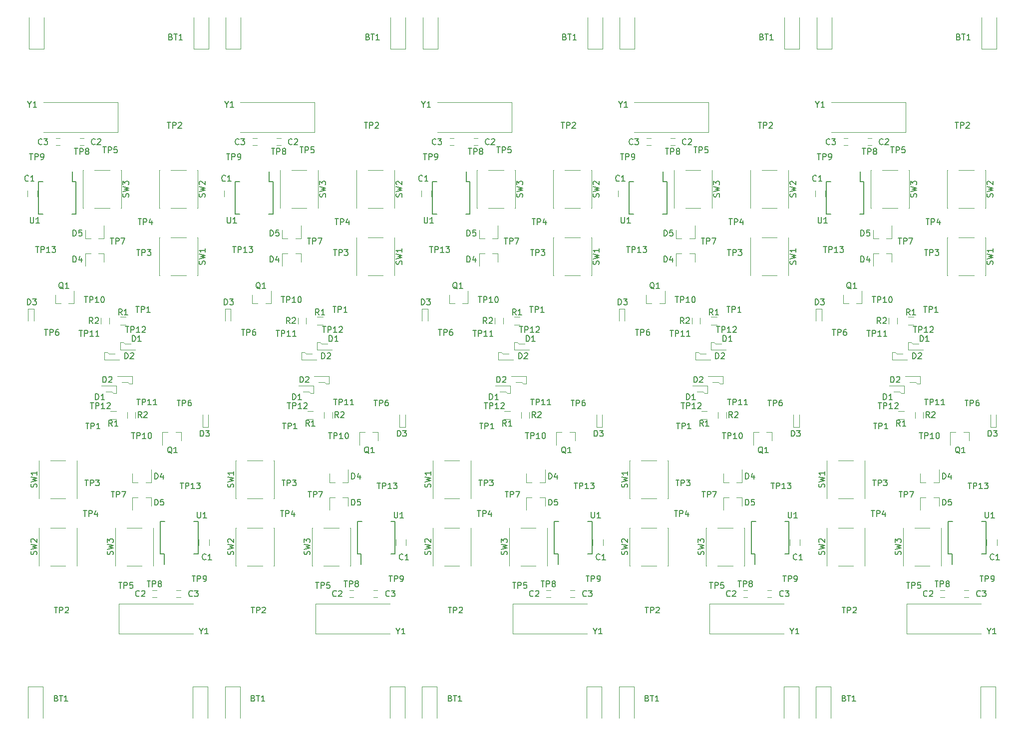
<source format=gbr>
G04 #@! TF.FileFunction,Legend,Top*
%FSLAX46Y46*%
G04 Gerber Fmt 4.6, Leading zero omitted, Abs format (unit mm)*
G04 Created by KiCad (PCBNEW 4.0.7+dfsg1-1) date Thu Apr 26 21:15:47 2018*
%MOMM*%
%LPD*%
G01*
G04 APERTURE LIST*
%ADD10C,0.100000*%
%ADD11C,0.120000*%
%ADD12C,0.150000*%
G04 APERTURE END LIST*
D10*
D11*
X261240000Y-200774000D02*
X261240000Y-206108000D01*
X263780000Y-200774000D02*
X263780000Y-206108000D01*
X261240000Y-200774000D02*
X263780000Y-200774000D01*
X289180000Y-200774000D02*
X289180000Y-206108000D01*
X291720000Y-200774000D02*
X289180000Y-200774000D01*
X291720000Y-200774000D02*
X291720000Y-206108000D01*
X227839000Y-200774000D02*
X227839000Y-206108000D01*
X230379000Y-200774000D02*
X230379000Y-206108000D01*
X227839000Y-200774000D02*
X230379000Y-200774000D01*
X255779000Y-200774000D02*
X255779000Y-206108000D01*
X258319000Y-200774000D02*
X255779000Y-200774000D01*
X258319000Y-200774000D02*
X258319000Y-206108000D01*
X194438000Y-200774000D02*
X194438000Y-206108000D01*
X196978000Y-200774000D02*
X196978000Y-206108000D01*
X194438000Y-200774000D02*
X196978000Y-200774000D01*
X222378000Y-200774000D02*
X222378000Y-206108000D01*
X224918000Y-200774000D02*
X222378000Y-200774000D01*
X224918000Y-200774000D02*
X224918000Y-206108000D01*
X161037000Y-200774000D02*
X161037000Y-206108000D01*
X163577000Y-200774000D02*
X163577000Y-206108000D01*
X161037000Y-200774000D02*
X163577000Y-200774000D01*
X188977000Y-200774000D02*
X188977000Y-206108000D01*
X191517000Y-200774000D02*
X188977000Y-200774000D01*
X191517000Y-200774000D02*
X191517000Y-206108000D01*
X282353000Y-184426000D02*
X283053000Y-184426000D01*
X283053000Y-185626000D02*
X282353000Y-185626000D01*
X248952000Y-184426000D02*
X249652000Y-184426000D01*
X249652000Y-185626000D02*
X248952000Y-185626000D01*
X215551000Y-184426000D02*
X216251000Y-184426000D01*
X216251000Y-185626000D02*
X215551000Y-185626000D01*
X182150000Y-184426000D02*
X182850000Y-184426000D01*
X182850000Y-185626000D02*
X182150000Y-185626000D01*
X286417000Y-184426000D02*
X287117000Y-184426000D01*
X287117000Y-185626000D02*
X286417000Y-185626000D01*
X253016000Y-184426000D02*
X253716000Y-184426000D01*
X253716000Y-185626000D02*
X253016000Y-185626000D01*
X219615000Y-184426000D02*
X220315000Y-184426000D01*
X220315000Y-185626000D02*
X219615000Y-185626000D01*
X186214000Y-184426000D02*
X186914000Y-184426000D01*
X186914000Y-185626000D02*
X186214000Y-185626000D01*
X289238000Y-186667000D02*
X276638000Y-186667000D01*
X276638000Y-186667000D02*
X276638000Y-191767000D01*
X276638000Y-191767000D02*
X289238000Y-191767000D01*
X255837000Y-186667000D02*
X243237000Y-186667000D01*
X243237000Y-186667000D02*
X243237000Y-191767000D01*
X243237000Y-191767000D02*
X255837000Y-191767000D01*
X222436000Y-186667000D02*
X209836000Y-186667000D01*
X209836000Y-186667000D02*
X209836000Y-191767000D01*
X209836000Y-191767000D02*
X222436000Y-191767000D01*
X189035000Y-186667000D02*
X176435000Y-186667000D01*
X176435000Y-186667000D02*
X176435000Y-191767000D01*
X176435000Y-191767000D02*
X189035000Y-191767000D01*
X282124000Y-168645000D02*
X281194000Y-168645000D01*
X278964000Y-168645000D02*
X279894000Y-168645000D01*
X278964000Y-168645000D02*
X278964000Y-170805000D01*
X282124000Y-168645000D02*
X282124000Y-170105000D01*
X248723000Y-168645000D02*
X247793000Y-168645000D01*
X245563000Y-168645000D02*
X246493000Y-168645000D01*
X245563000Y-168645000D02*
X245563000Y-170805000D01*
X248723000Y-168645000D02*
X248723000Y-170105000D01*
X215322000Y-168645000D02*
X214392000Y-168645000D01*
X212162000Y-168645000D02*
X213092000Y-168645000D01*
X212162000Y-168645000D02*
X212162000Y-170805000D01*
X215322000Y-168645000D02*
X215322000Y-170105000D01*
X181921000Y-168645000D02*
X180991000Y-168645000D01*
X178761000Y-168645000D02*
X179691000Y-168645000D01*
X178761000Y-168645000D02*
X178761000Y-170805000D01*
X181921000Y-168645000D02*
X181921000Y-170105000D01*
X263090000Y-162365000D02*
X263120000Y-162365000D01*
X269550000Y-162365000D02*
X269520000Y-162365000D01*
X269550000Y-168825000D02*
X269520000Y-168825000D01*
X263120000Y-168825000D02*
X263090000Y-168825000D01*
X265020000Y-162365000D02*
X267620000Y-162365000D01*
X263090000Y-168825000D02*
X263090000Y-162365000D01*
X265020000Y-168825000D02*
X267620000Y-168825000D01*
X269550000Y-168825000D02*
X269550000Y-162365000D01*
X229689000Y-162365000D02*
X229719000Y-162365000D01*
X236149000Y-162365000D02*
X236119000Y-162365000D01*
X236149000Y-168825000D02*
X236119000Y-168825000D01*
X229719000Y-168825000D02*
X229689000Y-168825000D01*
X231619000Y-162365000D02*
X234219000Y-162365000D01*
X229689000Y-168825000D02*
X229689000Y-162365000D01*
X231619000Y-168825000D02*
X234219000Y-168825000D01*
X236149000Y-168825000D02*
X236149000Y-162365000D01*
X196288000Y-162365000D02*
X196318000Y-162365000D01*
X202748000Y-162365000D02*
X202718000Y-162365000D01*
X202748000Y-168825000D02*
X202718000Y-168825000D01*
X196318000Y-168825000D02*
X196288000Y-168825000D01*
X198218000Y-162365000D02*
X200818000Y-162365000D01*
X196288000Y-168825000D02*
X196288000Y-162365000D01*
X198218000Y-168825000D02*
X200818000Y-168825000D01*
X202748000Y-168825000D02*
X202748000Y-162365000D01*
X162887000Y-162365000D02*
X162917000Y-162365000D01*
X169347000Y-162365000D02*
X169317000Y-162365000D01*
X169347000Y-168825000D02*
X169317000Y-168825000D01*
X162917000Y-168825000D02*
X162887000Y-168825000D01*
X164817000Y-162365000D02*
X167417000Y-162365000D01*
X162887000Y-168825000D02*
X162887000Y-162365000D01*
X164817000Y-168825000D02*
X167417000Y-168825000D01*
X169347000Y-168825000D02*
X169347000Y-162365000D01*
X263090000Y-173795000D02*
X263120000Y-173795000D01*
X269550000Y-173795000D02*
X269520000Y-173795000D01*
X269550000Y-180255000D02*
X269520000Y-180255000D01*
X263120000Y-180255000D02*
X263090000Y-180255000D01*
X265020000Y-173795000D02*
X267620000Y-173795000D01*
X263090000Y-180255000D02*
X263090000Y-173795000D01*
X265020000Y-180255000D02*
X267620000Y-180255000D01*
X269550000Y-180255000D02*
X269550000Y-173795000D01*
X229689000Y-173795000D02*
X229719000Y-173795000D01*
X236149000Y-173795000D02*
X236119000Y-173795000D01*
X236149000Y-180255000D02*
X236119000Y-180255000D01*
X229719000Y-180255000D02*
X229689000Y-180255000D01*
X231619000Y-173795000D02*
X234219000Y-173795000D01*
X229689000Y-180255000D02*
X229689000Y-173795000D01*
X231619000Y-180255000D02*
X234219000Y-180255000D01*
X236149000Y-180255000D02*
X236149000Y-173795000D01*
X196288000Y-173795000D02*
X196318000Y-173795000D01*
X202748000Y-173795000D02*
X202718000Y-173795000D01*
X202748000Y-180255000D02*
X202718000Y-180255000D01*
X196318000Y-180255000D02*
X196288000Y-180255000D01*
X198218000Y-173795000D02*
X200818000Y-173795000D01*
X196288000Y-180255000D02*
X196288000Y-173795000D01*
X198218000Y-180255000D02*
X200818000Y-180255000D01*
X202748000Y-180255000D02*
X202748000Y-173795000D01*
X162887000Y-173795000D02*
X162917000Y-173795000D01*
X169347000Y-173795000D02*
X169317000Y-173795000D01*
X169347000Y-180255000D02*
X169317000Y-180255000D01*
X162917000Y-180255000D02*
X162887000Y-180255000D01*
X164817000Y-173795000D02*
X167417000Y-173795000D01*
X162887000Y-180255000D02*
X162887000Y-173795000D01*
X164817000Y-180255000D02*
X167417000Y-180255000D01*
X169347000Y-180255000D02*
X169347000Y-173795000D01*
X276044000Y-173795000D02*
X276074000Y-173795000D01*
X282504000Y-173795000D02*
X282474000Y-173795000D01*
X282504000Y-180255000D02*
X282474000Y-180255000D01*
X276074000Y-180255000D02*
X276044000Y-180255000D01*
X277974000Y-173795000D02*
X280574000Y-173795000D01*
X276044000Y-180255000D02*
X276044000Y-173795000D01*
X277974000Y-180255000D02*
X280574000Y-180255000D01*
X282504000Y-180255000D02*
X282504000Y-173795000D01*
X242643000Y-173795000D02*
X242673000Y-173795000D01*
X249103000Y-173795000D02*
X249073000Y-173795000D01*
X249103000Y-180255000D02*
X249073000Y-180255000D01*
X242673000Y-180255000D02*
X242643000Y-180255000D01*
X244573000Y-173795000D02*
X247173000Y-173795000D01*
X242643000Y-180255000D02*
X242643000Y-173795000D01*
X244573000Y-180255000D02*
X247173000Y-180255000D01*
X249103000Y-180255000D02*
X249103000Y-173795000D01*
X209242000Y-173795000D02*
X209272000Y-173795000D01*
X215702000Y-173795000D02*
X215672000Y-173795000D01*
X215702000Y-180255000D02*
X215672000Y-180255000D01*
X209272000Y-180255000D02*
X209242000Y-180255000D01*
X211172000Y-173795000D02*
X213772000Y-173795000D01*
X209242000Y-180255000D02*
X209242000Y-173795000D01*
X211172000Y-180255000D02*
X213772000Y-180255000D01*
X215702000Y-180255000D02*
X215702000Y-173795000D01*
X175841000Y-173795000D02*
X175871000Y-173795000D01*
X182301000Y-173795000D02*
X182271000Y-173795000D01*
X182301000Y-180255000D02*
X182271000Y-180255000D01*
X175871000Y-180255000D02*
X175841000Y-180255000D01*
X177771000Y-173795000D02*
X180371000Y-173795000D01*
X175841000Y-180255000D02*
X175841000Y-173795000D01*
X177771000Y-180255000D02*
X180371000Y-180255000D01*
X182301000Y-180255000D02*
X182301000Y-173795000D01*
X278964000Y-166101000D02*
X279894000Y-166101000D01*
X282124000Y-166101000D02*
X281194000Y-166101000D01*
X282124000Y-166101000D02*
X282124000Y-163941000D01*
X278964000Y-166101000D02*
X278964000Y-164641000D01*
X245563000Y-166101000D02*
X246493000Y-166101000D01*
X248723000Y-166101000D02*
X247793000Y-166101000D01*
X248723000Y-166101000D02*
X248723000Y-163941000D01*
X245563000Y-166101000D02*
X245563000Y-164641000D01*
X212162000Y-166101000D02*
X213092000Y-166101000D01*
X215322000Y-166101000D02*
X214392000Y-166101000D01*
X215322000Y-166101000D02*
X215322000Y-163941000D01*
X212162000Y-166101000D02*
X212162000Y-164641000D01*
X178761000Y-166101000D02*
X179691000Y-166101000D01*
X181921000Y-166101000D02*
X180991000Y-166101000D01*
X181921000Y-166101000D02*
X181921000Y-163941000D01*
X178761000Y-166101000D02*
X178761000Y-164641000D01*
X291935000Y-176763000D02*
X291935000Y-175763000D01*
X290235000Y-175763000D02*
X290235000Y-176763000D01*
X258534000Y-176763000D02*
X258534000Y-175763000D01*
X256834000Y-175763000D02*
X256834000Y-176763000D01*
X225133000Y-176763000D02*
X225133000Y-175763000D01*
X223433000Y-175763000D02*
X223433000Y-176763000D01*
X191732000Y-176763000D02*
X191732000Y-175763000D01*
X190032000Y-175763000D02*
X190032000Y-176763000D01*
X287204000Y-157596000D02*
X286274000Y-157596000D01*
X284044000Y-157596000D02*
X284974000Y-157596000D01*
X284044000Y-157596000D02*
X284044000Y-159756000D01*
X287204000Y-157596000D02*
X287204000Y-159056000D01*
X253803000Y-157596000D02*
X252873000Y-157596000D01*
X250643000Y-157596000D02*
X251573000Y-157596000D01*
X250643000Y-157596000D02*
X250643000Y-159756000D01*
X253803000Y-157596000D02*
X253803000Y-159056000D01*
X220402000Y-157596000D02*
X219472000Y-157596000D01*
X217242000Y-157596000D02*
X218172000Y-157596000D01*
X217242000Y-157596000D02*
X217242000Y-159756000D01*
X220402000Y-157596000D02*
X220402000Y-159056000D01*
X187001000Y-157596000D02*
X186071000Y-157596000D01*
X183841000Y-157596000D02*
X184771000Y-157596000D01*
X183841000Y-157596000D02*
X183841000Y-159756000D01*
X187001000Y-157596000D02*
X187001000Y-159056000D01*
D12*
X283689000Y-178268000D02*
X284344000Y-178268000D01*
X283689000Y-172768000D02*
X284439000Y-172768000D01*
X290099000Y-172768000D02*
X289349000Y-172768000D01*
X290099000Y-178268000D02*
X289349000Y-178268000D01*
X283689000Y-178268000D02*
X283689000Y-172768000D01*
X290099000Y-178268000D02*
X290099000Y-172768000D01*
X284344000Y-178268000D02*
X284344000Y-180018000D01*
X250288000Y-178268000D02*
X250943000Y-178268000D01*
X250288000Y-172768000D02*
X251038000Y-172768000D01*
X256698000Y-172768000D02*
X255948000Y-172768000D01*
X256698000Y-178268000D02*
X255948000Y-178268000D01*
X250288000Y-178268000D02*
X250288000Y-172768000D01*
X256698000Y-178268000D02*
X256698000Y-172768000D01*
X250943000Y-178268000D02*
X250943000Y-180018000D01*
X216887000Y-178268000D02*
X217542000Y-178268000D01*
X216887000Y-172768000D02*
X217637000Y-172768000D01*
X223297000Y-172768000D02*
X222547000Y-172768000D01*
X223297000Y-178268000D02*
X222547000Y-178268000D01*
X216887000Y-178268000D02*
X216887000Y-172768000D01*
X223297000Y-178268000D02*
X223297000Y-172768000D01*
X217542000Y-178268000D02*
X217542000Y-180018000D01*
X183486000Y-178268000D02*
X184141000Y-178268000D01*
X183486000Y-172768000D02*
X184236000Y-172768000D01*
X189896000Y-172768000D02*
X189146000Y-172768000D01*
X189896000Y-178268000D02*
X189146000Y-178268000D01*
X183486000Y-178268000D02*
X183486000Y-172768000D01*
X189896000Y-178268000D02*
X189896000Y-172768000D01*
X184141000Y-178268000D02*
X184141000Y-180018000D01*
D11*
X290839000Y-156735000D02*
X291839000Y-156735000D01*
X291839000Y-156735000D02*
X291839000Y-154635000D01*
X290839000Y-156735000D02*
X290839000Y-154635000D01*
X257438000Y-156735000D02*
X258438000Y-156735000D01*
X258438000Y-156735000D02*
X258438000Y-154635000D01*
X257438000Y-156735000D02*
X257438000Y-154635000D01*
X224037000Y-156735000D02*
X225037000Y-156735000D01*
X225037000Y-156735000D02*
X225037000Y-154635000D01*
X224037000Y-156735000D02*
X224037000Y-154635000D01*
X190636000Y-156735000D02*
X191636000Y-156735000D01*
X191636000Y-156735000D02*
X191636000Y-154635000D01*
X190636000Y-156735000D02*
X190636000Y-154635000D01*
X278086000Y-155173000D02*
X278086000Y-154173000D01*
X279446000Y-154173000D02*
X279446000Y-155173000D01*
X244685000Y-155173000D02*
X244685000Y-154173000D01*
X246045000Y-154173000D02*
X246045000Y-155173000D01*
X211284000Y-155173000D02*
X211284000Y-154173000D01*
X212644000Y-154173000D02*
X212644000Y-155173000D01*
X177883000Y-155173000D02*
X177883000Y-154173000D01*
X179243000Y-154173000D02*
X179243000Y-155173000D01*
X276226000Y-149720000D02*
X276226000Y-150990000D01*
X275718000Y-150990000D02*
X276226000Y-150990000D01*
X273686000Y-149720000D02*
X276226000Y-149720000D01*
X274448000Y-150736000D02*
X275464000Y-150736000D01*
X275464000Y-150736000D02*
X275718000Y-150990000D01*
X242825000Y-149720000D02*
X242825000Y-150990000D01*
X242317000Y-150990000D02*
X242825000Y-150990000D01*
X240285000Y-149720000D02*
X242825000Y-149720000D01*
X241047000Y-150736000D02*
X242063000Y-150736000D01*
X242063000Y-150736000D02*
X242317000Y-150990000D01*
X209424000Y-149720000D02*
X209424000Y-150990000D01*
X208916000Y-150990000D02*
X209424000Y-150990000D01*
X206884000Y-149720000D02*
X209424000Y-149720000D01*
X207646000Y-150736000D02*
X208662000Y-150736000D01*
X208662000Y-150736000D02*
X208916000Y-150990000D01*
X176023000Y-149720000D02*
X176023000Y-150990000D01*
X175515000Y-150990000D02*
X176023000Y-150990000D01*
X173483000Y-149720000D02*
X176023000Y-149720000D01*
X174245000Y-150736000D02*
X175261000Y-150736000D01*
X175261000Y-150736000D02*
X175515000Y-150990000D01*
X278893000Y-148069000D02*
X278893000Y-149339000D01*
X278385000Y-149339000D02*
X278893000Y-149339000D01*
X276353000Y-148069000D02*
X278893000Y-148069000D01*
X277115000Y-149085000D02*
X278131000Y-149085000D01*
X278131000Y-149085000D02*
X278385000Y-149339000D01*
X245492000Y-148069000D02*
X245492000Y-149339000D01*
X244984000Y-149339000D02*
X245492000Y-149339000D01*
X242952000Y-148069000D02*
X245492000Y-148069000D01*
X243714000Y-149085000D02*
X244730000Y-149085000D01*
X244730000Y-149085000D02*
X244984000Y-149339000D01*
X212091000Y-148069000D02*
X212091000Y-149339000D01*
X211583000Y-149339000D02*
X212091000Y-149339000D01*
X209551000Y-148069000D02*
X212091000Y-148069000D01*
X210313000Y-149085000D02*
X211329000Y-149085000D01*
X211329000Y-149085000D02*
X211583000Y-149339000D01*
X178690000Y-148069000D02*
X178690000Y-149339000D01*
X178182000Y-149339000D02*
X178690000Y-149339000D01*
X176150000Y-148069000D02*
X178690000Y-148069000D01*
X176912000Y-149085000D02*
X177928000Y-149085000D01*
X177928000Y-149085000D02*
X178182000Y-149339000D01*
X275218000Y-153993000D02*
X276218000Y-153993000D01*
X276218000Y-155353000D02*
X275218000Y-155353000D01*
X241817000Y-153993000D02*
X242817000Y-153993000D01*
X242817000Y-155353000D02*
X241817000Y-155353000D01*
X208416000Y-153993000D02*
X209416000Y-153993000D01*
X209416000Y-155353000D02*
X208416000Y-155353000D01*
X175015000Y-153993000D02*
X176015000Y-153993000D01*
X176015000Y-155353000D02*
X175015000Y-155353000D01*
X291846990Y-92591668D02*
X291846990Y-87257668D01*
X289306990Y-92591668D02*
X289306990Y-87257668D01*
X291846990Y-92591668D02*
X289306990Y-92591668D01*
X263906990Y-92591668D02*
X263906990Y-87257668D01*
X261366990Y-92591668D02*
X263906990Y-92591668D01*
X261366990Y-92591668D02*
X261366990Y-87257668D01*
X258445990Y-92591668D02*
X258445990Y-87257668D01*
X255905990Y-92591668D02*
X255905990Y-87257668D01*
X258445990Y-92591668D02*
X255905990Y-92591668D01*
X230505990Y-92591668D02*
X230505990Y-87257668D01*
X227965990Y-92591668D02*
X230505990Y-92591668D01*
X227965990Y-92591668D02*
X227965990Y-87257668D01*
X225044990Y-92591668D02*
X225044990Y-87257668D01*
X222504990Y-92591668D02*
X222504990Y-87257668D01*
X225044990Y-92591668D02*
X222504990Y-92591668D01*
X197104990Y-92591668D02*
X197104990Y-87257668D01*
X194564990Y-92591668D02*
X197104990Y-92591668D01*
X194564990Y-92591668D02*
X194564990Y-87257668D01*
X191643990Y-92591668D02*
X191643990Y-87257668D01*
X189103990Y-92591668D02*
X189103990Y-87257668D01*
X191643990Y-92591668D02*
X189103990Y-92591668D01*
X163703990Y-92591668D02*
X163703990Y-87257668D01*
X161163990Y-92591668D02*
X163703990Y-92591668D01*
X161163990Y-92591668D02*
X161163990Y-87257668D01*
X266669990Y-108939668D02*
X265969990Y-108939668D01*
X265969990Y-107739668D02*
X266669990Y-107739668D01*
X233268990Y-108939668D02*
X232568990Y-108939668D01*
X232568990Y-107739668D02*
X233268990Y-107739668D01*
X199867990Y-108939668D02*
X199167990Y-108939668D01*
X199167990Y-107739668D02*
X199867990Y-107739668D01*
X166466990Y-108939668D02*
X165766990Y-108939668D01*
X165766990Y-107739668D02*
X166466990Y-107739668D01*
X263848990Y-106698668D02*
X276448990Y-106698668D01*
X276448990Y-106698668D02*
X276448990Y-101598668D01*
X276448990Y-101598668D02*
X263848990Y-101598668D01*
X230447990Y-106698668D02*
X243047990Y-106698668D01*
X243047990Y-106698668D02*
X243047990Y-101598668D01*
X243047990Y-101598668D02*
X230447990Y-101598668D01*
X197046990Y-106698668D02*
X209646990Y-106698668D01*
X209646990Y-106698668D02*
X209646990Y-101598668D01*
X209646990Y-101598668D02*
X197046990Y-101598668D01*
X163645990Y-106698668D02*
X176245990Y-106698668D01*
X176245990Y-106698668D02*
X176245990Y-101598668D01*
X176245990Y-101598668D02*
X163645990Y-101598668D01*
X270733990Y-108939668D02*
X270033990Y-108939668D01*
X270033990Y-107739668D02*
X270733990Y-107739668D01*
X237332990Y-108939668D02*
X236632990Y-108939668D01*
X236632990Y-107739668D02*
X237332990Y-107739668D01*
X203931990Y-108939668D02*
X203231990Y-108939668D01*
X203231990Y-107739668D02*
X203931990Y-107739668D01*
X170530990Y-108939668D02*
X169830990Y-108939668D01*
X169830990Y-107739668D02*
X170530990Y-107739668D01*
X265882990Y-135769668D02*
X266812990Y-135769668D01*
X269042990Y-135769668D02*
X268112990Y-135769668D01*
X269042990Y-135769668D02*
X269042990Y-133609668D01*
X265882990Y-135769668D02*
X265882990Y-134309668D01*
X232481990Y-135769668D02*
X233411990Y-135769668D01*
X235641990Y-135769668D02*
X234711990Y-135769668D01*
X235641990Y-135769668D02*
X235641990Y-133609668D01*
X232481990Y-135769668D02*
X232481990Y-134309668D01*
X199080990Y-135769668D02*
X200010990Y-135769668D01*
X202240990Y-135769668D02*
X201310990Y-135769668D01*
X202240990Y-135769668D02*
X202240990Y-133609668D01*
X199080990Y-135769668D02*
X199080990Y-134309668D01*
X165679990Y-135769668D02*
X166609990Y-135769668D01*
X168839990Y-135769668D02*
X167909990Y-135769668D01*
X168839990Y-135769668D02*
X168839990Y-133609668D01*
X165679990Y-135769668D02*
X165679990Y-134309668D01*
X274122990Y-127264668D02*
X273192990Y-127264668D01*
X270962990Y-127264668D02*
X271892990Y-127264668D01*
X270962990Y-127264668D02*
X270962990Y-129424668D01*
X274122990Y-127264668D02*
X274122990Y-128724668D01*
X240721990Y-127264668D02*
X239791990Y-127264668D01*
X237561990Y-127264668D02*
X238491990Y-127264668D01*
X237561990Y-127264668D02*
X237561990Y-129424668D01*
X240721990Y-127264668D02*
X240721990Y-128724668D01*
X207320990Y-127264668D02*
X206390990Y-127264668D01*
X204160990Y-127264668D02*
X205090990Y-127264668D01*
X204160990Y-127264668D02*
X204160990Y-129424668D01*
X207320990Y-127264668D02*
X207320990Y-128724668D01*
X173919990Y-127264668D02*
X172989990Y-127264668D01*
X170759990Y-127264668D02*
X171689990Y-127264668D01*
X170759990Y-127264668D02*
X170759990Y-129424668D01*
X173919990Y-127264668D02*
X173919990Y-128724668D01*
X262247990Y-136630668D02*
X261247990Y-136630668D01*
X261247990Y-136630668D02*
X261247990Y-138730668D01*
X262247990Y-136630668D02*
X262247990Y-138730668D01*
X228846990Y-136630668D02*
X227846990Y-136630668D01*
X227846990Y-136630668D02*
X227846990Y-138730668D01*
X228846990Y-136630668D02*
X228846990Y-138730668D01*
X195445990Y-136630668D02*
X194445990Y-136630668D01*
X194445990Y-136630668D02*
X194445990Y-138730668D01*
X195445990Y-136630668D02*
X195445990Y-138730668D01*
X162044990Y-136630668D02*
X161044990Y-136630668D01*
X161044990Y-136630668D02*
X161044990Y-138730668D01*
X162044990Y-136630668D02*
X162044990Y-138730668D01*
D12*
X269397990Y-115097668D02*
X268742990Y-115097668D01*
X269397990Y-120597668D02*
X268647990Y-120597668D01*
X262987990Y-120597668D02*
X263737990Y-120597668D01*
X262987990Y-115097668D02*
X263737990Y-115097668D01*
X269397990Y-115097668D02*
X269397990Y-120597668D01*
X262987990Y-115097668D02*
X262987990Y-120597668D01*
X268742990Y-115097668D02*
X268742990Y-113347668D01*
X235996990Y-115097668D02*
X235341990Y-115097668D01*
X235996990Y-120597668D02*
X235246990Y-120597668D01*
X229586990Y-120597668D02*
X230336990Y-120597668D01*
X229586990Y-115097668D02*
X230336990Y-115097668D01*
X235996990Y-115097668D02*
X235996990Y-120597668D01*
X229586990Y-115097668D02*
X229586990Y-120597668D01*
X235341990Y-115097668D02*
X235341990Y-113347668D01*
X202595990Y-115097668D02*
X201940990Y-115097668D01*
X202595990Y-120597668D02*
X201845990Y-120597668D01*
X196185990Y-120597668D02*
X196935990Y-120597668D01*
X196185990Y-115097668D02*
X196935990Y-115097668D01*
X202595990Y-115097668D02*
X202595990Y-120597668D01*
X196185990Y-115097668D02*
X196185990Y-120597668D01*
X201940990Y-115097668D02*
X201940990Y-113347668D01*
X169194990Y-115097668D02*
X168539990Y-115097668D01*
X169194990Y-120597668D02*
X168444990Y-120597668D01*
X162784990Y-120597668D02*
X163534990Y-120597668D01*
X162784990Y-115097668D02*
X163534990Y-115097668D01*
X169194990Y-115097668D02*
X169194990Y-120597668D01*
X162784990Y-115097668D02*
X162784990Y-120597668D01*
X168539990Y-115097668D02*
X168539990Y-113347668D01*
D11*
X261151990Y-116602668D02*
X261151990Y-117602668D01*
X262851990Y-117602668D02*
X262851990Y-116602668D01*
X227750990Y-116602668D02*
X227750990Y-117602668D01*
X229450990Y-117602668D02*
X229450990Y-116602668D01*
X194349990Y-116602668D02*
X194349990Y-117602668D01*
X196049990Y-117602668D02*
X196049990Y-116602668D01*
X160948990Y-116602668D02*
X160948990Y-117602668D01*
X162648990Y-117602668D02*
X162648990Y-116602668D01*
X270962990Y-124720668D02*
X271892990Y-124720668D01*
X274122990Y-124720668D02*
X273192990Y-124720668D01*
X274122990Y-124720668D02*
X274122990Y-122560668D01*
X270962990Y-124720668D02*
X270962990Y-123260668D01*
X237561990Y-124720668D02*
X238491990Y-124720668D01*
X240721990Y-124720668D02*
X239791990Y-124720668D01*
X240721990Y-124720668D02*
X240721990Y-122560668D01*
X237561990Y-124720668D02*
X237561990Y-123260668D01*
X204160990Y-124720668D02*
X205090990Y-124720668D01*
X207320990Y-124720668D02*
X206390990Y-124720668D01*
X207320990Y-124720668D02*
X207320990Y-122560668D01*
X204160990Y-124720668D02*
X204160990Y-123260668D01*
X170759990Y-124720668D02*
X171689990Y-124720668D01*
X173919990Y-124720668D02*
X172989990Y-124720668D01*
X173919990Y-124720668D02*
X173919990Y-122560668D01*
X170759990Y-124720668D02*
X170759990Y-123260668D01*
X277042990Y-119570668D02*
X277012990Y-119570668D01*
X270582990Y-119570668D02*
X270612990Y-119570668D01*
X270582990Y-113110668D02*
X270612990Y-113110668D01*
X277012990Y-113110668D02*
X277042990Y-113110668D01*
X275112990Y-119570668D02*
X272512990Y-119570668D01*
X277042990Y-113110668D02*
X277042990Y-119570668D01*
X275112990Y-113110668D02*
X272512990Y-113110668D01*
X270582990Y-113110668D02*
X270582990Y-119570668D01*
X243641990Y-119570668D02*
X243611990Y-119570668D01*
X237181990Y-119570668D02*
X237211990Y-119570668D01*
X237181990Y-113110668D02*
X237211990Y-113110668D01*
X243611990Y-113110668D02*
X243641990Y-113110668D01*
X241711990Y-119570668D02*
X239111990Y-119570668D01*
X243641990Y-113110668D02*
X243641990Y-119570668D01*
X241711990Y-113110668D02*
X239111990Y-113110668D01*
X237181990Y-113110668D02*
X237181990Y-119570668D01*
X210240990Y-119570668D02*
X210210990Y-119570668D01*
X203780990Y-119570668D02*
X203810990Y-119570668D01*
X203780990Y-113110668D02*
X203810990Y-113110668D01*
X210210990Y-113110668D02*
X210240990Y-113110668D01*
X208310990Y-119570668D02*
X205710990Y-119570668D01*
X210240990Y-113110668D02*
X210240990Y-119570668D01*
X208310990Y-113110668D02*
X205710990Y-113110668D01*
X203780990Y-113110668D02*
X203780990Y-119570668D01*
X176839990Y-119570668D02*
X176809990Y-119570668D01*
X170379990Y-119570668D02*
X170409990Y-119570668D01*
X170379990Y-113110668D02*
X170409990Y-113110668D01*
X176809990Y-113110668D02*
X176839990Y-113110668D01*
X174909990Y-119570668D02*
X172309990Y-119570668D01*
X176839990Y-113110668D02*
X176839990Y-119570668D01*
X174909990Y-113110668D02*
X172309990Y-113110668D01*
X170379990Y-113110668D02*
X170379990Y-119570668D01*
X289996990Y-119570668D02*
X289966990Y-119570668D01*
X283536990Y-119570668D02*
X283566990Y-119570668D01*
X283536990Y-113110668D02*
X283566990Y-113110668D01*
X289966990Y-113110668D02*
X289996990Y-113110668D01*
X288066990Y-119570668D02*
X285466990Y-119570668D01*
X289996990Y-113110668D02*
X289996990Y-119570668D01*
X288066990Y-113110668D02*
X285466990Y-113110668D01*
X283536990Y-113110668D02*
X283536990Y-119570668D01*
X256595990Y-119570668D02*
X256565990Y-119570668D01*
X250135990Y-119570668D02*
X250165990Y-119570668D01*
X250135990Y-113110668D02*
X250165990Y-113110668D01*
X256565990Y-113110668D02*
X256595990Y-113110668D01*
X254665990Y-119570668D02*
X252065990Y-119570668D01*
X256595990Y-113110668D02*
X256595990Y-119570668D01*
X254665990Y-113110668D02*
X252065990Y-113110668D01*
X250135990Y-113110668D02*
X250135990Y-119570668D01*
X223194990Y-119570668D02*
X223164990Y-119570668D01*
X216734990Y-119570668D02*
X216764990Y-119570668D01*
X216734990Y-113110668D02*
X216764990Y-113110668D01*
X223164990Y-113110668D02*
X223194990Y-113110668D01*
X221264990Y-119570668D02*
X218664990Y-119570668D01*
X223194990Y-113110668D02*
X223194990Y-119570668D01*
X221264990Y-113110668D02*
X218664990Y-113110668D01*
X216734990Y-113110668D02*
X216734990Y-119570668D01*
X189793990Y-119570668D02*
X189763990Y-119570668D01*
X183333990Y-119570668D02*
X183363990Y-119570668D01*
X183333990Y-113110668D02*
X183363990Y-113110668D01*
X189763990Y-113110668D02*
X189793990Y-113110668D01*
X187863990Y-119570668D02*
X185263990Y-119570668D01*
X189793990Y-113110668D02*
X189793990Y-119570668D01*
X187863990Y-113110668D02*
X185263990Y-113110668D01*
X183333990Y-113110668D02*
X183333990Y-119570668D01*
X289996990Y-131000668D02*
X289966990Y-131000668D01*
X283536990Y-131000668D02*
X283566990Y-131000668D01*
X283536990Y-124540668D02*
X283566990Y-124540668D01*
X289966990Y-124540668D02*
X289996990Y-124540668D01*
X288066990Y-131000668D02*
X285466990Y-131000668D01*
X289996990Y-124540668D02*
X289996990Y-131000668D01*
X288066990Y-124540668D02*
X285466990Y-124540668D01*
X283536990Y-124540668D02*
X283536990Y-131000668D01*
X256595990Y-131000668D02*
X256565990Y-131000668D01*
X250135990Y-131000668D02*
X250165990Y-131000668D01*
X250135990Y-124540668D02*
X250165990Y-124540668D01*
X256565990Y-124540668D02*
X256595990Y-124540668D01*
X254665990Y-131000668D02*
X252065990Y-131000668D01*
X256595990Y-124540668D02*
X256595990Y-131000668D01*
X254665990Y-124540668D02*
X252065990Y-124540668D01*
X250135990Y-124540668D02*
X250135990Y-131000668D01*
X223194990Y-131000668D02*
X223164990Y-131000668D01*
X216734990Y-131000668D02*
X216764990Y-131000668D01*
X216734990Y-124540668D02*
X216764990Y-124540668D01*
X223164990Y-124540668D02*
X223194990Y-124540668D01*
X221264990Y-131000668D02*
X218664990Y-131000668D01*
X223194990Y-124540668D02*
X223194990Y-131000668D01*
X221264990Y-124540668D02*
X218664990Y-124540668D01*
X216734990Y-124540668D02*
X216734990Y-131000668D01*
X189793990Y-131000668D02*
X189763990Y-131000668D01*
X183333990Y-131000668D02*
X183363990Y-131000668D01*
X183333990Y-124540668D02*
X183363990Y-124540668D01*
X189763990Y-124540668D02*
X189793990Y-124540668D01*
X187863990Y-131000668D02*
X185263990Y-131000668D01*
X189793990Y-124540668D02*
X189793990Y-131000668D01*
X187863990Y-124540668D02*
X185263990Y-124540668D01*
X183333990Y-124540668D02*
X183333990Y-131000668D01*
X275000990Y-138192668D02*
X275000990Y-139192668D01*
X273640990Y-139192668D02*
X273640990Y-138192668D01*
X241599990Y-138192668D02*
X241599990Y-139192668D01*
X240239990Y-139192668D02*
X240239990Y-138192668D01*
X208198990Y-138192668D02*
X208198990Y-139192668D01*
X206838990Y-139192668D02*
X206838990Y-138192668D01*
X174797990Y-138192668D02*
X174797990Y-139192668D01*
X173437990Y-139192668D02*
X173437990Y-138192668D01*
X276860990Y-143645668D02*
X276860990Y-142375668D01*
X277368990Y-142375668D02*
X276860990Y-142375668D01*
X279400990Y-143645668D02*
X276860990Y-143645668D01*
X278638990Y-142629668D02*
X277622990Y-142629668D01*
X277622990Y-142629668D02*
X277368990Y-142375668D01*
X243459990Y-143645668D02*
X243459990Y-142375668D01*
X243967990Y-142375668D02*
X243459990Y-142375668D01*
X245999990Y-143645668D02*
X243459990Y-143645668D01*
X245237990Y-142629668D02*
X244221990Y-142629668D01*
X244221990Y-142629668D02*
X243967990Y-142375668D01*
X210058990Y-143645668D02*
X210058990Y-142375668D01*
X210566990Y-142375668D02*
X210058990Y-142375668D01*
X212598990Y-143645668D02*
X210058990Y-143645668D01*
X211836990Y-142629668D02*
X210820990Y-142629668D01*
X210820990Y-142629668D02*
X210566990Y-142375668D01*
X176657990Y-143645668D02*
X176657990Y-142375668D01*
X177165990Y-142375668D02*
X176657990Y-142375668D01*
X179197990Y-143645668D02*
X176657990Y-143645668D01*
X178435990Y-142629668D02*
X177419990Y-142629668D01*
X177419990Y-142629668D02*
X177165990Y-142375668D01*
X277868990Y-139372668D02*
X276868990Y-139372668D01*
X276868990Y-138012668D02*
X277868990Y-138012668D01*
X244467990Y-139372668D02*
X243467990Y-139372668D01*
X243467990Y-138012668D02*
X244467990Y-138012668D01*
X211066990Y-139372668D02*
X210066990Y-139372668D01*
X210066990Y-138012668D02*
X211066990Y-138012668D01*
X177665990Y-139372668D02*
X176665990Y-139372668D01*
X176665990Y-138012668D02*
X177665990Y-138012668D01*
X274193990Y-145296668D02*
X274193990Y-144026668D01*
X274701990Y-144026668D02*
X274193990Y-144026668D01*
X276733990Y-145296668D02*
X274193990Y-145296668D01*
X275971990Y-144280668D02*
X274955990Y-144280668D01*
X274955990Y-144280668D02*
X274701990Y-144026668D01*
X240792990Y-145296668D02*
X240792990Y-144026668D01*
X241300990Y-144026668D02*
X240792990Y-144026668D01*
X243332990Y-145296668D02*
X240792990Y-145296668D01*
X242570990Y-144280668D02*
X241554990Y-144280668D01*
X241554990Y-144280668D02*
X241300990Y-144026668D01*
X207391990Y-145296668D02*
X207391990Y-144026668D01*
X207899990Y-144026668D02*
X207391990Y-144026668D01*
X209931990Y-145296668D02*
X207391990Y-145296668D01*
X209169990Y-144280668D02*
X208153990Y-144280668D01*
X208153990Y-144280668D02*
X207899990Y-144026668D01*
X173990990Y-145296668D02*
X173990990Y-144026668D01*
X174498990Y-144026668D02*
X173990990Y-144026668D01*
X176530990Y-145296668D02*
X173990990Y-145296668D01*
X175768990Y-144280668D02*
X174752990Y-144280668D01*
X174752990Y-144280668D02*
X174498990Y-144026668D01*
X144482000Y-155173000D02*
X144482000Y-154173000D01*
X145842000Y-154173000D02*
X145842000Y-155173000D01*
X141614000Y-153993000D02*
X142614000Y-153993000D01*
X142614000Y-155353000D02*
X141614000Y-155353000D01*
X142622000Y-149720000D02*
X142622000Y-150990000D01*
X142114000Y-150990000D02*
X142622000Y-150990000D01*
X140082000Y-149720000D02*
X142622000Y-149720000D01*
X140844000Y-150736000D02*
X141860000Y-150736000D01*
X141860000Y-150736000D02*
X142114000Y-150990000D01*
X145289000Y-148069000D02*
X145289000Y-149339000D01*
X144781000Y-149339000D02*
X145289000Y-149339000D01*
X142749000Y-148069000D02*
X145289000Y-148069000D01*
X143511000Y-149085000D02*
X144527000Y-149085000D01*
X144527000Y-149085000D02*
X144781000Y-149339000D01*
X127636000Y-200774000D02*
X127636000Y-206108000D01*
X130176000Y-200774000D02*
X130176000Y-206108000D01*
X127636000Y-200774000D02*
X130176000Y-200774000D01*
X155576000Y-200774000D02*
X155576000Y-206108000D01*
X158116000Y-200774000D02*
X155576000Y-200774000D01*
X158116000Y-200774000D02*
X158116000Y-206108000D01*
X152813000Y-184426000D02*
X153513000Y-184426000D01*
X153513000Y-185626000D02*
X152813000Y-185626000D01*
X155634000Y-186667000D02*
X143034000Y-186667000D01*
X143034000Y-186667000D02*
X143034000Y-191767000D01*
X143034000Y-191767000D02*
X155634000Y-191767000D01*
X148749000Y-184426000D02*
X149449000Y-184426000D01*
X149449000Y-185626000D02*
X148749000Y-185626000D01*
X153600000Y-157596000D02*
X152670000Y-157596000D01*
X150440000Y-157596000D02*
X151370000Y-157596000D01*
X150440000Y-157596000D02*
X150440000Y-159756000D01*
X153600000Y-157596000D02*
X153600000Y-159056000D01*
X157235000Y-156735000D02*
X158235000Y-156735000D01*
X158235000Y-156735000D02*
X158235000Y-154635000D01*
X157235000Y-156735000D02*
X157235000Y-154635000D01*
D12*
X150085000Y-178268000D02*
X150740000Y-178268000D01*
X150085000Y-172768000D02*
X150835000Y-172768000D01*
X156495000Y-172768000D02*
X155745000Y-172768000D01*
X156495000Y-178268000D02*
X155745000Y-178268000D01*
X150085000Y-178268000D02*
X150085000Y-172768000D01*
X156495000Y-178268000D02*
X156495000Y-172768000D01*
X150740000Y-178268000D02*
X150740000Y-180018000D01*
D11*
X158331000Y-176763000D02*
X158331000Y-175763000D01*
X156631000Y-175763000D02*
X156631000Y-176763000D01*
X148520000Y-168645000D02*
X147590000Y-168645000D01*
X145360000Y-168645000D02*
X146290000Y-168645000D01*
X145360000Y-168645000D02*
X145360000Y-170805000D01*
X148520000Y-168645000D02*
X148520000Y-170105000D01*
X142440000Y-173795000D02*
X142470000Y-173795000D01*
X148900000Y-173795000D02*
X148870000Y-173795000D01*
X148900000Y-180255000D02*
X148870000Y-180255000D01*
X142470000Y-180255000D02*
X142440000Y-180255000D01*
X144370000Y-173795000D02*
X146970000Y-173795000D01*
X142440000Y-180255000D02*
X142440000Y-173795000D01*
X144370000Y-180255000D02*
X146970000Y-180255000D01*
X148900000Y-180255000D02*
X148900000Y-173795000D01*
X129486000Y-173795000D02*
X129516000Y-173795000D01*
X135946000Y-173795000D02*
X135916000Y-173795000D01*
X135946000Y-180255000D02*
X135916000Y-180255000D01*
X129516000Y-180255000D02*
X129486000Y-180255000D01*
X131416000Y-173795000D02*
X134016000Y-173795000D01*
X129486000Y-180255000D02*
X129486000Y-173795000D01*
X131416000Y-180255000D02*
X134016000Y-180255000D01*
X135946000Y-180255000D02*
X135946000Y-173795000D01*
X129486000Y-162365000D02*
X129516000Y-162365000D01*
X135946000Y-162365000D02*
X135916000Y-162365000D01*
X135946000Y-168825000D02*
X135916000Y-168825000D01*
X129516000Y-168825000D02*
X129486000Y-168825000D01*
X131416000Y-162365000D02*
X134016000Y-162365000D01*
X129486000Y-168825000D02*
X129486000Y-162365000D01*
X131416000Y-168825000D02*
X134016000Y-168825000D01*
X135946000Y-168825000D02*
X135946000Y-162365000D01*
X145360000Y-166101000D02*
X146290000Y-166101000D01*
X148520000Y-166101000D02*
X147590000Y-166101000D01*
X148520000Y-166101000D02*
X148520000Y-163941000D01*
X145360000Y-166101000D02*
X145360000Y-164641000D01*
D12*
X135793990Y-115097668D02*
X135138990Y-115097668D01*
X135793990Y-120597668D02*
X135043990Y-120597668D01*
X129383990Y-120597668D02*
X130133990Y-120597668D01*
X129383990Y-115097668D02*
X130133990Y-115097668D01*
X135793990Y-115097668D02*
X135793990Y-120597668D01*
X129383990Y-115097668D02*
X129383990Y-120597668D01*
X135138990Y-115097668D02*
X135138990Y-113347668D01*
D11*
X143438990Y-119570668D02*
X143408990Y-119570668D01*
X136978990Y-119570668D02*
X137008990Y-119570668D01*
X136978990Y-113110668D02*
X137008990Y-113110668D01*
X143408990Y-113110668D02*
X143438990Y-113110668D01*
X141508990Y-119570668D02*
X138908990Y-119570668D01*
X143438990Y-113110668D02*
X143438990Y-119570668D01*
X141508990Y-113110668D02*
X138908990Y-113110668D01*
X136978990Y-113110668D02*
X136978990Y-119570668D01*
X156392990Y-119570668D02*
X156362990Y-119570668D01*
X149932990Y-119570668D02*
X149962990Y-119570668D01*
X149932990Y-113110668D02*
X149962990Y-113110668D01*
X156362990Y-113110668D02*
X156392990Y-113110668D01*
X154462990Y-119570668D02*
X151862990Y-119570668D01*
X156392990Y-113110668D02*
X156392990Y-119570668D01*
X154462990Y-113110668D02*
X151862990Y-113110668D01*
X149932990Y-113110668D02*
X149932990Y-119570668D01*
X156392990Y-131000668D02*
X156362990Y-131000668D01*
X149932990Y-131000668D02*
X149962990Y-131000668D01*
X149932990Y-124540668D02*
X149962990Y-124540668D01*
X156362990Y-124540668D02*
X156392990Y-124540668D01*
X154462990Y-131000668D02*
X151862990Y-131000668D01*
X156392990Y-124540668D02*
X156392990Y-131000668D01*
X154462990Y-124540668D02*
X151862990Y-124540668D01*
X149932990Y-124540668D02*
X149932990Y-131000668D01*
X137358990Y-124720668D02*
X138288990Y-124720668D01*
X140518990Y-124720668D02*
X139588990Y-124720668D01*
X140518990Y-124720668D02*
X140518990Y-122560668D01*
X137358990Y-124720668D02*
X137358990Y-123260668D01*
X140518990Y-127264668D02*
X139588990Y-127264668D01*
X137358990Y-127264668D02*
X138288990Y-127264668D01*
X137358990Y-127264668D02*
X137358990Y-129424668D01*
X140518990Y-127264668D02*
X140518990Y-128724668D01*
X140589990Y-145296668D02*
X140589990Y-144026668D01*
X141097990Y-144026668D02*
X140589990Y-144026668D01*
X143129990Y-145296668D02*
X140589990Y-145296668D01*
X142367990Y-144280668D02*
X141351990Y-144280668D01*
X141351990Y-144280668D02*
X141097990Y-144026668D01*
X143256990Y-143645668D02*
X143256990Y-142375668D01*
X143764990Y-142375668D02*
X143256990Y-142375668D01*
X145796990Y-143645668D02*
X143256990Y-143645668D01*
X145034990Y-142629668D02*
X144018990Y-142629668D01*
X144018990Y-142629668D02*
X143764990Y-142375668D01*
X130244990Y-106698668D02*
X142844990Y-106698668D01*
X142844990Y-106698668D02*
X142844990Y-101598668D01*
X142844990Y-101598668D02*
X130244990Y-101598668D01*
X137129990Y-108939668D02*
X136429990Y-108939668D01*
X136429990Y-107739668D02*
X137129990Y-107739668D01*
X133065990Y-108939668D02*
X132365990Y-108939668D01*
X132365990Y-107739668D02*
X133065990Y-107739668D01*
X128643990Y-136630668D02*
X127643990Y-136630668D01*
X127643990Y-136630668D02*
X127643990Y-138730668D01*
X128643990Y-136630668D02*
X128643990Y-138730668D01*
X144264990Y-139372668D02*
X143264990Y-139372668D01*
X143264990Y-138012668D02*
X144264990Y-138012668D01*
X141396990Y-138192668D02*
X141396990Y-139192668D01*
X140036990Y-139192668D02*
X140036990Y-138192668D01*
X127547990Y-116602668D02*
X127547990Y-117602668D01*
X129247990Y-117602668D02*
X129247990Y-116602668D01*
X132278990Y-135769668D02*
X133208990Y-135769668D01*
X135438990Y-135769668D02*
X134508990Y-135769668D01*
X135438990Y-135769668D02*
X135438990Y-133609668D01*
X132278990Y-135769668D02*
X132278990Y-134309668D01*
X158242990Y-92591668D02*
X158242990Y-87257668D01*
X155702990Y-92591668D02*
X155702990Y-87257668D01*
X158242990Y-92591668D02*
X155702990Y-92591668D01*
X130302990Y-92591668D02*
X130302990Y-87257668D01*
X127762990Y-92591668D02*
X130302990Y-92591668D01*
X127762990Y-92591668D02*
X127762990Y-87257668D01*
D12*
X266042286Y-202734571D02*
X266185143Y-202782190D01*
X266232762Y-202829810D01*
X266280381Y-202925048D01*
X266280381Y-203067905D01*
X266232762Y-203163143D01*
X266185143Y-203210762D01*
X266089905Y-203258381D01*
X265708952Y-203258381D01*
X265708952Y-202258381D01*
X266042286Y-202258381D01*
X266137524Y-202306000D01*
X266185143Y-202353619D01*
X266232762Y-202448857D01*
X266232762Y-202544095D01*
X266185143Y-202639333D01*
X266137524Y-202686952D01*
X266042286Y-202734571D01*
X265708952Y-202734571D01*
X266566095Y-202258381D02*
X267137524Y-202258381D01*
X266851809Y-203258381D02*
X266851809Y-202258381D01*
X267994667Y-203258381D02*
X267423238Y-203258381D01*
X267708952Y-203258381D02*
X267708952Y-202258381D01*
X267613714Y-202401238D01*
X267518476Y-202496476D01*
X267423238Y-202544095D01*
X232641286Y-202734571D02*
X232784143Y-202782190D01*
X232831762Y-202829810D01*
X232879381Y-202925048D01*
X232879381Y-203067905D01*
X232831762Y-203163143D01*
X232784143Y-203210762D01*
X232688905Y-203258381D01*
X232307952Y-203258381D01*
X232307952Y-202258381D01*
X232641286Y-202258381D01*
X232736524Y-202306000D01*
X232784143Y-202353619D01*
X232831762Y-202448857D01*
X232831762Y-202544095D01*
X232784143Y-202639333D01*
X232736524Y-202686952D01*
X232641286Y-202734571D01*
X232307952Y-202734571D01*
X233165095Y-202258381D02*
X233736524Y-202258381D01*
X233450809Y-203258381D02*
X233450809Y-202258381D01*
X234593667Y-203258381D02*
X234022238Y-203258381D01*
X234307952Y-203258381D02*
X234307952Y-202258381D01*
X234212714Y-202401238D01*
X234117476Y-202496476D01*
X234022238Y-202544095D01*
X199240286Y-202734571D02*
X199383143Y-202782190D01*
X199430762Y-202829810D01*
X199478381Y-202925048D01*
X199478381Y-203067905D01*
X199430762Y-203163143D01*
X199383143Y-203210762D01*
X199287905Y-203258381D01*
X198906952Y-203258381D01*
X198906952Y-202258381D01*
X199240286Y-202258381D01*
X199335524Y-202306000D01*
X199383143Y-202353619D01*
X199430762Y-202448857D01*
X199430762Y-202544095D01*
X199383143Y-202639333D01*
X199335524Y-202686952D01*
X199240286Y-202734571D01*
X198906952Y-202734571D01*
X199764095Y-202258381D02*
X200335524Y-202258381D01*
X200049809Y-203258381D02*
X200049809Y-202258381D01*
X201192667Y-203258381D02*
X200621238Y-203258381D01*
X200906952Y-203258381D02*
X200906952Y-202258381D01*
X200811714Y-202401238D01*
X200716476Y-202496476D01*
X200621238Y-202544095D01*
X165839286Y-202734571D02*
X165982143Y-202782190D01*
X166029762Y-202829810D01*
X166077381Y-202925048D01*
X166077381Y-203067905D01*
X166029762Y-203163143D01*
X165982143Y-203210762D01*
X165886905Y-203258381D01*
X165505952Y-203258381D01*
X165505952Y-202258381D01*
X165839286Y-202258381D01*
X165934524Y-202306000D01*
X165982143Y-202353619D01*
X166029762Y-202448857D01*
X166029762Y-202544095D01*
X165982143Y-202639333D01*
X165934524Y-202686952D01*
X165839286Y-202734571D01*
X165505952Y-202734571D01*
X166363095Y-202258381D02*
X166934524Y-202258381D01*
X166648809Y-203258381D02*
X166648809Y-202258381D01*
X167791667Y-203258381D02*
X167220238Y-203258381D01*
X167505952Y-203258381D02*
X167505952Y-202258381D01*
X167410714Y-202401238D01*
X167315476Y-202496476D01*
X167220238Y-202544095D01*
X276615095Y-183081381D02*
X277186524Y-183081381D01*
X276900809Y-184081381D02*
X276900809Y-183081381D01*
X277519857Y-184081381D02*
X277519857Y-183081381D01*
X277900810Y-183081381D01*
X277996048Y-183129000D01*
X278043667Y-183176619D01*
X278091286Y-183271857D01*
X278091286Y-183414714D01*
X278043667Y-183509952D01*
X277996048Y-183557571D01*
X277900810Y-183605190D01*
X277519857Y-183605190D01*
X278996048Y-183081381D02*
X278519857Y-183081381D01*
X278472238Y-183557571D01*
X278519857Y-183509952D01*
X278615095Y-183462333D01*
X278853191Y-183462333D01*
X278948429Y-183509952D01*
X278996048Y-183557571D01*
X279043667Y-183652810D01*
X279043667Y-183890905D01*
X278996048Y-183986143D01*
X278948429Y-184033762D01*
X278853191Y-184081381D01*
X278615095Y-184081381D01*
X278519857Y-184033762D01*
X278472238Y-183986143D01*
X243214095Y-183081381D02*
X243785524Y-183081381D01*
X243499809Y-184081381D02*
X243499809Y-183081381D01*
X244118857Y-184081381D02*
X244118857Y-183081381D01*
X244499810Y-183081381D01*
X244595048Y-183129000D01*
X244642667Y-183176619D01*
X244690286Y-183271857D01*
X244690286Y-183414714D01*
X244642667Y-183509952D01*
X244595048Y-183557571D01*
X244499810Y-183605190D01*
X244118857Y-183605190D01*
X245595048Y-183081381D02*
X245118857Y-183081381D01*
X245071238Y-183557571D01*
X245118857Y-183509952D01*
X245214095Y-183462333D01*
X245452191Y-183462333D01*
X245547429Y-183509952D01*
X245595048Y-183557571D01*
X245642667Y-183652810D01*
X245642667Y-183890905D01*
X245595048Y-183986143D01*
X245547429Y-184033762D01*
X245452191Y-184081381D01*
X245214095Y-184081381D01*
X245118857Y-184033762D01*
X245071238Y-183986143D01*
X209813095Y-183081381D02*
X210384524Y-183081381D01*
X210098809Y-184081381D02*
X210098809Y-183081381D01*
X210717857Y-184081381D02*
X210717857Y-183081381D01*
X211098810Y-183081381D01*
X211194048Y-183129000D01*
X211241667Y-183176619D01*
X211289286Y-183271857D01*
X211289286Y-183414714D01*
X211241667Y-183509952D01*
X211194048Y-183557571D01*
X211098810Y-183605190D01*
X210717857Y-183605190D01*
X212194048Y-183081381D02*
X211717857Y-183081381D01*
X211670238Y-183557571D01*
X211717857Y-183509952D01*
X211813095Y-183462333D01*
X212051191Y-183462333D01*
X212146429Y-183509952D01*
X212194048Y-183557571D01*
X212241667Y-183652810D01*
X212241667Y-183890905D01*
X212194048Y-183986143D01*
X212146429Y-184033762D01*
X212051191Y-184081381D01*
X211813095Y-184081381D01*
X211717857Y-184033762D01*
X211670238Y-183986143D01*
X176412095Y-183081381D02*
X176983524Y-183081381D01*
X176697809Y-184081381D02*
X176697809Y-183081381D01*
X177316857Y-184081381D02*
X177316857Y-183081381D01*
X177697810Y-183081381D01*
X177793048Y-183129000D01*
X177840667Y-183176619D01*
X177888286Y-183271857D01*
X177888286Y-183414714D01*
X177840667Y-183509952D01*
X177793048Y-183557571D01*
X177697810Y-183605190D01*
X177316857Y-183605190D01*
X178793048Y-183081381D02*
X178316857Y-183081381D01*
X178269238Y-183557571D01*
X178316857Y-183509952D01*
X178412095Y-183462333D01*
X178650191Y-183462333D01*
X178745429Y-183509952D01*
X178793048Y-183557571D01*
X178840667Y-183652810D01*
X178840667Y-183890905D01*
X178793048Y-183986143D01*
X178745429Y-184033762D01*
X178650191Y-184081381D01*
X178412095Y-184081381D01*
X178316857Y-184033762D01*
X178269238Y-183986143D01*
X265693095Y-187272381D02*
X266264524Y-187272381D01*
X265978809Y-188272381D02*
X265978809Y-187272381D01*
X266597857Y-188272381D02*
X266597857Y-187272381D01*
X266978810Y-187272381D01*
X267074048Y-187320000D01*
X267121667Y-187367619D01*
X267169286Y-187462857D01*
X267169286Y-187605714D01*
X267121667Y-187700952D01*
X267074048Y-187748571D01*
X266978810Y-187796190D01*
X266597857Y-187796190D01*
X267550238Y-187367619D02*
X267597857Y-187320000D01*
X267693095Y-187272381D01*
X267931191Y-187272381D01*
X268026429Y-187320000D01*
X268074048Y-187367619D01*
X268121667Y-187462857D01*
X268121667Y-187558095D01*
X268074048Y-187700952D01*
X267502619Y-188272381D01*
X268121667Y-188272381D01*
X232292095Y-187272381D02*
X232863524Y-187272381D01*
X232577809Y-188272381D02*
X232577809Y-187272381D01*
X233196857Y-188272381D02*
X233196857Y-187272381D01*
X233577810Y-187272381D01*
X233673048Y-187320000D01*
X233720667Y-187367619D01*
X233768286Y-187462857D01*
X233768286Y-187605714D01*
X233720667Y-187700952D01*
X233673048Y-187748571D01*
X233577810Y-187796190D01*
X233196857Y-187796190D01*
X234149238Y-187367619D02*
X234196857Y-187320000D01*
X234292095Y-187272381D01*
X234530191Y-187272381D01*
X234625429Y-187320000D01*
X234673048Y-187367619D01*
X234720667Y-187462857D01*
X234720667Y-187558095D01*
X234673048Y-187700952D01*
X234101619Y-188272381D01*
X234720667Y-188272381D01*
X198891095Y-187272381D02*
X199462524Y-187272381D01*
X199176809Y-188272381D02*
X199176809Y-187272381D01*
X199795857Y-188272381D02*
X199795857Y-187272381D01*
X200176810Y-187272381D01*
X200272048Y-187320000D01*
X200319667Y-187367619D01*
X200367286Y-187462857D01*
X200367286Y-187605714D01*
X200319667Y-187700952D01*
X200272048Y-187748571D01*
X200176810Y-187796190D01*
X199795857Y-187796190D01*
X200748238Y-187367619D02*
X200795857Y-187320000D01*
X200891095Y-187272381D01*
X201129191Y-187272381D01*
X201224429Y-187320000D01*
X201272048Y-187367619D01*
X201319667Y-187462857D01*
X201319667Y-187558095D01*
X201272048Y-187700952D01*
X200700619Y-188272381D01*
X201319667Y-188272381D01*
X165490095Y-187272381D02*
X166061524Y-187272381D01*
X165775809Y-188272381D02*
X165775809Y-187272381D01*
X166394857Y-188272381D02*
X166394857Y-187272381D01*
X166775810Y-187272381D01*
X166871048Y-187320000D01*
X166918667Y-187367619D01*
X166966286Y-187462857D01*
X166966286Y-187605714D01*
X166918667Y-187700952D01*
X166871048Y-187748571D01*
X166775810Y-187796190D01*
X166394857Y-187796190D01*
X167347238Y-187367619D02*
X167394857Y-187320000D01*
X167490095Y-187272381D01*
X167728191Y-187272381D01*
X167823429Y-187320000D01*
X167871048Y-187367619D01*
X167918667Y-187462857D01*
X167918667Y-187558095D01*
X167871048Y-187700952D01*
X167299619Y-188272381D01*
X167918667Y-188272381D01*
X280123334Y-185383143D02*
X280075715Y-185430762D01*
X279932858Y-185478381D01*
X279837620Y-185478381D01*
X279694762Y-185430762D01*
X279599524Y-185335524D01*
X279551905Y-185240286D01*
X279504286Y-185049810D01*
X279504286Y-184906952D01*
X279551905Y-184716476D01*
X279599524Y-184621238D01*
X279694762Y-184526000D01*
X279837620Y-184478381D01*
X279932858Y-184478381D01*
X280075715Y-184526000D01*
X280123334Y-184573619D01*
X280504286Y-184573619D02*
X280551905Y-184526000D01*
X280647143Y-184478381D01*
X280885239Y-184478381D01*
X280980477Y-184526000D01*
X281028096Y-184573619D01*
X281075715Y-184668857D01*
X281075715Y-184764095D01*
X281028096Y-184906952D01*
X280456667Y-185478381D01*
X281075715Y-185478381D01*
X246722334Y-185383143D02*
X246674715Y-185430762D01*
X246531858Y-185478381D01*
X246436620Y-185478381D01*
X246293762Y-185430762D01*
X246198524Y-185335524D01*
X246150905Y-185240286D01*
X246103286Y-185049810D01*
X246103286Y-184906952D01*
X246150905Y-184716476D01*
X246198524Y-184621238D01*
X246293762Y-184526000D01*
X246436620Y-184478381D01*
X246531858Y-184478381D01*
X246674715Y-184526000D01*
X246722334Y-184573619D01*
X247103286Y-184573619D02*
X247150905Y-184526000D01*
X247246143Y-184478381D01*
X247484239Y-184478381D01*
X247579477Y-184526000D01*
X247627096Y-184573619D01*
X247674715Y-184668857D01*
X247674715Y-184764095D01*
X247627096Y-184906952D01*
X247055667Y-185478381D01*
X247674715Y-185478381D01*
X213321334Y-185383143D02*
X213273715Y-185430762D01*
X213130858Y-185478381D01*
X213035620Y-185478381D01*
X212892762Y-185430762D01*
X212797524Y-185335524D01*
X212749905Y-185240286D01*
X212702286Y-185049810D01*
X212702286Y-184906952D01*
X212749905Y-184716476D01*
X212797524Y-184621238D01*
X212892762Y-184526000D01*
X213035620Y-184478381D01*
X213130858Y-184478381D01*
X213273715Y-184526000D01*
X213321334Y-184573619D01*
X213702286Y-184573619D02*
X213749905Y-184526000D01*
X213845143Y-184478381D01*
X214083239Y-184478381D01*
X214178477Y-184526000D01*
X214226096Y-184573619D01*
X214273715Y-184668857D01*
X214273715Y-184764095D01*
X214226096Y-184906952D01*
X213654667Y-185478381D01*
X214273715Y-185478381D01*
X179920334Y-185383143D02*
X179872715Y-185430762D01*
X179729858Y-185478381D01*
X179634620Y-185478381D01*
X179491762Y-185430762D01*
X179396524Y-185335524D01*
X179348905Y-185240286D01*
X179301286Y-185049810D01*
X179301286Y-184906952D01*
X179348905Y-184716476D01*
X179396524Y-184621238D01*
X179491762Y-184526000D01*
X179634620Y-184478381D01*
X179729858Y-184478381D01*
X179872715Y-184526000D01*
X179920334Y-184573619D01*
X180301286Y-184573619D02*
X180348905Y-184526000D01*
X180444143Y-184478381D01*
X180682239Y-184478381D01*
X180777477Y-184526000D01*
X180825096Y-184573619D01*
X180872715Y-184668857D01*
X180872715Y-184764095D01*
X180825096Y-184906952D01*
X180253667Y-185478381D01*
X180872715Y-185478381D01*
X289061095Y-181938381D02*
X289632524Y-181938381D01*
X289346809Y-182938381D02*
X289346809Y-181938381D01*
X289965857Y-182938381D02*
X289965857Y-181938381D01*
X290346810Y-181938381D01*
X290442048Y-181986000D01*
X290489667Y-182033619D01*
X290537286Y-182128857D01*
X290537286Y-182271714D01*
X290489667Y-182366952D01*
X290442048Y-182414571D01*
X290346810Y-182462190D01*
X289965857Y-182462190D01*
X291013476Y-182938381D02*
X291203952Y-182938381D01*
X291299191Y-182890762D01*
X291346810Y-182843143D01*
X291442048Y-182700286D01*
X291489667Y-182509810D01*
X291489667Y-182128857D01*
X291442048Y-182033619D01*
X291394429Y-181986000D01*
X291299191Y-181938381D01*
X291108714Y-181938381D01*
X291013476Y-181986000D01*
X290965857Y-182033619D01*
X290918238Y-182128857D01*
X290918238Y-182366952D01*
X290965857Y-182462190D01*
X291013476Y-182509810D01*
X291108714Y-182557429D01*
X291299191Y-182557429D01*
X291394429Y-182509810D01*
X291442048Y-182462190D01*
X291489667Y-182366952D01*
X255660095Y-181938381D02*
X256231524Y-181938381D01*
X255945809Y-182938381D02*
X255945809Y-181938381D01*
X256564857Y-182938381D02*
X256564857Y-181938381D01*
X256945810Y-181938381D01*
X257041048Y-181986000D01*
X257088667Y-182033619D01*
X257136286Y-182128857D01*
X257136286Y-182271714D01*
X257088667Y-182366952D01*
X257041048Y-182414571D01*
X256945810Y-182462190D01*
X256564857Y-182462190D01*
X257612476Y-182938381D02*
X257802952Y-182938381D01*
X257898191Y-182890762D01*
X257945810Y-182843143D01*
X258041048Y-182700286D01*
X258088667Y-182509810D01*
X258088667Y-182128857D01*
X258041048Y-182033619D01*
X257993429Y-181986000D01*
X257898191Y-181938381D01*
X257707714Y-181938381D01*
X257612476Y-181986000D01*
X257564857Y-182033619D01*
X257517238Y-182128857D01*
X257517238Y-182366952D01*
X257564857Y-182462190D01*
X257612476Y-182509810D01*
X257707714Y-182557429D01*
X257898191Y-182557429D01*
X257993429Y-182509810D01*
X258041048Y-182462190D01*
X258088667Y-182366952D01*
X222259095Y-181938381D02*
X222830524Y-181938381D01*
X222544809Y-182938381D02*
X222544809Y-181938381D01*
X223163857Y-182938381D02*
X223163857Y-181938381D01*
X223544810Y-181938381D01*
X223640048Y-181986000D01*
X223687667Y-182033619D01*
X223735286Y-182128857D01*
X223735286Y-182271714D01*
X223687667Y-182366952D01*
X223640048Y-182414571D01*
X223544810Y-182462190D01*
X223163857Y-182462190D01*
X224211476Y-182938381D02*
X224401952Y-182938381D01*
X224497191Y-182890762D01*
X224544810Y-182843143D01*
X224640048Y-182700286D01*
X224687667Y-182509810D01*
X224687667Y-182128857D01*
X224640048Y-182033619D01*
X224592429Y-181986000D01*
X224497191Y-181938381D01*
X224306714Y-181938381D01*
X224211476Y-181986000D01*
X224163857Y-182033619D01*
X224116238Y-182128857D01*
X224116238Y-182366952D01*
X224163857Y-182462190D01*
X224211476Y-182509810D01*
X224306714Y-182557429D01*
X224497191Y-182557429D01*
X224592429Y-182509810D01*
X224640048Y-182462190D01*
X224687667Y-182366952D01*
X188858095Y-181938381D02*
X189429524Y-181938381D01*
X189143809Y-182938381D02*
X189143809Y-181938381D01*
X189762857Y-182938381D02*
X189762857Y-181938381D01*
X190143810Y-181938381D01*
X190239048Y-181986000D01*
X190286667Y-182033619D01*
X190334286Y-182128857D01*
X190334286Y-182271714D01*
X190286667Y-182366952D01*
X190239048Y-182414571D01*
X190143810Y-182462190D01*
X189762857Y-182462190D01*
X190810476Y-182938381D02*
X191000952Y-182938381D01*
X191096191Y-182890762D01*
X191143810Y-182843143D01*
X191239048Y-182700286D01*
X191286667Y-182509810D01*
X191286667Y-182128857D01*
X191239048Y-182033619D01*
X191191429Y-181986000D01*
X191096191Y-181938381D01*
X190905714Y-181938381D01*
X190810476Y-181986000D01*
X190762857Y-182033619D01*
X190715238Y-182128857D01*
X190715238Y-182366952D01*
X190762857Y-182462190D01*
X190810476Y-182509810D01*
X190905714Y-182557429D01*
X191096191Y-182557429D01*
X191191429Y-182509810D01*
X191239048Y-182462190D01*
X191286667Y-182366952D01*
X281441095Y-182827381D02*
X282012524Y-182827381D01*
X281726809Y-183827381D02*
X281726809Y-182827381D01*
X282345857Y-183827381D02*
X282345857Y-182827381D01*
X282726810Y-182827381D01*
X282822048Y-182875000D01*
X282869667Y-182922619D01*
X282917286Y-183017857D01*
X282917286Y-183160714D01*
X282869667Y-183255952D01*
X282822048Y-183303571D01*
X282726810Y-183351190D01*
X282345857Y-183351190D01*
X283488714Y-183255952D02*
X283393476Y-183208333D01*
X283345857Y-183160714D01*
X283298238Y-183065476D01*
X283298238Y-183017857D01*
X283345857Y-182922619D01*
X283393476Y-182875000D01*
X283488714Y-182827381D01*
X283679191Y-182827381D01*
X283774429Y-182875000D01*
X283822048Y-182922619D01*
X283869667Y-183017857D01*
X283869667Y-183065476D01*
X283822048Y-183160714D01*
X283774429Y-183208333D01*
X283679191Y-183255952D01*
X283488714Y-183255952D01*
X283393476Y-183303571D01*
X283345857Y-183351190D01*
X283298238Y-183446429D01*
X283298238Y-183636905D01*
X283345857Y-183732143D01*
X283393476Y-183779762D01*
X283488714Y-183827381D01*
X283679191Y-183827381D01*
X283774429Y-183779762D01*
X283822048Y-183732143D01*
X283869667Y-183636905D01*
X283869667Y-183446429D01*
X283822048Y-183351190D01*
X283774429Y-183303571D01*
X283679191Y-183255952D01*
X248040095Y-182827381D02*
X248611524Y-182827381D01*
X248325809Y-183827381D02*
X248325809Y-182827381D01*
X248944857Y-183827381D02*
X248944857Y-182827381D01*
X249325810Y-182827381D01*
X249421048Y-182875000D01*
X249468667Y-182922619D01*
X249516286Y-183017857D01*
X249516286Y-183160714D01*
X249468667Y-183255952D01*
X249421048Y-183303571D01*
X249325810Y-183351190D01*
X248944857Y-183351190D01*
X250087714Y-183255952D02*
X249992476Y-183208333D01*
X249944857Y-183160714D01*
X249897238Y-183065476D01*
X249897238Y-183017857D01*
X249944857Y-182922619D01*
X249992476Y-182875000D01*
X250087714Y-182827381D01*
X250278191Y-182827381D01*
X250373429Y-182875000D01*
X250421048Y-182922619D01*
X250468667Y-183017857D01*
X250468667Y-183065476D01*
X250421048Y-183160714D01*
X250373429Y-183208333D01*
X250278191Y-183255952D01*
X250087714Y-183255952D01*
X249992476Y-183303571D01*
X249944857Y-183351190D01*
X249897238Y-183446429D01*
X249897238Y-183636905D01*
X249944857Y-183732143D01*
X249992476Y-183779762D01*
X250087714Y-183827381D01*
X250278191Y-183827381D01*
X250373429Y-183779762D01*
X250421048Y-183732143D01*
X250468667Y-183636905D01*
X250468667Y-183446429D01*
X250421048Y-183351190D01*
X250373429Y-183303571D01*
X250278191Y-183255952D01*
X214639095Y-182827381D02*
X215210524Y-182827381D01*
X214924809Y-183827381D02*
X214924809Y-182827381D01*
X215543857Y-183827381D02*
X215543857Y-182827381D01*
X215924810Y-182827381D01*
X216020048Y-182875000D01*
X216067667Y-182922619D01*
X216115286Y-183017857D01*
X216115286Y-183160714D01*
X216067667Y-183255952D01*
X216020048Y-183303571D01*
X215924810Y-183351190D01*
X215543857Y-183351190D01*
X216686714Y-183255952D02*
X216591476Y-183208333D01*
X216543857Y-183160714D01*
X216496238Y-183065476D01*
X216496238Y-183017857D01*
X216543857Y-182922619D01*
X216591476Y-182875000D01*
X216686714Y-182827381D01*
X216877191Y-182827381D01*
X216972429Y-182875000D01*
X217020048Y-182922619D01*
X217067667Y-183017857D01*
X217067667Y-183065476D01*
X217020048Y-183160714D01*
X216972429Y-183208333D01*
X216877191Y-183255952D01*
X216686714Y-183255952D01*
X216591476Y-183303571D01*
X216543857Y-183351190D01*
X216496238Y-183446429D01*
X216496238Y-183636905D01*
X216543857Y-183732143D01*
X216591476Y-183779762D01*
X216686714Y-183827381D01*
X216877191Y-183827381D01*
X216972429Y-183779762D01*
X217020048Y-183732143D01*
X217067667Y-183636905D01*
X217067667Y-183446429D01*
X217020048Y-183351190D01*
X216972429Y-183303571D01*
X216877191Y-183255952D01*
X181238095Y-182827381D02*
X181809524Y-182827381D01*
X181523809Y-183827381D02*
X181523809Y-182827381D01*
X182142857Y-183827381D02*
X182142857Y-182827381D01*
X182523810Y-182827381D01*
X182619048Y-182875000D01*
X182666667Y-182922619D01*
X182714286Y-183017857D01*
X182714286Y-183160714D01*
X182666667Y-183255952D01*
X182619048Y-183303571D01*
X182523810Y-183351190D01*
X182142857Y-183351190D01*
X183285714Y-183255952D02*
X183190476Y-183208333D01*
X183142857Y-183160714D01*
X183095238Y-183065476D01*
X183095238Y-183017857D01*
X183142857Y-182922619D01*
X183190476Y-182875000D01*
X183285714Y-182827381D01*
X183476191Y-182827381D01*
X183571429Y-182875000D01*
X183619048Y-182922619D01*
X183666667Y-183017857D01*
X183666667Y-183065476D01*
X183619048Y-183160714D01*
X183571429Y-183208333D01*
X183476191Y-183255952D01*
X183285714Y-183255952D01*
X183190476Y-183303571D01*
X183142857Y-183351190D01*
X183095238Y-183446429D01*
X183095238Y-183636905D01*
X183142857Y-183732143D01*
X183190476Y-183779762D01*
X183285714Y-183827381D01*
X183476191Y-183827381D01*
X183571429Y-183779762D01*
X183619048Y-183732143D01*
X183666667Y-183636905D01*
X183666667Y-183446429D01*
X183619048Y-183351190D01*
X183571429Y-183303571D01*
X183476191Y-183255952D01*
X289140334Y-185383143D02*
X289092715Y-185430762D01*
X288949858Y-185478381D01*
X288854620Y-185478381D01*
X288711762Y-185430762D01*
X288616524Y-185335524D01*
X288568905Y-185240286D01*
X288521286Y-185049810D01*
X288521286Y-184906952D01*
X288568905Y-184716476D01*
X288616524Y-184621238D01*
X288711762Y-184526000D01*
X288854620Y-184478381D01*
X288949858Y-184478381D01*
X289092715Y-184526000D01*
X289140334Y-184573619D01*
X289473667Y-184478381D02*
X290092715Y-184478381D01*
X289759381Y-184859333D01*
X289902239Y-184859333D01*
X289997477Y-184906952D01*
X290045096Y-184954571D01*
X290092715Y-185049810D01*
X290092715Y-185287905D01*
X290045096Y-185383143D01*
X289997477Y-185430762D01*
X289902239Y-185478381D01*
X289616524Y-185478381D01*
X289521286Y-185430762D01*
X289473667Y-185383143D01*
X255739334Y-185383143D02*
X255691715Y-185430762D01*
X255548858Y-185478381D01*
X255453620Y-185478381D01*
X255310762Y-185430762D01*
X255215524Y-185335524D01*
X255167905Y-185240286D01*
X255120286Y-185049810D01*
X255120286Y-184906952D01*
X255167905Y-184716476D01*
X255215524Y-184621238D01*
X255310762Y-184526000D01*
X255453620Y-184478381D01*
X255548858Y-184478381D01*
X255691715Y-184526000D01*
X255739334Y-184573619D01*
X256072667Y-184478381D02*
X256691715Y-184478381D01*
X256358381Y-184859333D01*
X256501239Y-184859333D01*
X256596477Y-184906952D01*
X256644096Y-184954571D01*
X256691715Y-185049810D01*
X256691715Y-185287905D01*
X256644096Y-185383143D01*
X256596477Y-185430762D01*
X256501239Y-185478381D01*
X256215524Y-185478381D01*
X256120286Y-185430762D01*
X256072667Y-185383143D01*
X222338334Y-185383143D02*
X222290715Y-185430762D01*
X222147858Y-185478381D01*
X222052620Y-185478381D01*
X221909762Y-185430762D01*
X221814524Y-185335524D01*
X221766905Y-185240286D01*
X221719286Y-185049810D01*
X221719286Y-184906952D01*
X221766905Y-184716476D01*
X221814524Y-184621238D01*
X221909762Y-184526000D01*
X222052620Y-184478381D01*
X222147858Y-184478381D01*
X222290715Y-184526000D01*
X222338334Y-184573619D01*
X222671667Y-184478381D02*
X223290715Y-184478381D01*
X222957381Y-184859333D01*
X223100239Y-184859333D01*
X223195477Y-184906952D01*
X223243096Y-184954571D01*
X223290715Y-185049810D01*
X223290715Y-185287905D01*
X223243096Y-185383143D01*
X223195477Y-185430762D01*
X223100239Y-185478381D01*
X222814524Y-185478381D01*
X222719286Y-185430762D01*
X222671667Y-185383143D01*
X188937334Y-185383143D02*
X188889715Y-185430762D01*
X188746858Y-185478381D01*
X188651620Y-185478381D01*
X188508762Y-185430762D01*
X188413524Y-185335524D01*
X188365905Y-185240286D01*
X188318286Y-185049810D01*
X188318286Y-184906952D01*
X188365905Y-184716476D01*
X188413524Y-184621238D01*
X188508762Y-184526000D01*
X188651620Y-184478381D01*
X188746858Y-184478381D01*
X188889715Y-184526000D01*
X188937334Y-184573619D01*
X189270667Y-184478381D02*
X189889715Y-184478381D01*
X189556381Y-184859333D01*
X189699239Y-184859333D01*
X189794477Y-184906952D01*
X189842096Y-184954571D01*
X189889715Y-185049810D01*
X189889715Y-185287905D01*
X189842096Y-185383143D01*
X189794477Y-185430762D01*
X189699239Y-185478381D01*
X189413524Y-185478381D01*
X189318286Y-185430762D01*
X189270667Y-185383143D01*
X290608809Y-191352190D02*
X290608809Y-191828381D01*
X290275476Y-190828381D02*
X290608809Y-191352190D01*
X290942143Y-190828381D01*
X291799286Y-191828381D02*
X291227857Y-191828381D01*
X291513571Y-191828381D02*
X291513571Y-190828381D01*
X291418333Y-190971238D01*
X291323095Y-191066476D01*
X291227857Y-191114095D01*
X257207809Y-191352190D02*
X257207809Y-191828381D01*
X256874476Y-190828381D02*
X257207809Y-191352190D01*
X257541143Y-190828381D01*
X258398286Y-191828381D02*
X257826857Y-191828381D01*
X258112571Y-191828381D02*
X258112571Y-190828381D01*
X258017333Y-190971238D01*
X257922095Y-191066476D01*
X257826857Y-191114095D01*
X223806809Y-191352190D02*
X223806809Y-191828381D01*
X223473476Y-190828381D02*
X223806809Y-191352190D01*
X224140143Y-190828381D01*
X224997286Y-191828381D02*
X224425857Y-191828381D01*
X224711571Y-191828381D02*
X224711571Y-190828381D01*
X224616333Y-190971238D01*
X224521095Y-191066476D01*
X224425857Y-191114095D01*
X190405809Y-191352190D02*
X190405809Y-191828381D01*
X190072476Y-190828381D02*
X190405809Y-191352190D01*
X190739143Y-190828381D01*
X191596286Y-191828381D02*
X191024857Y-191828381D01*
X191310571Y-191828381D02*
X191310571Y-190828381D01*
X191215333Y-190971238D01*
X191120095Y-191066476D01*
X191024857Y-191114095D01*
X282726905Y-169984381D02*
X282726905Y-168984381D01*
X282965000Y-168984381D01*
X283107858Y-169032000D01*
X283203096Y-169127238D01*
X283250715Y-169222476D01*
X283298334Y-169412952D01*
X283298334Y-169555810D01*
X283250715Y-169746286D01*
X283203096Y-169841524D01*
X283107858Y-169936762D01*
X282965000Y-169984381D01*
X282726905Y-169984381D01*
X284203096Y-168984381D02*
X283726905Y-168984381D01*
X283679286Y-169460571D01*
X283726905Y-169412952D01*
X283822143Y-169365333D01*
X284060239Y-169365333D01*
X284155477Y-169412952D01*
X284203096Y-169460571D01*
X284250715Y-169555810D01*
X284250715Y-169793905D01*
X284203096Y-169889143D01*
X284155477Y-169936762D01*
X284060239Y-169984381D01*
X283822143Y-169984381D01*
X283726905Y-169936762D01*
X283679286Y-169889143D01*
X249325905Y-169984381D02*
X249325905Y-168984381D01*
X249564000Y-168984381D01*
X249706858Y-169032000D01*
X249802096Y-169127238D01*
X249849715Y-169222476D01*
X249897334Y-169412952D01*
X249897334Y-169555810D01*
X249849715Y-169746286D01*
X249802096Y-169841524D01*
X249706858Y-169936762D01*
X249564000Y-169984381D01*
X249325905Y-169984381D01*
X250802096Y-168984381D02*
X250325905Y-168984381D01*
X250278286Y-169460571D01*
X250325905Y-169412952D01*
X250421143Y-169365333D01*
X250659239Y-169365333D01*
X250754477Y-169412952D01*
X250802096Y-169460571D01*
X250849715Y-169555810D01*
X250849715Y-169793905D01*
X250802096Y-169889143D01*
X250754477Y-169936762D01*
X250659239Y-169984381D01*
X250421143Y-169984381D01*
X250325905Y-169936762D01*
X250278286Y-169889143D01*
X215924905Y-169984381D02*
X215924905Y-168984381D01*
X216163000Y-168984381D01*
X216305858Y-169032000D01*
X216401096Y-169127238D01*
X216448715Y-169222476D01*
X216496334Y-169412952D01*
X216496334Y-169555810D01*
X216448715Y-169746286D01*
X216401096Y-169841524D01*
X216305858Y-169936762D01*
X216163000Y-169984381D01*
X215924905Y-169984381D01*
X217401096Y-168984381D02*
X216924905Y-168984381D01*
X216877286Y-169460571D01*
X216924905Y-169412952D01*
X217020143Y-169365333D01*
X217258239Y-169365333D01*
X217353477Y-169412952D01*
X217401096Y-169460571D01*
X217448715Y-169555810D01*
X217448715Y-169793905D01*
X217401096Y-169889143D01*
X217353477Y-169936762D01*
X217258239Y-169984381D01*
X217020143Y-169984381D01*
X216924905Y-169936762D01*
X216877286Y-169889143D01*
X182523905Y-169984381D02*
X182523905Y-168984381D01*
X182762000Y-168984381D01*
X182904858Y-169032000D01*
X183000096Y-169127238D01*
X183047715Y-169222476D01*
X183095334Y-169412952D01*
X183095334Y-169555810D01*
X183047715Y-169746286D01*
X183000096Y-169841524D01*
X182904858Y-169936762D01*
X182762000Y-169984381D01*
X182523905Y-169984381D01*
X184000096Y-168984381D02*
X183523905Y-168984381D01*
X183476286Y-169460571D01*
X183523905Y-169412952D01*
X183619143Y-169365333D01*
X183857239Y-169365333D01*
X183952477Y-169412952D01*
X184000096Y-169460571D01*
X184047715Y-169555810D01*
X184047715Y-169793905D01*
X184000096Y-169889143D01*
X183952477Y-169936762D01*
X183857239Y-169984381D01*
X183619143Y-169984381D01*
X183523905Y-169936762D01*
X183476286Y-169889143D01*
X262674762Y-166928333D02*
X262722381Y-166785476D01*
X262722381Y-166547380D01*
X262674762Y-166452142D01*
X262627143Y-166404523D01*
X262531905Y-166356904D01*
X262436667Y-166356904D01*
X262341429Y-166404523D01*
X262293810Y-166452142D01*
X262246190Y-166547380D01*
X262198571Y-166737857D01*
X262150952Y-166833095D01*
X262103333Y-166880714D01*
X262008095Y-166928333D01*
X261912857Y-166928333D01*
X261817619Y-166880714D01*
X261770000Y-166833095D01*
X261722381Y-166737857D01*
X261722381Y-166499761D01*
X261770000Y-166356904D01*
X261722381Y-166023571D02*
X262722381Y-165785476D01*
X262008095Y-165594999D01*
X262722381Y-165404523D01*
X261722381Y-165166428D01*
X262722381Y-164261666D02*
X262722381Y-164833095D01*
X262722381Y-164547381D02*
X261722381Y-164547381D01*
X261865238Y-164642619D01*
X261960476Y-164737857D01*
X262008095Y-164833095D01*
X229273762Y-166928333D02*
X229321381Y-166785476D01*
X229321381Y-166547380D01*
X229273762Y-166452142D01*
X229226143Y-166404523D01*
X229130905Y-166356904D01*
X229035667Y-166356904D01*
X228940429Y-166404523D01*
X228892810Y-166452142D01*
X228845190Y-166547380D01*
X228797571Y-166737857D01*
X228749952Y-166833095D01*
X228702333Y-166880714D01*
X228607095Y-166928333D01*
X228511857Y-166928333D01*
X228416619Y-166880714D01*
X228369000Y-166833095D01*
X228321381Y-166737857D01*
X228321381Y-166499761D01*
X228369000Y-166356904D01*
X228321381Y-166023571D02*
X229321381Y-165785476D01*
X228607095Y-165594999D01*
X229321381Y-165404523D01*
X228321381Y-165166428D01*
X229321381Y-164261666D02*
X229321381Y-164833095D01*
X229321381Y-164547381D02*
X228321381Y-164547381D01*
X228464238Y-164642619D01*
X228559476Y-164737857D01*
X228607095Y-164833095D01*
X195872762Y-166928333D02*
X195920381Y-166785476D01*
X195920381Y-166547380D01*
X195872762Y-166452142D01*
X195825143Y-166404523D01*
X195729905Y-166356904D01*
X195634667Y-166356904D01*
X195539429Y-166404523D01*
X195491810Y-166452142D01*
X195444190Y-166547380D01*
X195396571Y-166737857D01*
X195348952Y-166833095D01*
X195301333Y-166880714D01*
X195206095Y-166928333D01*
X195110857Y-166928333D01*
X195015619Y-166880714D01*
X194968000Y-166833095D01*
X194920381Y-166737857D01*
X194920381Y-166499761D01*
X194968000Y-166356904D01*
X194920381Y-166023571D02*
X195920381Y-165785476D01*
X195206095Y-165594999D01*
X195920381Y-165404523D01*
X194920381Y-165166428D01*
X195920381Y-164261666D02*
X195920381Y-164833095D01*
X195920381Y-164547381D02*
X194920381Y-164547381D01*
X195063238Y-164642619D01*
X195158476Y-164737857D01*
X195206095Y-164833095D01*
X162471762Y-166928333D02*
X162519381Y-166785476D01*
X162519381Y-166547380D01*
X162471762Y-166452142D01*
X162424143Y-166404523D01*
X162328905Y-166356904D01*
X162233667Y-166356904D01*
X162138429Y-166404523D01*
X162090810Y-166452142D01*
X162043190Y-166547380D01*
X161995571Y-166737857D01*
X161947952Y-166833095D01*
X161900333Y-166880714D01*
X161805095Y-166928333D01*
X161709857Y-166928333D01*
X161614619Y-166880714D01*
X161567000Y-166833095D01*
X161519381Y-166737857D01*
X161519381Y-166499761D01*
X161567000Y-166356904D01*
X161519381Y-166023571D02*
X162519381Y-165785476D01*
X161805095Y-165594999D01*
X162519381Y-165404523D01*
X161519381Y-165166428D01*
X162519381Y-164261666D02*
X162519381Y-164833095D01*
X162519381Y-164547381D02*
X161519381Y-164547381D01*
X161662238Y-164642619D01*
X161757476Y-164737857D01*
X161805095Y-164833095D01*
X275345095Y-167619381D02*
X275916524Y-167619381D01*
X275630809Y-168619381D02*
X275630809Y-167619381D01*
X276249857Y-168619381D02*
X276249857Y-167619381D01*
X276630810Y-167619381D01*
X276726048Y-167667000D01*
X276773667Y-167714619D01*
X276821286Y-167809857D01*
X276821286Y-167952714D01*
X276773667Y-168047952D01*
X276726048Y-168095571D01*
X276630810Y-168143190D01*
X276249857Y-168143190D01*
X277154619Y-167619381D02*
X277821286Y-167619381D01*
X277392714Y-168619381D01*
X241944095Y-167619381D02*
X242515524Y-167619381D01*
X242229809Y-168619381D02*
X242229809Y-167619381D01*
X242848857Y-168619381D02*
X242848857Y-167619381D01*
X243229810Y-167619381D01*
X243325048Y-167667000D01*
X243372667Y-167714619D01*
X243420286Y-167809857D01*
X243420286Y-167952714D01*
X243372667Y-168047952D01*
X243325048Y-168095571D01*
X243229810Y-168143190D01*
X242848857Y-168143190D01*
X243753619Y-167619381D02*
X244420286Y-167619381D01*
X243991714Y-168619381D01*
X208543095Y-167619381D02*
X209114524Y-167619381D01*
X208828809Y-168619381D02*
X208828809Y-167619381D01*
X209447857Y-168619381D02*
X209447857Y-167619381D01*
X209828810Y-167619381D01*
X209924048Y-167667000D01*
X209971667Y-167714619D01*
X210019286Y-167809857D01*
X210019286Y-167952714D01*
X209971667Y-168047952D01*
X209924048Y-168095571D01*
X209828810Y-168143190D01*
X209447857Y-168143190D01*
X210352619Y-167619381D02*
X211019286Y-167619381D01*
X210590714Y-168619381D01*
X175142095Y-167619381D02*
X175713524Y-167619381D01*
X175427809Y-168619381D02*
X175427809Y-167619381D01*
X176046857Y-168619381D02*
X176046857Y-167619381D01*
X176427810Y-167619381D01*
X176523048Y-167667000D01*
X176570667Y-167714619D01*
X176618286Y-167809857D01*
X176618286Y-167952714D01*
X176570667Y-168047952D01*
X176523048Y-168095571D01*
X176427810Y-168143190D01*
X176046857Y-168143190D01*
X176951619Y-167619381D02*
X177618286Y-167619381D01*
X177189714Y-168619381D01*
X270900095Y-165682381D02*
X271471524Y-165682381D01*
X271185809Y-166682381D02*
X271185809Y-165682381D01*
X271804857Y-166682381D02*
X271804857Y-165682381D01*
X272185810Y-165682381D01*
X272281048Y-165730000D01*
X272328667Y-165777619D01*
X272376286Y-165872857D01*
X272376286Y-166015714D01*
X272328667Y-166110952D01*
X272281048Y-166158571D01*
X272185810Y-166206190D01*
X271804857Y-166206190D01*
X272709619Y-165682381D02*
X273328667Y-165682381D01*
X272995333Y-166063333D01*
X273138191Y-166063333D01*
X273233429Y-166110952D01*
X273281048Y-166158571D01*
X273328667Y-166253810D01*
X273328667Y-166491905D01*
X273281048Y-166587143D01*
X273233429Y-166634762D01*
X273138191Y-166682381D01*
X272852476Y-166682381D01*
X272757238Y-166634762D01*
X272709619Y-166587143D01*
X237499095Y-165682381D02*
X238070524Y-165682381D01*
X237784809Y-166682381D02*
X237784809Y-165682381D01*
X238403857Y-166682381D02*
X238403857Y-165682381D01*
X238784810Y-165682381D01*
X238880048Y-165730000D01*
X238927667Y-165777619D01*
X238975286Y-165872857D01*
X238975286Y-166015714D01*
X238927667Y-166110952D01*
X238880048Y-166158571D01*
X238784810Y-166206190D01*
X238403857Y-166206190D01*
X239308619Y-165682381D02*
X239927667Y-165682381D01*
X239594333Y-166063333D01*
X239737191Y-166063333D01*
X239832429Y-166110952D01*
X239880048Y-166158571D01*
X239927667Y-166253810D01*
X239927667Y-166491905D01*
X239880048Y-166587143D01*
X239832429Y-166634762D01*
X239737191Y-166682381D01*
X239451476Y-166682381D01*
X239356238Y-166634762D01*
X239308619Y-166587143D01*
X204098095Y-165682381D02*
X204669524Y-165682381D01*
X204383809Y-166682381D02*
X204383809Y-165682381D01*
X205002857Y-166682381D02*
X205002857Y-165682381D01*
X205383810Y-165682381D01*
X205479048Y-165730000D01*
X205526667Y-165777619D01*
X205574286Y-165872857D01*
X205574286Y-166015714D01*
X205526667Y-166110952D01*
X205479048Y-166158571D01*
X205383810Y-166206190D01*
X205002857Y-166206190D01*
X205907619Y-165682381D02*
X206526667Y-165682381D01*
X206193333Y-166063333D01*
X206336191Y-166063333D01*
X206431429Y-166110952D01*
X206479048Y-166158571D01*
X206526667Y-166253810D01*
X206526667Y-166491905D01*
X206479048Y-166587143D01*
X206431429Y-166634762D01*
X206336191Y-166682381D01*
X206050476Y-166682381D01*
X205955238Y-166634762D01*
X205907619Y-166587143D01*
X170697095Y-165682381D02*
X171268524Y-165682381D01*
X170982809Y-166682381D02*
X170982809Y-165682381D01*
X171601857Y-166682381D02*
X171601857Y-165682381D01*
X171982810Y-165682381D01*
X172078048Y-165730000D01*
X172125667Y-165777619D01*
X172173286Y-165872857D01*
X172173286Y-166015714D01*
X172125667Y-166110952D01*
X172078048Y-166158571D01*
X171982810Y-166206190D01*
X171601857Y-166206190D01*
X172506619Y-165682381D02*
X173125667Y-165682381D01*
X172792333Y-166063333D01*
X172935191Y-166063333D01*
X173030429Y-166110952D01*
X173078048Y-166158571D01*
X173125667Y-166253810D01*
X173125667Y-166491905D01*
X173078048Y-166587143D01*
X173030429Y-166634762D01*
X172935191Y-166682381D01*
X172649476Y-166682381D01*
X172554238Y-166634762D01*
X172506619Y-166587143D01*
X262674762Y-178358333D02*
X262722381Y-178215476D01*
X262722381Y-177977380D01*
X262674762Y-177882142D01*
X262627143Y-177834523D01*
X262531905Y-177786904D01*
X262436667Y-177786904D01*
X262341429Y-177834523D01*
X262293810Y-177882142D01*
X262246190Y-177977380D01*
X262198571Y-178167857D01*
X262150952Y-178263095D01*
X262103333Y-178310714D01*
X262008095Y-178358333D01*
X261912857Y-178358333D01*
X261817619Y-178310714D01*
X261770000Y-178263095D01*
X261722381Y-178167857D01*
X261722381Y-177929761D01*
X261770000Y-177786904D01*
X261722381Y-177453571D02*
X262722381Y-177215476D01*
X262008095Y-177024999D01*
X262722381Y-176834523D01*
X261722381Y-176596428D01*
X261817619Y-176263095D02*
X261770000Y-176215476D01*
X261722381Y-176120238D01*
X261722381Y-175882142D01*
X261770000Y-175786904D01*
X261817619Y-175739285D01*
X261912857Y-175691666D01*
X262008095Y-175691666D01*
X262150952Y-175739285D01*
X262722381Y-176310714D01*
X262722381Y-175691666D01*
X229273762Y-178358333D02*
X229321381Y-178215476D01*
X229321381Y-177977380D01*
X229273762Y-177882142D01*
X229226143Y-177834523D01*
X229130905Y-177786904D01*
X229035667Y-177786904D01*
X228940429Y-177834523D01*
X228892810Y-177882142D01*
X228845190Y-177977380D01*
X228797571Y-178167857D01*
X228749952Y-178263095D01*
X228702333Y-178310714D01*
X228607095Y-178358333D01*
X228511857Y-178358333D01*
X228416619Y-178310714D01*
X228369000Y-178263095D01*
X228321381Y-178167857D01*
X228321381Y-177929761D01*
X228369000Y-177786904D01*
X228321381Y-177453571D02*
X229321381Y-177215476D01*
X228607095Y-177024999D01*
X229321381Y-176834523D01*
X228321381Y-176596428D01*
X228416619Y-176263095D02*
X228369000Y-176215476D01*
X228321381Y-176120238D01*
X228321381Y-175882142D01*
X228369000Y-175786904D01*
X228416619Y-175739285D01*
X228511857Y-175691666D01*
X228607095Y-175691666D01*
X228749952Y-175739285D01*
X229321381Y-176310714D01*
X229321381Y-175691666D01*
X195872762Y-178358333D02*
X195920381Y-178215476D01*
X195920381Y-177977380D01*
X195872762Y-177882142D01*
X195825143Y-177834523D01*
X195729905Y-177786904D01*
X195634667Y-177786904D01*
X195539429Y-177834523D01*
X195491810Y-177882142D01*
X195444190Y-177977380D01*
X195396571Y-178167857D01*
X195348952Y-178263095D01*
X195301333Y-178310714D01*
X195206095Y-178358333D01*
X195110857Y-178358333D01*
X195015619Y-178310714D01*
X194968000Y-178263095D01*
X194920381Y-178167857D01*
X194920381Y-177929761D01*
X194968000Y-177786904D01*
X194920381Y-177453571D02*
X195920381Y-177215476D01*
X195206095Y-177024999D01*
X195920381Y-176834523D01*
X194920381Y-176596428D01*
X195015619Y-176263095D02*
X194968000Y-176215476D01*
X194920381Y-176120238D01*
X194920381Y-175882142D01*
X194968000Y-175786904D01*
X195015619Y-175739285D01*
X195110857Y-175691666D01*
X195206095Y-175691666D01*
X195348952Y-175739285D01*
X195920381Y-176310714D01*
X195920381Y-175691666D01*
X162471762Y-178358333D02*
X162519381Y-178215476D01*
X162519381Y-177977380D01*
X162471762Y-177882142D01*
X162424143Y-177834523D01*
X162328905Y-177786904D01*
X162233667Y-177786904D01*
X162138429Y-177834523D01*
X162090810Y-177882142D01*
X162043190Y-177977380D01*
X161995571Y-178167857D01*
X161947952Y-178263095D01*
X161900333Y-178310714D01*
X161805095Y-178358333D01*
X161709857Y-178358333D01*
X161614619Y-178310714D01*
X161567000Y-178263095D01*
X161519381Y-178167857D01*
X161519381Y-177929761D01*
X161567000Y-177786904D01*
X161519381Y-177453571D02*
X162519381Y-177215476D01*
X161805095Y-177024999D01*
X162519381Y-176834523D01*
X161519381Y-176596428D01*
X161614619Y-176263095D02*
X161567000Y-176215476D01*
X161519381Y-176120238D01*
X161519381Y-175882142D01*
X161567000Y-175786904D01*
X161614619Y-175739285D01*
X161709857Y-175691666D01*
X161805095Y-175691666D01*
X161947952Y-175739285D01*
X162519381Y-176310714D01*
X162519381Y-175691666D01*
X275628762Y-178358333D02*
X275676381Y-178215476D01*
X275676381Y-177977380D01*
X275628762Y-177882142D01*
X275581143Y-177834523D01*
X275485905Y-177786904D01*
X275390667Y-177786904D01*
X275295429Y-177834523D01*
X275247810Y-177882142D01*
X275200190Y-177977380D01*
X275152571Y-178167857D01*
X275104952Y-178263095D01*
X275057333Y-178310714D01*
X274962095Y-178358333D01*
X274866857Y-178358333D01*
X274771619Y-178310714D01*
X274724000Y-178263095D01*
X274676381Y-178167857D01*
X274676381Y-177929761D01*
X274724000Y-177786904D01*
X274676381Y-177453571D02*
X275676381Y-177215476D01*
X274962095Y-177024999D01*
X275676381Y-176834523D01*
X274676381Y-176596428D01*
X274676381Y-176310714D02*
X274676381Y-175691666D01*
X275057333Y-176025000D01*
X275057333Y-175882142D01*
X275104952Y-175786904D01*
X275152571Y-175739285D01*
X275247810Y-175691666D01*
X275485905Y-175691666D01*
X275581143Y-175739285D01*
X275628762Y-175786904D01*
X275676381Y-175882142D01*
X275676381Y-176167857D01*
X275628762Y-176263095D01*
X275581143Y-176310714D01*
X242227762Y-178358333D02*
X242275381Y-178215476D01*
X242275381Y-177977380D01*
X242227762Y-177882142D01*
X242180143Y-177834523D01*
X242084905Y-177786904D01*
X241989667Y-177786904D01*
X241894429Y-177834523D01*
X241846810Y-177882142D01*
X241799190Y-177977380D01*
X241751571Y-178167857D01*
X241703952Y-178263095D01*
X241656333Y-178310714D01*
X241561095Y-178358333D01*
X241465857Y-178358333D01*
X241370619Y-178310714D01*
X241323000Y-178263095D01*
X241275381Y-178167857D01*
X241275381Y-177929761D01*
X241323000Y-177786904D01*
X241275381Y-177453571D02*
X242275381Y-177215476D01*
X241561095Y-177024999D01*
X242275381Y-176834523D01*
X241275381Y-176596428D01*
X241275381Y-176310714D02*
X241275381Y-175691666D01*
X241656333Y-176025000D01*
X241656333Y-175882142D01*
X241703952Y-175786904D01*
X241751571Y-175739285D01*
X241846810Y-175691666D01*
X242084905Y-175691666D01*
X242180143Y-175739285D01*
X242227762Y-175786904D01*
X242275381Y-175882142D01*
X242275381Y-176167857D01*
X242227762Y-176263095D01*
X242180143Y-176310714D01*
X208826762Y-178358333D02*
X208874381Y-178215476D01*
X208874381Y-177977380D01*
X208826762Y-177882142D01*
X208779143Y-177834523D01*
X208683905Y-177786904D01*
X208588667Y-177786904D01*
X208493429Y-177834523D01*
X208445810Y-177882142D01*
X208398190Y-177977380D01*
X208350571Y-178167857D01*
X208302952Y-178263095D01*
X208255333Y-178310714D01*
X208160095Y-178358333D01*
X208064857Y-178358333D01*
X207969619Y-178310714D01*
X207922000Y-178263095D01*
X207874381Y-178167857D01*
X207874381Y-177929761D01*
X207922000Y-177786904D01*
X207874381Y-177453571D02*
X208874381Y-177215476D01*
X208160095Y-177024999D01*
X208874381Y-176834523D01*
X207874381Y-176596428D01*
X207874381Y-176310714D02*
X207874381Y-175691666D01*
X208255333Y-176025000D01*
X208255333Y-175882142D01*
X208302952Y-175786904D01*
X208350571Y-175739285D01*
X208445810Y-175691666D01*
X208683905Y-175691666D01*
X208779143Y-175739285D01*
X208826762Y-175786904D01*
X208874381Y-175882142D01*
X208874381Y-176167857D01*
X208826762Y-176263095D01*
X208779143Y-176310714D01*
X175425762Y-178358333D02*
X175473381Y-178215476D01*
X175473381Y-177977380D01*
X175425762Y-177882142D01*
X175378143Y-177834523D01*
X175282905Y-177786904D01*
X175187667Y-177786904D01*
X175092429Y-177834523D01*
X175044810Y-177882142D01*
X174997190Y-177977380D01*
X174949571Y-178167857D01*
X174901952Y-178263095D01*
X174854333Y-178310714D01*
X174759095Y-178358333D01*
X174663857Y-178358333D01*
X174568619Y-178310714D01*
X174521000Y-178263095D01*
X174473381Y-178167857D01*
X174473381Y-177929761D01*
X174521000Y-177786904D01*
X174473381Y-177453571D02*
X175473381Y-177215476D01*
X174759095Y-177024999D01*
X175473381Y-176834523D01*
X174473381Y-176596428D01*
X174473381Y-176310714D02*
X174473381Y-175691666D01*
X174854333Y-176025000D01*
X174854333Y-175882142D01*
X174901952Y-175786904D01*
X174949571Y-175739285D01*
X175044810Y-175691666D01*
X175282905Y-175691666D01*
X175378143Y-175739285D01*
X175425762Y-175786904D01*
X175473381Y-175882142D01*
X175473381Y-176167857D01*
X175425762Y-176263095D01*
X175378143Y-176310714D01*
X282726905Y-165539381D02*
X282726905Y-164539381D01*
X282965000Y-164539381D01*
X283107858Y-164587000D01*
X283203096Y-164682238D01*
X283250715Y-164777476D01*
X283298334Y-164967952D01*
X283298334Y-165110810D01*
X283250715Y-165301286D01*
X283203096Y-165396524D01*
X283107858Y-165491762D01*
X282965000Y-165539381D01*
X282726905Y-165539381D01*
X284155477Y-164872714D02*
X284155477Y-165539381D01*
X283917381Y-164491762D02*
X283679286Y-165206048D01*
X284298334Y-165206048D01*
X249325905Y-165539381D02*
X249325905Y-164539381D01*
X249564000Y-164539381D01*
X249706858Y-164587000D01*
X249802096Y-164682238D01*
X249849715Y-164777476D01*
X249897334Y-164967952D01*
X249897334Y-165110810D01*
X249849715Y-165301286D01*
X249802096Y-165396524D01*
X249706858Y-165491762D01*
X249564000Y-165539381D01*
X249325905Y-165539381D01*
X250754477Y-164872714D02*
X250754477Y-165539381D01*
X250516381Y-164491762D02*
X250278286Y-165206048D01*
X250897334Y-165206048D01*
X215924905Y-165539381D02*
X215924905Y-164539381D01*
X216163000Y-164539381D01*
X216305858Y-164587000D01*
X216401096Y-164682238D01*
X216448715Y-164777476D01*
X216496334Y-164967952D01*
X216496334Y-165110810D01*
X216448715Y-165301286D01*
X216401096Y-165396524D01*
X216305858Y-165491762D01*
X216163000Y-165539381D01*
X215924905Y-165539381D01*
X217353477Y-164872714D02*
X217353477Y-165539381D01*
X217115381Y-164491762D02*
X216877286Y-165206048D01*
X217496334Y-165206048D01*
X182523905Y-165539381D02*
X182523905Y-164539381D01*
X182762000Y-164539381D01*
X182904858Y-164587000D01*
X183000096Y-164682238D01*
X183047715Y-164777476D01*
X183095334Y-164967952D01*
X183095334Y-165110810D01*
X183047715Y-165301286D01*
X183000096Y-165396524D01*
X182904858Y-165491762D01*
X182762000Y-165539381D01*
X182523905Y-165539381D01*
X183952477Y-164872714D02*
X183952477Y-165539381D01*
X183714381Y-164491762D02*
X183476286Y-165206048D01*
X184095334Y-165206048D01*
X270646095Y-170889381D02*
X271217524Y-170889381D01*
X270931809Y-171889381D02*
X270931809Y-170889381D01*
X271550857Y-171889381D02*
X271550857Y-170889381D01*
X271931810Y-170889381D01*
X272027048Y-170937000D01*
X272074667Y-170984619D01*
X272122286Y-171079857D01*
X272122286Y-171222714D01*
X272074667Y-171317952D01*
X272027048Y-171365571D01*
X271931810Y-171413190D01*
X271550857Y-171413190D01*
X272979429Y-171222714D02*
X272979429Y-171889381D01*
X272741333Y-170841762D02*
X272503238Y-171556048D01*
X273122286Y-171556048D01*
X237245095Y-170889381D02*
X237816524Y-170889381D01*
X237530809Y-171889381D02*
X237530809Y-170889381D01*
X238149857Y-171889381D02*
X238149857Y-170889381D01*
X238530810Y-170889381D01*
X238626048Y-170937000D01*
X238673667Y-170984619D01*
X238721286Y-171079857D01*
X238721286Y-171222714D01*
X238673667Y-171317952D01*
X238626048Y-171365571D01*
X238530810Y-171413190D01*
X238149857Y-171413190D01*
X239578429Y-171222714D02*
X239578429Y-171889381D01*
X239340333Y-170841762D02*
X239102238Y-171556048D01*
X239721286Y-171556048D01*
X203844095Y-170889381D02*
X204415524Y-170889381D01*
X204129809Y-171889381D02*
X204129809Y-170889381D01*
X204748857Y-171889381D02*
X204748857Y-170889381D01*
X205129810Y-170889381D01*
X205225048Y-170937000D01*
X205272667Y-170984619D01*
X205320286Y-171079857D01*
X205320286Y-171222714D01*
X205272667Y-171317952D01*
X205225048Y-171365571D01*
X205129810Y-171413190D01*
X204748857Y-171413190D01*
X206177429Y-171222714D02*
X206177429Y-171889381D01*
X205939333Y-170841762D02*
X205701238Y-171556048D01*
X206320286Y-171556048D01*
X170443095Y-170889381D02*
X171014524Y-170889381D01*
X170728809Y-171889381D02*
X170728809Y-170889381D01*
X171347857Y-171889381D02*
X171347857Y-170889381D01*
X171728810Y-170889381D01*
X171824048Y-170937000D01*
X171871667Y-170984619D01*
X171919286Y-171079857D01*
X171919286Y-171222714D01*
X171871667Y-171317952D01*
X171824048Y-171365571D01*
X171728810Y-171413190D01*
X171347857Y-171413190D01*
X172776429Y-171222714D02*
X172776429Y-171889381D01*
X172538333Y-170841762D02*
X172300238Y-171556048D01*
X172919286Y-171556048D01*
X278805905Y-157681381D02*
X279377334Y-157681381D01*
X279091619Y-158681381D02*
X279091619Y-157681381D01*
X279710667Y-158681381D02*
X279710667Y-157681381D01*
X280091620Y-157681381D01*
X280186858Y-157729000D01*
X280234477Y-157776619D01*
X280282096Y-157871857D01*
X280282096Y-158014714D01*
X280234477Y-158109952D01*
X280186858Y-158157571D01*
X280091620Y-158205190D01*
X279710667Y-158205190D01*
X281234477Y-158681381D02*
X280663048Y-158681381D01*
X280948762Y-158681381D02*
X280948762Y-157681381D01*
X280853524Y-157824238D01*
X280758286Y-157919476D01*
X280663048Y-157967095D01*
X281853524Y-157681381D02*
X281948763Y-157681381D01*
X282044001Y-157729000D01*
X282091620Y-157776619D01*
X282139239Y-157871857D01*
X282186858Y-158062333D01*
X282186858Y-158300429D01*
X282139239Y-158490905D01*
X282091620Y-158586143D01*
X282044001Y-158633762D01*
X281948763Y-158681381D01*
X281853524Y-158681381D01*
X281758286Y-158633762D01*
X281710667Y-158586143D01*
X281663048Y-158490905D01*
X281615429Y-158300429D01*
X281615429Y-158062333D01*
X281663048Y-157871857D01*
X281710667Y-157776619D01*
X281758286Y-157729000D01*
X281853524Y-157681381D01*
X245404905Y-157681381D02*
X245976334Y-157681381D01*
X245690619Y-158681381D02*
X245690619Y-157681381D01*
X246309667Y-158681381D02*
X246309667Y-157681381D01*
X246690620Y-157681381D01*
X246785858Y-157729000D01*
X246833477Y-157776619D01*
X246881096Y-157871857D01*
X246881096Y-158014714D01*
X246833477Y-158109952D01*
X246785858Y-158157571D01*
X246690620Y-158205190D01*
X246309667Y-158205190D01*
X247833477Y-158681381D02*
X247262048Y-158681381D01*
X247547762Y-158681381D02*
X247547762Y-157681381D01*
X247452524Y-157824238D01*
X247357286Y-157919476D01*
X247262048Y-157967095D01*
X248452524Y-157681381D02*
X248547763Y-157681381D01*
X248643001Y-157729000D01*
X248690620Y-157776619D01*
X248738239Y-157871857D01*
X248785858Y-158062333D01*
X248785858Y-158300429D01*
X248738239Y-158490905D01*
X248690620Y-158586143D01*
X248643001Y-158633762D01*
X248547763Y-158681381D01*
X248452524Y-158681381D01*
X248357286Y-158633762D01*
X248309667Y-158586143D01*
X248262048Y-158490905D01*
X248214429Y-158300429D01*
X248214429Y-158062333D01*
X248262048Y-157871857D01*
X248309667Y-157776619D01*
X248357286Y-157729000D01*
X248452524Y-157681381D01*
X212003905Y-157681381D02*
X212575334Y-157681381D01*
X212289619Y-158681381D02*
X212289619Y-157681381D01*
X212908667Y-158681381D02*
X212908667Y-157681381D01*
X213289620Y-157681381D01*
X213384858Y-157729000D01*
X213432477Y-157776619D01*
X213480096Y-157871857D01*
X213480096Y-158014714D01*
X213432477Y-158109952D01*
X213384858Y-158157571D01*
X213289620Y-158205190D01*
X212908667Y-158205190D01*
X214432477Y-158681381D02*
X213861048Y-158681381D01*
X214146762Y-158681381D02*
X214146762Y-157681381D01*
X214051524Y-157824238D01*
X213956286Y-157919476D01*
X213861048Y-157967095D01*
X215051524Y-157681381D02*
X215146763Y-157681381D01*
X215242001Y-157729000D01*
X215289620Y-157776619D01*
X215337239Y-157871857D01*
X215384858Y-158062333D01*
X215384858Y-158300429D01*
X215337239Y-158490905D01*
X215289620Y-158586143D01*
X215242001Y-158633762D01*
X215146763Y-158681381D01*
X215051524Y-158681381D01*
X214956286Y-158633762D01*
X214908667Y-158586143D01*
X214861048Y-158490905D01*
X214813429Y-158300429D01*
X214813429Y-158062333D01*
X214861048Y-157871857D01*
X214908667Y-157776619D01*
X214956286Y-157729000D01*
X215051524Y-157681381D01*
X178602905Y-157681381D02*
X179174334Y-157681381D01*
X178888619Y-158681381D02*
X178888619Y-157681381D01*
X179507667Y-158681381D02*
X179507667Y-157681381D01*
X179888620Y-157681381D01*
X179983858Y-157729000D01*
X180031477Y-157776619D01*
X180079096Y-157871857D01*
X180079096Y-158014714D01*
X180031477Y-158109952D01*
X179983858Y-158157571D01*
X179888620Y-158205190D01*
X179507667Y-158205190D01*
X181031477Y-158681381D02*
X180460048Y-158681381D01*
X180745762Y-158681381D02*
X180745762Y-157681381D01*
X180650524Y-157824238D01*
X180555286Y-157919476D01*
X180460048Y-157967095D01*
X181650524Y-157681381D02*
X181745763Y-157681381D01*
X181841001Y-157729000D01*
X181888620Y-157776619D01*
X181936239Y-157871857D01*
X181983858Y-158062333D01*
X181983858Y-158300429D01*
X181936239Y-158490905D01*
X181888620Y-158586143D01*
X181841001Y-158633762D01*
X181745763Y-158681381D01*
X181650524Y-158681381D01*
X181555286Y-158633762D01*
X181507667Y-158586143D01*
X181460048Y-158490905D01*
X181412429Y-158300429D01*
X181412429Y-158062333D01*
X181460048Y-157871857D01*
X181507667Y-157776619D01*
X181555286Y-157729000D01*
X181650524Y-157681381D01*
X291426334Y-179160143D02*
X291378715Y-179207762D01*
X291235858Y-179255381D01*
X291140620Y-179255381D01*
X290997762Y-179207762D01*
X290902524Y-179112524D01*
X290854905Y-179017286D01*
X290807286Y-178826810D01*
X290807286Y-178683952D01*
X290854905Y-178493476D01*
X290902524Y-178398238D01*
X290997762Y-178303000D01*
X291140620Y-178255381D01*
X291235858Y-178255381D01*
X291378715Y-178303000D01*
X291426334Y-178350619D01*
X292378715Y-179255381D02*
X291807286Y-179255381D01*
X292093000Y-179255381D02*
X292093000Y-178255381D01*
X291997762Y-178398238D01*
X291902524Y-178493476D01*
X291807286Y-178541095D01*
X258025334Y-179160143D02*
X257977715Y-179207762D01*
X257834858Y-179255381D01*
X257739620Y-179255381D01*
X257596762Y-179207762D01*
X257501524Y-179112524D01*
X257453905Y-179017286D01*
X257406286Y-178826810D01*
X257406286Y-178683952D01*
X257453905Y-178493476D01*
X257501524Y-178398238D01*
X257596762Y-178303000D01*
X257739620Y-178255381D01*
X257834858Y-178255381D01*
X257977715Y-178303000D01*
X258025334Y-178350619D01*
X258977715Y-179255381D02*
X258406286Y-179255381D01*
X258692000Y-179255381D02*
X258692000Y-178255381D01*
X258596762Y-178398238D01*
X258501524Y-178493476D01*
X258406286Y-178541095D01*
X224624334Y-179160143D02*
X224576715Y-179207762D01*
X224433858Y-179255381D01*
X224338620Y-179255381D01*
X224195762Y-179207762D01*
X224100524Y-179112524D01*
X224052905Y-179017286D01*
X224005286Y-178826810D01*
X224005286Y-178683952D01*
X224052905Y-178493476D01*
X224100524Y-178398238D01*
X224195762Y-178303000D01*
X224338620Y-178255381D01*
X224433858Y-178255381D01*
X224576715Y-178303000D01*
X224624334Y-178350619D01*
X225576715Y-179255381D02*
X225005286Y-179255381D01*
X225291000Y-179255381D02*
X225291000Y-178255381D01*
X225195762Y-178398238D01*
X225100524Y-178493476D01*
X225005286Y-178541095D01*
X191223334Y-179160143D02*
X191175715Y-179207762D01*
X191032858Y-179255381D01*
X190937620Y-179255381D01*
X190794762Y-179207762D01*
X190699524Y-179112524D01*
X190651905Y-179017286D01*
X190604286Y-178826810D01*
X190604286Y-178683952D01*
X190651905Y-178493476D01*
X190699524Y-178398238D01*
X190794762Y-178303000D01*
X190937620Y-178255381D01*
X191032858Y-178255381D01*
X191175715Y-178303000D01*
X191223334Y-178350619D01*
X192175715Y-179255381D02*
X191604286Y-179255381D01*
X191890000Y-179255381D02*
X191890000Y-178255381D01*
X191794762Y-178398238D01*
X191699524Y-178493476D01*
X191604286Y-178541095D01*
X285655762Y-161189619D02*
X285560524Y-161142000D01*
X285465286Y-161046762D01*
X285322429Y-160903905D01*
X285227190Y-160856286D01*
X285131952Y-160856286D01*
X285179571Y-161094381D02*
X285084333Y-161046762D01*
X284989095Y-160951524D01*
X284941476Y-160761048D01*
X284941476Y-160427714D01*
X284989095Y-160237238D01*
X285084333Y-160142000D01*
X285179571Y-160094381D01*
X285370048Y-160094381D01*
X285465286Y-160142000D01*
X285560524Y-160237238D01*
X285608143Y-160427714D01*
X285608143Y-160761048D01*
X285560524Y-160951524D01*
X285465286Y-161046762D01*
X285370048Y-161094381D01*
X285179571Y-161094381D01*
X286560524Y-161094381D02*
X285989095Y-161094381D01*
X286274809Y-161094381D02*
X286274809Y-160094381D01*
X286179571Y-160237238D01*
X286084333Y-160332476D01*
X285989095Y-160380095D01*
X252254762Y-161189619D02*
X252159524Y-161142000D01*
X252064286Y-161046762D01*
X251921429Y-160903905D01*
X251826190Y-160856286D01*
X251730952Y-160856286D01*
X251778571Y-161094381D02*
X251683333Y-161046762D01*
X251588095Y-160951524D01*
X251540476Y-160761048D01*
X251540476Y-160427714D01*
X251588095Y-160237238D01*
X251683333Y-160142000D01*
X251778571Y-160094381D01*
X251969048Y-160094381D01*
X252064286Y-160142000D01*
X252159524Y-160237238D01*
X252207143Y-160427714D01*
X252207143Y-160761048D01*
X252159524Y-160951524D01*
X252064286Y-161046762D01*
X251969048Y-161094381D01*
X251778571Y-161094381D01*
X253159524Y-161094381D02*
X252588095Y-161094381D01*
X252873809Y-161094381D02*
X252873809Y-160094381D01*
X252778571Y-160237238D01*
X252683333Y-160332476D01*
X252588095Y-160380095D01*
X218853762Y-161189619D02*
X218758524Y-161142000D01*
X218663286Y-161046762D01*
X218520429Y-160903905D01*
X218425190Y-160856286D01*
X218329952Y-160856286D01*
X218377571Y-161094381D02*
X218282333Y-161046762D01*
X218187095Y-160951524D01*
X218139476Y-160761048D01*
X218139476Y-160427714D01*
X218187095Y-160237238D01*
X218282333Y-160142000D01*
X218377571Y-160094381D01*
X218568048Y-160094381D01*
X218663286Y-160142000D01*
X218758524Y-160237238D01*
X218806143Y-160427714D01*
X218806143Y-160761048D01*
X218758524Y-160951524D01*
X218663286Y-161046762D01*
X218568048Y-161094381D01*
X218377571Y-161094381D01*
X219758524Y-161094381D02*
X219187095Y-161094381D01*
X219472809Y-161094381D02*
X219472809Y-160094381D01*
X219377571Y-160237238D01*
X219282333Y-160332476D01*
X219187095Y-160380095D01*
X185452762Y-161189619D02*
X185357524Y-161142000D01*
X185262286Y-161046762D01*
X185119429Y-160903905D01*
X185024190Y-160856286D01*
X184928952Y-160856286D01*
X184976571Y-161094381D02*
X184881333Y-161046762D01*
X184786095Y-160951524D01*
X184738476Y-160761048D01*
X184738476Y-160427714D01*
X184786095Y-160237238D01*
X184881333Y-160142000D01*
X184976571Y-160094381D01*
X185167048Y-160094381D01*
X185262286Y-160142000D01*
X185357524Y-160237238D01*
X185405143Y-160427714D01*
X185405143Y-160761048D01*
X185357524Y-160951524D01*
X185262286Y-161046762D01*
X185167048Y-161094381D01*
X184976571Y-161094381D01*
X186357524Y-161094381D02*
X185786095Y-161094381D01*
X186071809Y-161094381D02*
X186071809Y-160094381D01*
X185976571Y-160237238D01*
X185881333Y-160332476D01*
X185786095Y-160380095D01*
X287060905Y-166190381D02*
X287632334Y-166190381D01*
X287346619Y-167190381D02*
X287346619Y-166190381D01*
X287965667Y-167190381D02*
X287965667Y-166190381D01*
X288346620Y-166190381D01*
X288441858Y-166238000D01*
X288489477Y-166285619D01*
X288537096Y-166380857D01*
X288537096Y-166523714D01*
X288489477Y-166618952D01*
X288441858Y-166666571D01*
X288346620Y-166714190D01*
X287965667Y-166714190D01*
X289489477Y-167190381D02*
X288918048Y-167190381D01*
X289203762Y-167190381D02*
X289203762Y-166190381D01*
X289108524Y-166333238D01*
X289013286Y-166428476D01*
X288918048Y-166476095D01*
X289822810Y-166190381D02*
X290441858Y-166190381D01*
X290108524Y-166571333D01*
X290251382Y-166571333D01*
X290346620Y-166618952D01*
X290394239Y-166666571D01*
X290441858Y-166761810D01*
X290441858Y-166999905D01*
X290394239Y-167095143D01*
X290346620Y-167142762D01*
X290251382Y-167190381D01*
X289965667Y-167190381D01*
X289870429Y-167142762D01*
X289822810Y-167095143D01*
X253659905Y-166190381D02*
X254231334Y-166190381D01*
X253945619Y-167190381D02*
X253945619Y-166190381D01*
X254564667Y-167190381D02*
X254564667Y-166190381D01*
X254945620Y-166190381D01*
X255040858Y-166238000D01*
X255088477Y-166285619D01*
X255136096Y-166380857D01*
X255136096Y-166523714D01*
X255088477Y-166618952D01*
X255040858Y-166666571D01*
X254945620Y-166714190D01*
X254564667Y-166714190D01*
X256088477Y-167190381D02*
X255517048Y-167190381D01*
X255802762Y-167190381D02*
X255802762Y-166190381D01*
X255707524Y-166333238D01*
X255612286Y-166428476D01*
X255517048Y-166476095D01*
X256421810Y-166190381D02*
X257040858Y-166190381D01*
X256707524Y-166571333D01*
X256850382Y-166571333D01*
X256945620Y-166618952D01*
X256993239Y-166666571D01*
X257040858Y-166761810D01*
X257040858Y-166999905D01*
X256993239Y-167095143D01*
X256945620Y-167142762D01*
X256850382Y-167190381D01*
X256564667Y-167190381D01*
X256469429Y-167142762D01*
X256421810Y-167095143D01*
X220258905Y-166190381D02*
X220830334Y-166190381D01*
X220544619Y-167190381D02*
X220544619Y-166190381D01*
X221163667Y-167190381D02*
X221163667Y-166190381D01*
X221544620Y-166190381D01*
X221639858Y-166238000D01*
X221687477Y-166285619D01*
X221735096Y-166380857D01*
X221735096Y-166523714D01*
X221687477Y-166618952D01*
X221639858Y-166666571D01*
X221544620Y-166714190D01*
X221163667Y-166714190D01*
X222687477Y-167190381D02*
X222116048Y-167190381D01*
X222401762Y-167190381D02*
X222401762Y-166190381D01*
X222306524Y-166333238D01*
X222211286Y-166428476D01*
X222116048Y-166476095D01*
X223020810Y-166190381D02*
X223639858Y-166190381D01*
X223306524Y-166571333D01*
X223449382Y-166571333D01*
X223544620Y-166618952D01*
X223592239Y-166666571D01*
X223639858Y-166761810D01*
X223639858Y-166999905D01*
X223592239Y-167095143D01*
X223544620Y-167142762D01*
X223449382Y-167190381D01*
X223163667Y-167190381D01*
X223068429Y-167142762D01*
X223020810Y-167095143D01*
X186857905Y-166190381D02*
X187429334Y-166190381D01*
X187143619Y-167190381D02*
X187143619Y-166190381D01*
X187762667Y-167190381D02*
X187762667Y-166190381D01*
X188143620Y-166190381D01*
X188238858Y-166238000D01*
X188286477Y-166285619D01*
X188334096Y-166380857D01*
X188334096Y-166523714D01*
X188286477Y-166618952D01*
X188238858Y-166666571D01*
X188143620Y-166714190D01*
X187762667Y-166714190D01*
X189286477Y-167190381D02*
X188715048Y-167190381D01*
X189000762Y-167190381D02*
X189000762Y-166190381D01*
X188905524Y-166333238D01*
X188810286Y-166428476D01*
X188715048Y-166476095D01*
X189619810Y-166190381D02*
X190238858Y-166190381D01*
X189905524Y-166571333D01*
X190048382Y-166571333D01*
X190143620Y-166618952D01*
X190191239Y-166666571D01*
X190238858Y-166761810D01*
X190238858Y-166999905D01*
X190191239Y-167095143D01*
X190143620Y-167142762D01*
X190048382Y-167190381D01*
X189762667Y-167190381D01*
X189667429Y-167142762D01*
X189619810Y-167095143D01*
X289942095Y-171143381D02*
X289942095Y-171952905D01*
X289989714Y-172048143D01*
X290037333Y-172095762D01*
X290132571Y-172143381D01*
X290323048Y-172143381D01*
X290418286Y-172095762D01*
X290465905Y-172048143D01*
X290513524Y-171952905D01*
X290513524Y-171143381D01*
X291513524Y-172143381D02*
X290942095Y-172143381D01*
X291227809Y-172143381D02*
X291227809Y-171143381D01*
X291132571Y-171286238D01*
X291037333Y-171381476D01*
X290942095Y-171429095D01*
X256541095Y-171143381D02*
X256541095Y-171952905D01*
X256588714Y-172048143D01*
X256636333Y-172095762D01*
X256731571Y-172143381D01*
X256922048Y-172143381D01*
X257017286Y-172095762D01*
X257064905Y-172048143D01*
X257112524Y-171952905D01*
X257112524Y-171143381D01*
X258112524Y-172143381D02*
X257541095Y-172143381D01*
X257826809Y-172143381D02*
X257826809Y-171143381D01*
X257731571Y-171286238D01*
X257636333Y-171381476D01*
X257541095Y-171429095D01*
X223140095Y-171143381D02*
X223140095Y-171952905D01*
X223187714Y-172048143D01*
X223235333Y-172095762D01*
X223330571Y-172143381D01*
X223521048Y-172143381D01*
X223616286Y-172095762D01*
X223663905Y-172048143D01*
X223711524Y-171952905D01*
X223711524Y-171143381D01*
X224711524Y-172143381D02*
X224140095Y-172143381D01*
X224425809Y-172143381D02*
X224425809Y-171143381D01*
X224330571Y-171286238D01*
X224235333Y-171381476D01*
X224140095Y-171429095D01*
X189739095Y-171143381D02*
X189739095Y-171952905D01*
X189786714Y-172048143D01*
X189834333Y-172095762D01*
X189929571Y-172143381D01*
X190120048Y-172143381D01*
X190215286Y-172095762D01*
X190262905Y-172048143D01*
X190310524Y-171952905D01*
X190310524Y-171143381D01*
X191310524Y-172143381D02*
X190739095Y-172143381D01*
X191024809Y-172143381D02*
X191024809Y-171143381D01*
X190929571Y-171286238D01*
X190834333Y-171381476D01*
X190739095Y-171429095D01*
X290473905Y-158300381D02*
X290473905Y-157300381D01*
X290712000Y-157300381D01*
X290854858Y-157348000D01*
X290950096Y-157443238D01*
X290997715Y-157538476D01*
X291045334Y-157728952D01*
X291045334Y-157871810D01*
X290997715Y-158062286D01*
X290950096Y-158157524D01*
X290854858Y-158252762D01*
X290712000Y-158300381D01*
X290473905Y-158300381D01*
X291378667Y-157300381D02*
X291997715Y-157300381D01*
X291664381Y-157681333D01*
X291807239Y-157681333D01*
X291902477Y-157728952D01*
X291950096Y-157776571D01*
X291997715Y-157871810D01*
X291997715Y-158109905D01*
X291950096Y-158205143D01*
X291902477Y-158252762D01*
X291807239Y-158300381D01*
X291521524Y-158300381D01*
X291426286Y-158252762D01*
X291378667Y-158205143D01*
X257072905Y-158300381D02*
X257072905Y-157300381D01*
X257311000Y-157300381D01*
X257453858Y-157348000D01*
X257549096Y-157443238D01*
X257596715Y-157538476D01*
X257644334Y-157728952D01*
X257644334Y-157871810D01*
X257596715Y-158062286D01*
X257549096Y-158157524D01*
X257453858Y-158252762D01*
X257311000Y-158300381D01*
X257072905Y-158300381D01*
X257977667Y-157300381D02*
X258596715Y-157300381D01*
X258263381Y-157681333D01*
X258406239Y-157681333D01*
X258501477Y-157728952D01*
X258549096Y-157776571D01*
X258596715Y-157871810D01*
X258596715Y-158109905D01*
X258549096Y-158205143D01*
X258501477Y-158252762D01*
X258406239Y-158300381D01*
X258120524Y-158300381D01*
X258025286Y-158252762D01*
X257977667Y-158205143D01*
X223671905Y-158300381D02*
X223671905Y-157300381D01*
X223910000Y-157300381D01*
X224052858Y-157348000D01*
X224148096Y-157443238D01*
X224195715Y-157538476D01*
X224243334Y-157728952D01*
X224243334Y-157871810D01*
X224195715Y-158062286D01*
X224148096Y-158157524D01*
X224052858Y-158252762D01*
X223910000Y-158300381D01*
X223671905Y-158300381D01*
X224576667Y-157300381D02*
X225195715Y-157300381D01*
X224862381Y-157681333D01*
X225005239Y-157681333D01*
X225100477Y-157728952D01*
X225148096Y-157776571D01*
X225195715Y-157871810D01*
X225195715Y-158109905D01*
X225148096Y-158205143D01*
X225100477Y-158252762D01*
X225005239Y-158300381D01*
X224719524Y-158300381D01*
X224624286Y-158252762D01*
X224576667Y-158205143D01*
X190270905Y-158300381D02*
X190270905Y-157300381D01*
X190509000Y-157300381D01*
X190651858Y-157348000D01*
X190747096Y-157443238D01*
X190794715Y-157538476D01*
X190842334Y-157728952D01*
X190842334Y-157871810D01*
X190794715Y-158062286D01*
X190747096Y-158157524D01*
X190651858Y-158252762D01*
X190509000Y-158300381D01*
X190270905Y-158300381D01*
X191175667Y-157300381D02*
X191794715Y-157300381D01*
X191461381Y-157681333D01*
X191604239Y-157681333D01*
X191699477Y-157728952D01*
X191747096Y-157776571D01*
X191794715Y-157871810D01*
X191794715Y-158109905D01*
X191747096Y-158205143D01*
X191699477Y-158252762D01*
X191604239Y-158300381D01*
X191318524Y-158300381D01*
X191223286Y-158252762D01*
X191175667Y-158205143D01*
X286521095Y-152125381D02*
X287092524Y-152125381D01*
X286806809Y-153125381D02*
X286806809Y-152125381D01*
X287425857Y-153125381D02*
X287425857Y-152125381D01*
X287806810Y-152125381D01*
X287902048Y-152173000D01*
X287949667Y-152220619D01*
X287997286Y-152315857D01*
X287997286Y-152458714D01*
X287949667Y-152553952D01*
X287902048Y-152601571D01*
X287806810Y-152649190D01*
X287425857Y-152649190D01*
X288854429Y-152125381D02*
X288663952Y-152125381D01*
X288568714Y-152173000D01*
X288521095Y-152220619D01*
X288425857Y-152363476D01*
X288378238Y-152553952D01*
X288378238Y-152934905D01*
X288425857Y-153030143D01*
X288473476Y-153077762D01*
X288568714Y-153125381D01*
X288759191Y-153125381D01*
X288854429Y-153077762D01*
X288902048Y-153030143D01*
X288949667Y-152934905D01*
X288949667Y-152696810D01*
X288902048Y-152601571D01*
X288854429Y-152553952D01*
X288759191Y-152506333D01*
X288568714Y-152506333D01*
X288473476Y-152553952D01*
X288425857Y-152601571D01*
X288378238Y-152696810D01*
X253120095Y-152125381D02*
X253691524Y-152125381D01*
X253405809Y-153125381D02*
X253405809Y-152125381D01*
X254024857Y-153125381D02*
X254024857Y-152125381D01*
X254405810Y-152125381D01*
X254501048Y-152173000D01*
X254548667Y-152220619D01*
X254596286Y-152315857D01*
X254596286Y-152458714D01*
X254548667Y-152553952D01*
X254501048Y-152601571D01*
X254405810Y-152649190D01*
X254024857Y-152649190D01*
X255453429Y-152125381D02*
X255262952Y-152125381D01*
X255167714Y-152173000D01*
X255120095Y-152220619D01*
X255024857Y-152363476D01*
X254977238Y-152553952D01*
X254977238Y-152934905D01*
X255024857Y-153030143D01*
X255072476Y-153077762D01*
X255167714Y-153125381D01*
X255358191Y-153125381D01*
X255453429Y-153077762D01*
X255501048Y-153030143D01*
X255548667Y-152934905D01*
X255548667Y-152696810D01*
X255501048Y-152601571D01*
X255453429Y-152553952D01*
X255358191Y-152506333D01*
X255167714Y-152506333D01*
X255072476Y-152553952D01*
X255024857Y-152601571D01*
X254977238Y-152696810D01*
X219719095Y-152125381D02*
X220290524Y-152125381D01*
X220004809Y-153125381D02*
X220004809Y-152125381D01*
X220623857Y-153125381D02*
X220623857Y-152125381D01*
X221004810Y-152125381D01*
X221100048Y-152173000D01*
X221147667Y-152220619D01*
X221195286Y-152315857D01*
X221195286Y-152458714D01*
X221147667Y-152553952D01*
X221100048Y-152601571D01*
X221004810Y-152649190D01*
X220623857Y-152649190D01*
X222052429Y-152125381D02*
X221861952Y-152125381D01*
X221766714Y-152173000D01*
X221719095Y-152220619D01*
X221623857Y-152363476D01*
X221576238Y-152553952D01*
X221576238Y-152934905D01*
X221623857Y-153030143D01*
X221671476Y-153077762D01*
X221766714Y-153125381D01*
X221957191Y-153125381D01*
X222052429Y-153077762D01*
X222100048Y-153030143D01*
X222147667Y-152934905D01*
X222147667Y-152696810D01*
X222100048Y-152601571D01*
X222052429Y-152553952D01*
X221957191Y-152506333D01*
X221766714Y-152506333D01*
X221671476Y-152553952D01*
X221623857Y-152601571D01*
X221576238Y-152696810D01*
X186318095Y-152125381D02*
X186889524Y-152125381D01*
X186603809Y-153125381D02*
X186603809Y-152125381D01*
X187222857Y-153125381D02*
X187222857Y-152125381D01*
X187603810Y-152125381D01*
X187699048Y-152173000D01*
X187746667Y-152220619D01*
X187794286Y-152315857D01*
X187794286Y-152458714D01*
X187746667Y-152553952D01*
X187699048Y-152601571D01*
X187603810Y-152649190D01*
X187222857Y-152649190D01*
X188651429Y-152125381D02*
X188460952Y-152125381D01*
X188365714Y-152173000D01*
X188318095Y-152220619D01*
X188222857Y-152363476D01*
X188175238Y-152553952D01*
X188175238Y-152934905D01*
X188222857Y-153030143D01*
X188270476Y-153077762D01*
X188365714Y-153125381D01*
X188556191Y-153125381D01*
X188651429Y-153077762D01*
X188699048Y-153030143D01*
X188746667Y-152934905D01*
X188746667Y-152696810D01*
X188699048Y-152601571D01*
X188651429Y-152553952D01*
X188556191Y-152506333D01*
X188365714Y-152506333D01*
X188270476Y-152553952D01*
X188222857Y-152601571D01*
X188175238Y-152696810D01*
X280504334Y-155125381D02*
X280171000Y-154649190D01*
X279932905Y-155125381D02*
X279932905Y-154125381D01*
X280313858Y-154125381D01*
X280409096Y-154173000D01*
X280456715Y-154220619D01*
X280504334Y-154315857D01*
X280504334Y-154458714D01*
X280456715Y-154553952D01*
X280409096Y-154601571D01*
X280313858Y-154649190D01*
X279932905Y-154649190D01*
X280885286Y-154220619D02*
X280932905Y-154173000D01*
X281028143Y-154125381D01*
X281266239Y-154125381D01*
X281361477Y-154173000D01*
X281409096Y-154220619D01*
X281456715Y-154315857D01*
X281456715Y-154411095D01*
X281409096Y-154553952D01*
X280837667Y-155125381D01*
X281456715Y-155125381D01*
X247103334Y-155125381D02*
X246770000Y-154649190D01*
X246531905Y-155125381D02*
X246531905Y-154125381D01*
X246912858Y-154125381D01*
X247008096Y-154173000D01*
X247055715Y-154220619D01*
X247103334Y-154315857D01*
X247103334Y-154458714D01*
X247055715Y-154553952D01*
X247008096Y-154601571D01*
X246912858Y-154649190D01*
X246531905Y-154649190D01*
X247484286Y-154220619D02*
X247531905Y-154173000D01*
X247627143Y-154125381D01*
X247865239Y-154125381D01*
X247960477Y-154173000D01*
X248008096Y-154220619D01*
X248055715Y-154315857D01*
X248055715Y-154411095D01*
X248008096Y-154553952D01*
X247436667Y-155125381D01*
X248055715Y-155125381D01*
X213702334Y-155125381D02*
X213369000Y-154649190D01*
X213130905Y-155125381D02*
X213130905Y-154125381D01*
X213511858Y-154125381D01*
X213607096Y-154173000D01*
X213654715Y-154220619D01*
X213702334Y-154315857D01*
X213702334Y-154458714D01*
X213654715Y-154553952D01*
X213607096Y-154601571D01*
X213511858Y-154649190D01*
X213130905Y-154649190D01*
X214083286Y-154220619D02*
X214130905Y-154173000D01*
X214226143Y-154125381D01*
X214464239Y-154125381D01*
X214559477Y-154173000D01*
X214607096Y-154220619D01*
X214654715Y-154315857D01*
X214654715Y-154411095D01*
X214607096Y-154553952D01*
X214035667Y-155125381D01*
X214654715Y-155125381D01*
X180301334Y-155125381D02*
X179968000Y-154649190D01*
X179729905Y-155125381D02*
X179729905Y-154125381D01*
X180110858Y-154125381D01*
X180206096Y-154173000D01*
X180253715Y-154220619D01*
X180301334Y-154315857D01*
X180301334Y-154458714D01*
X180253715Y-154553952D01*
X180206096Y-154601571D01*
X180110858Y-154649190D01*
X179729905Y-154649190D01*
X180682286Y-154220619D02*
X180729905Y-154173000D01*
X180825143Y-154125381D01*
X181063239Y-154125381D01*
X181158477Y-154173000D01*
X181206096Y-154220619D01*
X181253715Y-154315857D01*
X181253715Y-154411095D01*
X181206096Y-154553952D01*
X180634667Y-155125381D01*
X181253715Y-155125381D01*
X279694905Y-151966381D02*
X280266334Y-151966381D01*
X279980619Y-152966381D02*
X279980619Y-151966381D01*
X280599667Y-152966381D02*
X280599667Y-151966381D01*
X280980620Y-151966381D01*
X281075858Y-152014000D01*
X281123477Y-152061619D01*
X281171096Y-152156857D01*
X281171096Y-152299714D01*
X281123477Y-152394952D01*
X281075858Y-152442571D01*
X280980620Y-152490190D01*
X280599667Y-152490190D01*
X282123477Y-152966381D02*
X281552048Y-152966381D01*
X281837762Y-152966381D02*
X281837762Y-151966381D01*
X281742524Y-152109238D01*
X281647286Y-152204476D01*
X281552048Y-152252095D01*
X283075858Y-152966381D02*
X282504429Y-152966381D01*
X282790143Y-152966381D02*
X282790143Y-151966381D01*
X282694905Y-152109238D01*
X282599667Y-152204476D01*
X282504429Y-152252095D01*
X246293905Y-151966381D02*
X246865334Y-151966381D01*
X246579619Y-152966381D02*
X246579619Y-151966381D01*
X247198667Y-152966381D02*
X247198667Y-151966381D01*
X247579620Y-151966381D01*
X247674858Y-152014000D01*
X247722477Y-152061619D01*
X247770096Y-152156857D01*
X247770096Y-152299714D01*
X247722477Y-152394952D01*
X247674858Y-152442571D01*
X247579620Y-152490190D01*
X247198667Y-152490190D01*
X248722477Y-152966381D02*
X248151048Y-152966381D01*
X248436762Y-152966381D02*
X248436762Y-151966381D01*
X248341524Y-152109238D01*
X248246286Y-152204476D01*
X248151048Y-152252095D01*
X249674858Y-152966381D02*
X249103429Y-152966381D01*
X249389143Y-152966381D02*
X249389143Y-151966381D01*
X249293905Y-152109238D01*
X249198667Y-152204476D01*
X249103429Y-152252095D01*
X212892905Y-151966381D02*
X213464334Y-151966381D01*
X213178619Y-152966381D02*
X213178619Y-151966381D01*
X213797667Y-152966381D02*
X213797667Y-151966381D01*
X214178620Y-151966381D01*
X214273858Y-152014000D01*
X214321477Y-152061619D01*
X214369096Y-152156857D01*
X214369096Y-152299714D01*
X214321477Y-152394952D01*
X214273858Y-152442571D01*
X214178620Y-152490190D01*
X213797667Y-152490190D01*
X215321477Y-152966381D02*
X214750048Y-152966381D01*
X215035762Y-152966381D02*
X215035762Y-151966381D01*
X214940524Y-152109238D01*
X214845286Y-152204476D01*
X214750048Y-152252095D01*
X216273858Y-152966381D02*
X215702429Y-152966381D01*
X215988143Y-152966381D02*
X215988143Y-151966381D01*
X215892905Y-152109238D01*
X215797667Y-152204476D01*
X215702429Y-152252095D01*
X179491905Y-151966381D02*
X180063334Y-151966381D01*
X179777619Y-152966381D02*
X179777619Y-151966381D01*
X180396667Y-152966381D02*
X180396667Y-151966381D01*
X180777620Y-151966381D01*
X180872858Y-152014000D01*
X180920477Y-152061619D01*
X180968096Y-152156857D01*
X180968096Y-152299714D01*
X180920477Y-152394952D01*
X180872858Y-152442571D01*
X180777620Y-152490190D01*
X180396667Y-152490190D01*
X181920477Y-152966381D02*
X181349048Y-152966381D01*
X181634762Y-152966381D02*
X181634762Y-151966381D01*
X181539524Y-152109238D01*
X181444286Y-152204476D01*
X181349048Y-152252095D01*
X182872858Y-152966381D02*
X182301429Y-152966381D01*
X182587143Y-152966381D02*
X182587143Y-151966381D01*
X182491905Y-152109238D01*
X182396667Y-152204476D01*
X182301429Y-152252095D01*
X272693905Y-152077381D02*
X272693905Y-151077381D01*
X272932000Y-151077381D01*
X273074858Y-151125000D01*
X273170096Y-151220238D01*
X273217715Y-151315476D01*
X273265334Y-151505952D01*
X273265334Y-151648810D01*
X273217715Y-151839286D01*
X273170096Y-151934524D01*
X273074858Y-152029762D01*
X272932000Y-152077381D01*
X272693905Y-152077381D01*
X274217715Y-152077381D02*
X273646286Y-152077381D01*
X273932000Y-152077381D02*
X273932000Y-151077381D01*
X273836762Y-151220238D01*
X273741524Y-151315476D01*
X273646286Y-151363095D01*
X239292905Y-152077381D02*
X239292905Y-151077381D01*
X239531000Y-151077381D01*
X239673858Y-151125000D01*
X239769096Y-151220238D01*
X239816715Y-151315476D01*
X239864334Y-151505952D01*
X239864334Y-151648810D01*
X239816715Y-151839286D01*
X239769096Y-151934524D01*
X239673858Y-152029762D01*
X239531000Y-152077381D01*
X239292905Y-152077381D01*
X240816715Y-152077381D02*
X240245286Y-152077381D01*
X240531000Y-152077381D02*
X240531000Y-151077381D01*
X240435762Y-151220238D01*
X240340524Y-151315476D01*
X240245286Y-151363095D01*
X205891905Y-152077381D02*
X205891905Y-151077381D01*
X206130000Y-151077381D01*
X206272858Y-151125000D01*
X206368096Y-151220238D01*
X206415715Y-151315476D01*
X206463334Y-151505952D01*
X206463334Y-151648810D01*
X206415715Y-151839286D01*
X206368096Y-151934524D01*
X206272858Y-152029762D01*
X206130000Y-152077381D01*
X205891905Y-152077381D01*
X207415715Y-152077381D02*
X206844286Y-152077381D01*
X207130000Y-152077381D02*
X207130000Y-151077381D01*
X207034762Y-151220238D01*
X206939524Y-151315476D01*
X206844286Y-151363095D01*
X172490905Y-152077381D02*
X172490905Y-151077381D01*
X172729000Y-151077381D01*
X172871858Y-151125000D01*
X172967096Y-151220238D01*
X173014715Y-151315476D01*
X173062334Y-151505952D01*
X173062334Y-151648810D01*
X173014715Y-151839286D01*
X172967096Y-151934524D01*
X172871858Y-152029762D01*
X172729000Y-152077381D01*
X172490905Y-152077381D01*
X174014715Y-152077381D02*
X173443286Y-152077381D01*
X173729000Y-152077381D02*
X173729000Y-151077381D01*
X173633762Y-151220238D01*
X173538524Y-151315476D01*
X173443286Y-151363095D01*
X271027095Y-156030381D02*
X271598524Y-156030381D01*
X271312809Y-157030381D02*
X271312809Y-156030381D01*
X271931857Y-157030381D02*
X271931857Y-156030381D01*
X272312810Y-156030381D01*
X272408048Y-156078000D01*
X272455667Y-156125619D01*
X272503286Y-156220857D01*
X272503286Y-156363714D01*
X272455667Y-156458952D01*
X272408048Y-156506571D01*
X272312810Y-156554190D01*
X271931857Y-156554190D01*
X273455667Y-157030381D02*
X272884238Y-157030381D01*
X273169952Y-157030381D02*
X273169952Y-156030381D01*
X273074714Y-156173238D01*
X272979476Y-156268476D01*
X272884238Y-156316095D01*
X237626095Y-156030381D02*
X238197524Y-156030381D01*
X237911809Y-157030381D02*
X237911809Y-156030381D01*
X238530857Y-157030381D02*
X238530857Y-156030381D01*
X238911810Y-156030381D01*
X239007048Y-156078000D01*
X239054667Y-156125619D01*
X239102286Y-156220857D01*
X239102286Y-156363714D01*
X239054667Y-156458952D01*
X239007048Y-156506571D01*
X238911810Y-156554190D01*
X238530857Y-156554190D01*
X240054667Y-157030381D02*
X239483238Y-157030381D01*
X239768952Y-157030381D02*
X239768952Y-156030381D01*
X239673714Y-156173238D01*
X239578476Y-156268476D01*
X239483238Y-156316095D01*
X204225095Y-156030381D02*
X204796524Y-156030381D01*
X204510809Y-157030381D02*
X204510809Y-156030381D01*
X205129857Y-157030381D02*
X205129857Y-156030381D01*
X205510810Y-156030381D01*
X205606048Y-156078000D01*
X205653667Y-156125619D01*
X205701286Y-156220857D01*
X205701286Y-156363714D01*
X205653667Y-156458952D01*
X205606048Y-156506571D01*
X205510810Y-156554190D01*
X205129857Y-156554190D01*
X206653667Y-157030381D02*
X206082238Y-157030381D01*
X206367952Y-157030381D02*
X206367952Y-156030381D01*
X206272714Y-156173238D01*
X206177476Y-156268476D01*
X206082238Y-156316095D01*
X170824095Y-156030381D02*
X171395524Y-156030381D01*
X171109809Y-157030381D02*
X171109809Y-156030381D01*
X171728857Y-157030381D02*
X171728857Y-156030381D01*
X172109810Y-156030381D01*
X172205048Y-156078000D01*
X172252667Y-156125619D01*
X172300286Y-156220857D01*
X172300286Y-156363714D01*
X172252667Y-156458952D01*
X172205048Y-156506571D01*
X172109810Y-156554190D01*
X171728857Y-156554190D01*
X173252667Y-157030381D02*
X172681238Y-157030381D01*
X172966952Y-157030381D02*
X172966952Y-156030381D01*
X172871714Y-156173238D01*
X172776476Y-156268476D01*
X172681238Y-156316095D01*
X273963905Y-149156381D02*
X273963905Y-148156381D01*
X274202000Y-148156381D01*
X274344858Y-148204000D01*
X274440096Y-148299238D01*
X274487715Y-148394476D01*
X274535334Y-148584952D01*
X274535334Y-148727810D01*
X274487715Y-148918286D01*
X274440096Y-149013524D01*
X274344858Y-149108762D01*
X274202000Y-149156381D01*
X273963905Y-149156381D01*
X274916286Y-148251619D02*
X274963905Y-148204000D01*
X275059143Y-148156381D01*
X275297239Y-148156381D01*
X275392477Y-148204000D01*
X275440096Y-148251619D01*
X275487715Y-148346857D01*
X275487715Y-148442095D01*
X275440096Y-148584952D01*
X274868667Y-149156381D01*
X275487715Y-149156381D01*
X240562905Y-149156381D02*
X240562905Y-148156381D01*
X240801000Y-148156381D01*
X240943858Y-148204000D01*
X241039096Y-148299238D01*
X241086715Y-148394476D01*
X241134334Y-148584952D01*
X241134334Y-148727810D01*
X241086715Y-148918286D01*
X241039096Y-149013524D01*
X240943858Y-149108762D01*
X240801000Y-149156381D01*
X240562905Y-149156381D01*
X241515286Y-148251619D02*
X241562905Y-148204000D01*
X241658143Y-148156381D01*
X241896239Y-148156381D01*
X241991477Y-148204000D01*
X242039096Y-148251619D01*
X242086715Y-148346857D01*
X242086715Y-148442095D01*
X242039096Y-148584952D01*
X241467667Y-149156381D01*
X242086715Y-149156381D01*
X207161905Y-149156381D02*
X207161905Y-148156381D01*
X207400000Y-148156381D01*
X207542858Y-148204000D01*
X207638096Y-148299238D01*
X207685715Y-148394476D01*
X207733334Y-148584952D01*
X207733334Y-148727810D01*
X207685715Y-148918286D01*
X207638096Y-149013524D01*
X207542858Y-149108762D01*
X207400000Y-149156381D01*
X207161905Y-149156381D01*
X208114286Y-148251619D02*
X208161905Y-148204000D01*
X208257143Y-148156381D01*
X208495239Y-148156381D01*
X208590477Y-148204000D01*
X208638096Y-148251619D01*
X208685715Y-148346857D01*
X208685715Y-148442095D01*
X208638096Y-148584952D01*
X208066667Y-149156381D01*
X208685715Y-149156381D01*
X173760905Y-149156381D02*
X173760905Y-148156381D01*
X173999000Y-148156381D01*
X174141858Y-148204000D01*
X174237096Y-148299238D01*
X174284715Y-148394476D01*
X174332334Y-148584952D01*
X174332334Y-148727810D01*
X174284715Y-148918286D01*
X174237096Y-149013524D01*
X174141858Y-149108762D01*
X173999000Y-149156381D01*
X173760905Y-149156381D01*
X174713286Y-148251619D02*
X174760905Y-148204000D01*
X174856143Y-148156381D01*
X175094239Y-148156381D01*
X175189477Y-148204000D01*
X175237096Y-148251619D01*
X175284715Y-148346857D01*
X175284715Y-148442095D01*
X175237096Y-148584952D01*
X174665667Y-149156381D01*
X175284715Y-149156381D01*
X275551334Y-156575381D02*
X275218000Y-156099190D01*
X274979905Y-156575381D02*
X274979905Y-155575381D01*
X275360858Y-155575381D01*
X275456096Y-155623000D01*
X275503715Y-155670619D01*
X275551334Y-155765857D01*
X275551334Y-155908714D01*
X275503715Y-156003952D01*
X275456096Y-156051571D01*
X275360858Y-156099190D01*
X274979905Y-156099190D01*
X276503715Y-156575381D02*
X275932286Y-156575381D01*
X276218000Y-156575381D02*
X276218000Y-155575381D01*
X276122762Y-155718238D01*
X276027524Y-155813476D01*
X275932286Y-155861095D01*
X242150334Y-156575381D02*
X241817000Y-156099190D01*
X241578905Y-156575381D02*
X241578905Y-155575381D01*
X241959858Y-155575381D01*
X242055096Y-155623000D01*
X242102715Y-155670619D01*
X242150334Y-155765857D01*
X242150334Y-155908714D01*
X242102715Y-156003952D01*
X242055096Y-156051571D01*
X241959858Y-156099190D01*
X241578905Y-156099190D01*
X243102715Y-156575381D02*
X242531286Y-156575381D01*
X242817000Y-156575381D02*
X242817000Y-155575381D01*
X242721762Y-155718238D01*
X242626524Y-155813476D01*
X242531286Y-155861095D01*
X208749334Y-156575381D02*
X208416000Y-156099190D01*
X208177905Y-156575381D02*
X208177905Y-155575381D01*
X208558858Y-155575381D01*
X208654096Y-155623000D01*
X208701715Y-155670619D01*
X208749334Y-155765857D01*
X208749334Y-155908714D01*
X208701715Y-156003952D01*
X208654096Y-156051571D01*
X208558858Y-156099190D01*
X208177905Y-156099190D01*
X209701715Y-156575381D02*
X209130286Y-156575381D01*
X209416000Y-156575381D02*
X209416000Y-155575381D01*
X209320762Y-155718238D01*
X209225524Y-155813476D01*
X209130286Y-155861095D01*
X175348334Y-156575381D02*
X175015000Y-156099190D01*
X174776905Y-156575381D02*
X174776905Y-155575381D01*
X175157858Y-155575381D01*
X175253096Y-155623000D01*
X175300715Y-155670619D01*
X175348334Y-155765857D01*
X175348334Y-155908714D01*
X175300715Y-156003952D01*
X175253096Y-156051571D01*
X175157858Y-156099190D01*
X174776905Y-156099190D01*
X176300715Y-156575381D02*
X175729286Y-156575381D01*
X176015000Y-156575381D02*
X176015000Y-155575381D01*
X175919762Y-155718238D01*
X175824524Y-155813476D01*
X175729286Y-155861095D01*
X271820905Y-152601381D02*
X272392334Y-152601381D01*
X272106619Y-153601381D02*
X272106619Y-152601381D01*
X272725667Y-153601381D02*
X272725667Y-152601381D01*
X273106620Y-152601381D01*
X273201858Y-152649000D01*
X273249477Y-152696619D01*
X273297096Y-152791857D01*
X273297096Y-152934714D01*
X273249477Y-153029952D01*
X273201858Y-153077571D01*
X273106620Y-153125190D01*
X272725667Y-153125190D01*
X274249477Y-153601381D02*
X273678048Y-153601381D01*
X273963762Y-153601381D02*
X273963762Y-152601381D01*
X273868524Y-152744238D01*
X273773286Y-152839476D01*
X273678048Y-152887095D01*
X274630429Y-152696619D02*
X274678048Y-152649000D01*
X274773286Y-152601381D01*
X275011382Y-152601381D01*
X275106620Y-152649000D01*
X275154239Y-152696619D01*
X275201858Y-152791857D01*
X275201858Y-152887095D01*
X275154239Y-153029952D01*
X274582810Y-153601381D01*
X275201858Y-153601381D01*
X238419905Y-152601381D02*
X238991334Y-152601381D01*
X238705619Y-153601381D02*
X238705619Y-152601381D01*
X239324667Y-153601381D02*
X239324667Y-152601381D01*
X239705620Y-152601381D01*
X239800858Y-152649000D01*
X239848477Y-152696619D01*
X239896096Y-152791857D01*
X239896096Y-152934714D01*
X239848477Y-153029952D01*
X239800858Y-153077571D01*
X239705620Y-153125190D01*
X239324667Y-153125190D01*
X240848477Y-153601381D02*
X240277048Y-153601381D01*
X240562762Y-153601381D02*
X240562762Y-152601381D01*
X240467524Y-152744238D01*
X240372286Y-152839476D01*
X240277048Y-152887095D01*
X241229429Y-152696619D02*
X241277048Y-152649000D01*
X241372286Y-152601381D01*
X241610382Y-152601381D01*
X241705620Y-152649000D01*
X241753239Y-152696619D01*
X241800858Y-152791857D01*
X241800858Y-152887095D01*
X241753239Y-153029952D01*
X241181810Y-153601381D01*
X241800858Y-153601381D01*
X205018905Y-152601381D02*
X205590334Y-152601381D01*
X205304619Y-153601381D02*
X205304619Y-152601381D01*
X205923667Y-153601381D02*
X205923667Y-152601381D01*
X206304620Y-152601381D01*
X206399858Y-152649000D01*
X206447477Y-152696619D01*
X206495096Y-152791857D01*
X206495096Y-152934714D01*
X206447477Y-153029952D01*
X206399858Y-153077571D01*
X206304620Y-153125190D01*
X205923667Y-153125190D01*
X207447477Y-153601381D02*
X206876048Y-153601381D01*
X207161762Y-153601381D02*
X207161762Y-152601381D01*
X207066524Y-152744238D01*
X206971286Y-152839476D01*
X206876048Y-152887095D01*
X207828429Y-152696619D02*
X207876048Y-152649000D01*
X207971286Y-152601381D01*
X208209382Y-152601381D01*
X208304620Y-152649000D01*
X208352239Y-152696619D01*
X208399858Y-152791857D01*
X208399858Y-152887095D01*
X208352239Y-153029952D01*
X207780810Y-153601381D01*
X208399858Y-153601381D01*
X171617905Y-152601381D02*
X172189334Y-152601381D01*
X171903619Y-153601381D02*
X171903619Y-152601381D01*
X172522667Y-153601381D02*
X172522667Y-152601381D01*
X172903620Y-152601381D01*
X172998858Y-152649000D01*
X173046477Y-152696619D01*
X173094096Y-152791857D01*
X173094096Y-152934714D01*
X173046477Y-153029952D01*
X172998858Y-153077571D01*
X172903620Y-153125190D01*
X172522667Y-153125190D01*
X174046477Y-153601381D02*
X173475048Y-153601381D01*
X173760762Y-153601381D02*
X173760762Y-152601381D01*
X173665524Y-152744238D01*
X173570286Y-152839476D01*
X173475048Y-152887095D01*
X174427429Y-152696619D02*
X174475048Y-152649000D01*
X174570286Y-152601381D01*
X174808382Y-152601381D01*
X174903620Y-152649000D01*
X174951239Y-152696619D01*
X174998858Y-152791857D01*
X174998858Y-152887095D01*
X174951239Y-153029952D01*
X174379810Y-153601381D01*
X174998858Y-153601381D01*
X285473276Y-90488239D02*
X285616133Y-90535858D01*
X285663752Y-90583478D01*
X285711371Y-90678716D01*
X285711371Y-90821573D01*
X285663752Y-90916811D01*
X285616133Y-90964430D01*
X285520895Y-91012049D01*
X285139942Y-91012049D01*
X285139942Y-90012049D01*
X285473276Y-90012049D01*
X285568514Y-90059668D01*
X285616133Y-90107287D01*
X285663752Y-90202525D01*
X285663752Y-90297763D01*
X285616133Y-90393001D01*
X285568514Y-90440620D01*
X285473276Y-90488239D01*
X285139942Y-90488239D01*
X285997085Y-90012049D02*
X286568514Y-90012049D01*
X286282799Y-91012049D02*
X286282799Y-90012049D01*
X287425657Y-91012049D02*
X286854228Y-91012049D01*
X287139942Y-91012049D02*
X287139942Y-90012049D01*
X287044704Y-90154906D01*
X286949466Y-90250144D01*
X286854228Y-90297763D01*
X252072276Y-90488239D02*
X252215133Y-90535858D01*
X252262752Y-90583478D01*
X252310371Y-90678716D01*
X252310371Y-90821573D01*
X252262752Y-90916811D01*
X252215133Y-90964430D01*
X252119895Y-91012049D01*
X251738942Y-91012049D01*
X251738942Y-90012049D01*
X252072276Y-90012049D01*
X252167514Y-90059668D01*
X252215133Y-90107287D01*
X252262752Y-90202525D01*
X252262752Y-90297763D01*
X252215133Y-90393001D01*
X252167514Y-90440620D01*
X252072276Y-90488239D01*
X251738942Y-90488239D01*
X252596085Y-90012049D02*
X253167514Y-90012049D01*
X252881799Y-91012049D02*
X252881799Y-90012049D01*
X254024657Y-91012049D02*
X253453228Y-91012049D01*
X253738942Y-91012049D02*
X253738942Y-90012049D01*
X253643704Y-90154906D01*
X253548466Y-90250144D01*
X253453228Y-90297763D01*
X218671276Y-90488239D02*
X218814133Y-90535858D01*
X218861752Y-90583478D01*
X218909371Y-90678716D01*
X218909371Y-90821573D01*
X218861752Y-90916811D01*
X218814133Y-90964430D01*
X218718895Y-91012049D01*
X218337942Y-91012049D01*
X218337942Y-90012049D01*
X218671276Y-90012049D01*
X218766514Y-90059668D01*
X218814133Y-90107287D01*
X218861752Y-90202525D01*
X218861752Y-90297763D01*
X218814133Y-90393001D01*
X218766514Y-90440620D01*
X218671276Y-90488239D01*
X218337942Y-90488239D01*
X219195085Y-90012049D02*
X219766514Y-90012049D01*
X219480799Y-91012049D02*
X219480799Y-90012049D01*
X220623657Y-91012049D02*
X220052228Y-91012049D01*
X220337942Y-91012049D02*
X220337942Y-90012049D01*
X220242704Y-90154906D01*
X220147466Y-90250144D01*
X220052228Y-90297763D01*
X185270276Y-90488239D02*
X185413133Y-90535858D01*
X185460752Y-90583478D01*
X185508371Y-90678716D01*
X185508371Y-90821573D01*
X185460752Y-90916811D01*
X185413133Y-90964430D01*
X185317895Y-91012049D01*
X184936942Y-91012049D01*
X184936942Y-90012049D01*
X185270276Y-90012049D01*
X185365514Y-90059668D01*
X185413133Y-90107287D01*
X185460752Y-90202525D01*
X185460752Y-90297763D01*
X185413133Y-90393001D01*
X185365514Y-90440620D01*
X185270276Y-90488239D01*
X184936942Y-90488239D01*
X185794085Y-90012049D02*
X186365514Y-90012049D01*
X186079799Y-91012049D02*
X186079799Y-90012049D01*
X187222657Y-91012049D02*
X186651228Y-91012049D01*
X186936942Y-91012049D02*
X186936942Y-90012049D01*
X186841704Y-90154906D01*
X186746466Y-90250144D01*
X186651228Y-90297763D01*
X263613324Y-108696811D02*
X263565705Y-108744430D01*
X263422848Y-108792049D01*
X263327610Y-108792049D01*
X263184752Y-108744430D01*
X263089514Y-108649192D01*
X263041895Y-108553954D01*
X262994276Y-108363478D01*
X262994276Y-108220620D01*
X263041895Y-108030144D01*
X263089514Y-107934906D01*
X263184752Y-107839668D01*
X263327610Y-107792049D01*
X263422848Y-107792049D01*
X263565705Y-107839668D01*
X263613324Y-107887287D01*
X263946657Y-107792049D02*
X264565705Y-107792049D01*
X264232371Y-108173001D01*
X264375229Y-108173001D01*
X264470467Y-108220620D01*
X264518086Y-108268239D01*
X264565705Y-108363478D01*
X264565705Y-108601573D01*
X264518086Y-108696811D01*
X264470467Y-108744430D01*
X264375229Y-108792049D01*
X264089514Y-108792049D01*
X263994276Y-108744430D01*
X263946657Y-108696811D01*
X230212324Y-108696811D02*
X230164705Y-108744430D01*
X230021848Y-108792049D01*
X229926610Y-108792049D01*
X229783752Y-108744430D01*
X229688514Y-108649192D01*
X229640895Y-108553954D01*
X229593276Y-108363478D01*
X229593276Y-108220620D01*
X229640895Y-108030144D01*
X229688514Y-107934906D01*
X229783752Y-107839668D01*
X229926610Y-107792049D01*
X230021848Y-107792049D01*
X230164705Y-107839668D01*
X230212324Y-107887287D01*
X230545657Y-107792049D02*
X231164705Y-107792049D01*
X230831371Y-108173001D01*
X230974229Y-108173001D01*
X231069467Y-108220620D01*
X231117086Y-108268239D01*
X231164705Y-108363478D01*
X231164705Y-108601573D01*
X231117086Y-108696811D01*
X231069467Y-108744430D01*
X230974229Y-108792049D01*
X230688514Y-108792049D01*
X230593276Y-108744430D01*
X230545657Y-108696811D01*
X196811324Y-108696811D02*
X196763705Y-108744430D01*
X196620848Y-108792049D01*
X196525610Y-108792049D01*
X196382752Y-108744430D01*
X196287514Y-108649192D01*
X196239895Y-108553954D01*
X196192276Y-108363478D01*
X196192276Y-108220620D01*
X196239895Y-108030144D01*
X196287514Y-107934906D01*
X196382752Y-107839668D01*
X196525610Y-107792049D01*
X196620848Y-107792049D01*
X196763705Y-107839668D01*
X196811324Y-107887287D01*
X197144657Y-107792049D02*
X197763705Y-107792049D01*
X197430371Y-108173001D01*
X197573229Y-108173001D01*
X197668467Y-108220620D01*
X197716086Y-108268239D01*
X197763705Y-108363478D01*
X197763705Y-108601573D01*
X197716086Y-108696811D01*
X197668467Y-108744430D01*
X197573229Y-108792049D01*
X197287514Y-108792049D01*
X197192276Y-108744430D01*
X197144657Y-108696811D01*
X163410324Y-108696811D02*
X163362705Y-108744430D01*
X163219848Y-108792049D01*
X163124610Y-108792049D01*
X162981752Y-108744430D01*
X162886514Y-108649192D01*
X162838895Y-108553954D01*
X162791276Y-108363478D01*
X162791276Y-108220620D01*
X162838895Y-108030144D01*
X162886514Y-107934906D01*
X162981752Y-107839668D01*
X163124610Y-107792049D01*
X163219848Y-107792049D01*
X163362705Y-107839668D01*
X163410324Y-107887287D01*
X163743657Y-107792049D02*
X164362705Y-107792049D01*
X164029371Y-108173001D01*
X164172229Y-108173001D01*
X164267467Y-108220620D01*
X164315086Y-108268239D01*
X164362705Y-108363478D01*
X164362705Y-108601573D01*
X164315086Y-108696811D01*
X164267467Y-108744430D01*
X164172229Y-108792049D01*
X163886514Y-108792049D01*
X163791276Y-108744430D01*
X163743657Y-108696811D01*
X261525799Y-101965858D02*
X261525799Y-102442049D01*
X261192466Y-101442049D02*
X261525799Y-101965858D01*
X261859133Y-101442049D01*
X262716276Y-102442049D02*
X262144847Y-102442049D01*
X262430561Y-102442049D02*
X262430561Y-101442049D01*
X262335323Y-101584906D01*
X262240085Y-101680144D01*
X262144847Y-101727763D01*
X228124799Y-101965858D02*
X228124799Y-102442049D01*
X227791466Y-101442049D02*
X228124799Y-101965858D01*
X228458133Y-101442049D01*
X229315276Y-102442049D02*
X228743847Y-102442049D01*
X229029561Y-102442049D02*
X229029561Y-101442049D01*
X228934323Y-101584906D01*
X228839085Y-101680144D01*
X228743847Y-101727763D01*
X194723799Y-101965858D02*
X194723799Y-102442049D01*
X194390466Y-101442049D02*
X194723799Y-101965858D01*
X195057133Y-101442049D01*
X195914276Y-102442049D02*
X195342847Y-102442049D01*
X195628561Y-102442049D02*
X195628561Y-101442049D01*
X195533323Y-101584906D01*
X195438085Y-101680144D01*
X195342847Y-101727763D01*
X161322799Y-101965858D02*
X161322799Y-102442049D01*
X160989466Y-101442049D02*
X161322799Y-101965858D01*
X161656133Y-101442049D01*
X162513276Y-102442049D02*
X161941847Y-102442049D01*
X162227561Y-102442049D02*
X162227561Y-101442049D01*
X162132323Y-101584906D01*
X162037085Y-101680144D01*
X161941847Y-101727763D01*
X284870085Y-104998049D02*
X285441514Y-104998049D01*
X285155799Y-105998049D02*
X285155799Y-104998049D01*
X285774847Y-105998049D02*
X285774847Y-104998049D01*
X286155800Y-104998049D01*
X286251038Y-105045668D01*
X286298657Y-105093287D01*
X286346276Y-105188525D01*
X286346276Y-105331382D01*
X286298657Y-105426620D01*
X286251038Y-105474239D01*
X286155800Y-105521858D01*
X285774847Y-105521858D01*
X286727228Y-105093287D02*
X286774847Y-105045668D01*
X286870085Y-104998049D01*
X287108181Y-104998049D01*
X287203419Y-105045668D01*
X287251038Y-105093287D01*
X287298657Y-105188525D01*
X287298657Y-105283763D01*
X287251038Y-105426620D01*
X286679609Y-105998049D01*
X287298657Y-105998049D01*
X251469085Y-104998049D02*
X252040514Y-104998049D01*
X251754799Y-105998049D02*
X251754799Y-104998049D01*
X252373847Y-105998049D02*
X252373847Y-104998049D01*
X252754800Y-104998049D01*
X252850038Y-105045668D01*
X252897657Y-105093287D01*
X252945276Y-105188525D01*
X252945276Y-105331382D01*
X252897657Y-105426620D01*
X252850038Y-105474239D01*
X252754800Y-105521858D01*
X252373847Y-105521858D01*
X253326228Y-105093287D02*
X253373847Y-105045668D01*
X253469085Y-104998049D01*
X253707181Y-104998049D01*
X253802419Y-105045668D01*
X253850038Y-105093287D01*
X253897657Y-105188525D01*
X253897657Y-105283763D01*
X253850038Y-105426620D01*
X253278609Y-105998049D01*
X253897657Y-105998049D01*
X218068085Y-104998049D02*
X218639514Y-104998049D01*
X218353799Y-105998049D02*
X218353799Y-104998049D01*
X218972847Y-105998049D02*
X218972847Y-104998049D01*
X219353800Y-104998049D01*
X219449038Y-105045668D01*
X219496657Y-105093287D01*
X219544276Y-105188525D01*
X219544276Y-105331382D01*
X219496657Y-105426620D01*
X219449038Y-105474239D01*
X219353800Y-105521858D01*
X218972847Y-105521858D01*
X219925228Y-105093287D02*
X219972847Y-105045668D01*
X220068085Y-104998049D01*
X220306181Y-104998049D01*
X220401419Y-105045668D01*
X220449038Y-105093287D01*
X220496657Y-105188525D01*
X220496657Y-105283763D01*
X220449038Y-105426620D01*
X219877609Y-105998049D01*
X220496657Y-105998049D01*
X184667085Y-104998049D02*
X185238514Y-104998049D01*
X184952799Y-105998049D02*
X184952799Y-104998049D01*
X185571847Y-105998049D02*
X185571847Y-104998049D01*
X185952800Y-104998049D01*
X186048038Y-105045668D01*
X186095657Y-105093287D01*
X186143276Y-105188525D01*
X186143276Y-105331382D01*
X186095657Y-105426620D01*
X186048038Y-105474239D01*
X185952800Y-105521858D01*
X185571847Y-105521858D01*
X186524228Y-105093287D02*
X186571847Y-105045668D01*
X186667085Y-104998049D01*
X186905181Y-104998049D01*
X187000419Y-105045668D01*
X187048038Y-105093287D01*
X187095657Y-105188525D01*
X187095657Y-105283763D01*
X187048038Y-105426620D01*
X186476609Y-105998049D01*
X187095657Y-105998049D01*
X272630324Y-108696811D02*
X272582705Y-108744430D01*
X272439848Y-108792049D01*
X272344610Y-108792049D01*
X272201752Y-108744430D01*
X272106514Y-108649192D01*
X272058895Y-108553954D01*
X272011276Y-108363478D01*
X272011276Y-108220620D01*
X272058895Y-108030144D01*
X272106514Y-107934906D01*
X272201752Y-107839668D01*
X272344610Y-107792049D01*
X272439848Y-107792049D01*
X272582705Y-107839668D01*
X272630324Y-107887287D01*
X273011276Y-107887287D02*
X273058895Y-107839668D01*
X273154133Y-107792049D01*
X273392229Y-107792049D01*
X273487467Y-107839668D01*
X273535086Y-107887287D01*
X273582705Y-107982525D01*
X273582705Y-108077763D01*
X273535086Y-108220620D01*
X272963657Y-108792049D01*
X273582705Y-108792049D01*
X239229324Y-108696811D02*
X239181705Y-108744430D01*
X239038848Y-108792049D01*
X238943610Y-108792049D01*
X238800752Y-108744430D01*
X238705514Y-108649192D01*
X238657895Y-108553954D01*
X238610276Y-108363478D01*
X238610276Y-108220620D01*
X238657895Y-108030144D01*
X238705514Y-107934906D01*
X238800752Y-107839668D01*
X238943610Y-107792049D01*
X239038848Y-107792049D01*
X239181705Y-107839668D01*
X239229324Y-107887287D01*
X239610276Y-107887287D02*
X239657895Y-107839668D01*
X239753133Y-107792049D01*
X239991229Y-107792049D01*
X240086467Y-107839668D01*
X240134086Y-107887287D01*
X240181705Y-107982525D01*
X240181705Y-108077763D01*
X240134086Y-108220620D01*
X239562657Y-108792049D01*
X240181705Y-108792049D01*
X205828324Y-108696811D02*
X205780705Y-108744430D01*
X205637848Y-108792049D01*
X205542610Y-108792049D01*
X205399752Y-108744430D01*
X205304514Y-108649192D01*
X205256895Y-108553954D01*
X205209276Y-108363478D01*
X205209276Y-108220620D01*
X205256895Y-108030144D01*
X205304514Y-107934906D01*
X205399752Y-107839668D01*
X205542610Y-107792049D01*
X205637848Y-107792049D01*
X205780705Y-107839668D01*
X205828324Y-107887287D01*
X206209276Y-107887287D02*
X206256895Y-107839668D01*
X206352133Y-107792049D01*
X206590229Y-107792049D01*
X206685467Y-107839668D01*
X206733086Y-107887287D01*
X206780705Y-107982525D01*
X206780705Y-108077763D01*
X206733086Y-108220620D01*
X206161657Y-108792049D01*
X206780705Y-108792049D01*
X172427324Y-108696811D02*
X172379705Y-108744430D01*
X172236848Y-108792049D01*
X172141610Y-108792049D01*
X171998752Y-108744430D01*
X171903514Y-108649192D01*
X171855895Y-108553954D01*
X171808276Y-108363478D01*
X171808276Y-108220620D01*
X171855895Y-108030144D01*
X171903514Y-107934906D01*
X171998752Y-107839668D01*
X172141610Y-107792049D01*
X172236848Y-107792049D01*
X172379705Y-107839668D01*
X172427324Y-107887287D01*
X172808276Y-107887287D02*
X172855895Y-107839668D01*
X172951133Y-107792049D01*
X173189229Y-107792049D01*
X173284467Y-107839668D01*
X173332086Y-107887287D01*
X173379705Y-107982525D01*
X173379705Y-108077763D01*
X173332086Y-108220620D01*
X172760657Y-108792049D01*
X173379705Y-108792049D01*
X270804895Y-134589049D02*
X271376324Y-134589049D01*
X271090609Y-135589049D02*
X271090609Y-134589049D01*
X271709657Y-135589049D02*
X271709657Y-134589049D01*
X272090610Y-134589049D01*
X272185848Y-134636668D01*
X272233467Y-134684287D01*
X272281086Y-134779525D01*
X272281086Y-134922382D01*
X272233467Y-135017620D01*
X272185848Y-135065239D01*
X272090610Y-135112858D01*
X271709657Y-135112858D01*
X273233467Y-135589049D02*
X272662038Y-135589049D01*
X272947752Y-135589049D02*
X272947752Y-134589049D01*
X272852514Y-134731906D01*
X272757276Y-134827144D01*
X272662038Y-134874763D01*
X273852514Y-134589049D02*
X273947753Y-134589049D01*
X274042991Y-134636668D01*
X274090610Y-134684287D01*
X274138229Y-134779525D01*
X274185848Y-134970001D01*
X274185848Y-135208097D01*
X274138229Y-135398573D01*
X274090610Y-135493811D01*
X274042991Y-135541430D01*
X273947753Y-135589049D01*
X273852514Y-135589049D01*
X273757276Y-135541430D01*
X273709657Y-135493811D01*
X273662038Y-135398573D01*
X273614419Y-135208097D01*
X273614419Y-134970001D01*
X273662038Y-134779525D01*
X273709657Y-134684287D01*
X273757276Y-134636668D01*
X273852514Y-134589049D01*
X237403895Y-134589049D02*
X237975324Y-134589049D01*
X237689609Y-135589049D02*
X237689609Y-134589049D01*
X238308657Y-135589049D02*
X238308657Y-134589049D01*
X238689610Y-134589049D01*
X238784848Y-134636668D01*
X238832467Y-134684287D01*
X238880086Y-134779525D01*
X238880086Y-134922382D01*
X238832467Y-135017620D01*
X238784848Y-135065239D01*
X238689610Y-135112858D01*
X238308657Y-135112858D01*
X239832467Y-135589049D02*
X239261038Y-135589049D01*
X239546752Y-135589049D02*
X239546752Y-134589049D01*
X239451514Y-134731906D01*
X239356276Y-134827144D01*
X239261038Y-134874763D01*
X240451514Y-134589049D02*
X240546753Y-134589049D01*
X240641991Y-134636668D01*
X240689610Y-134684287D01*
X240737229Y-134779525D01*
X240784848Y-134970001D01*
X240784848Y-135208097D01*
X240737229Y-135398573D01*
X240689610Y-135493811D01*
X240641991Y-135541430D01*
X240546753Y-135589049D01*
X240451514Y-135589049D01*
X240356276Y-135541430D01*
X240308657Y-135493811D01*
X240261038Y-135398573D01*
X240213419Y-135208097D01*
X240213419Y-134970001D01*
X240261038Y-134779525D01*
X240308657Y-134684287D01*
X240356276Y-134636668D01*
X240451514Y-134589049D01*
X204002895Y-134589049D02*
X204574324Y-134589049D01*
X204288609Y-135589049D02*
X204288609Y-134589049D01*
X204907657Y-135589049D02*
X204907657Y-134589049D01*
X205288610Y-134589049D01*
X205383848Y-134636668D01*
X205431467Y-134684287D01*
X205479086Y-134779525D01*
X205479086Y-134922382D01*
X205431467Y-135017620D01*
X205383848Y-135065239D01*
X205288610Y-135112858D01*
X204907657Y-135112858D01*
X206431467Y-135589049D02*
X205860038Y-135589049D01*
X206145752Y-135589049D02*
X206145752Y-134589049D01*
X206050514Y-134731906D01*
X205955276Y-134827144D01*
X205860038Y-134874763D01*
X207050514Y-134589049D02*
X207145753Y-134589049D01*
X207240991Y-134636668D01*
X207288610Y-134684287D01*
X207336229Y-134779525D01*
X207383848Y-134970001D01*
X207383848Y-135208097D01*
X207336229Y-135398573D01*
X207288610Y-135493811D01*
X207240991Y-135541430D01*
X207145753Y-135589049D01*
X207050514Y-135589049D01*
X206955276Y-135541430D01*
X206907657Y-135493811D01*
X206860038Y-135398573D01*
X206812419Y-135208097D01*
X206812419Y-134970001D01*
X206860038Y-134779525D01*
X206907657Y-134684287D01*
X206955276Y-134636668D01*
X207050514Y-134589049D01*
X170601895Y-134589049D02*
X171173324Y-134589049D01*
X170887609Y-135589049D02*
X170887609Y-134589049D01*
X171506657Y-135589049D02*
X171506657Y-134589049D01*
X171887610Y-134589049D01*
X171982848Y-134636668D01*
X172030467Y-134684287D01*
X172078086Y-134779525D01*
X172078086Y-134922382D01*
X172030467Y-135017620D01*
X171982848Y-135065239D01*
X171887610Y-135112858D01*
X171506657Y-135112858D01*
X173030467Y-135589049D02*
X172459038Y-135589049D01*
X172744752Y-135589049D02*
X172744752Y-134589049D01*
X172649514Y-134731906D01*
X172554276Y-134827144D01*
X172459038Y-134874763D01*
X173649514Y-134589049D02*
X173744753Y-134589049D01*
X173839991Y-134636668D01*
X173887610Y-134684287D01*
X173935229Y-134779525D01*
X173982848Y-134970001D01*
X173982848Y-135208097D01*
X173935229Y-135398573D01*
X173887610Y-135493811D01*
X173839991Y-135541430D01*
X173744753Y-135589049D01*
X173649514Y-135589049D01*
X173554276Y-135541430D01*
X173506657Y-135493811D01*
X173459038Y-135398573D01*
X173411419Y-135208097D01*
X173411419Y-134970001D01*
X173459038Y-134779525D01*
X173506657Y-134684287D01*
X173554276Y-134636668D01*
X173649514Y-134589049D01*
X264042085Y-140145049D02*
X264613514Y-140145049D01*
X264327799Y-141145049D02*
X264327799Y-140145049D01*
X264946847Y-141145049D02*
X264946847Y-140145049D01*
X265327800Y-140145049D01*
X265423038Y-140192668D01*
X265470657Y-140240287D01*
X265518276Y-140335525D01*
X265518276Y-140478382D01*
X265470657Y-140573620D01*
X265423038Y-140621239D01*
X265327800Y-140668858D01*
X264946847Y-140668858D01*
X266375419Y-140145049D02*
X266184942Y-140145049D01*
X266089704Y-140192668D01*
X266042085Y-140240287D01*
X265946847Y-140383144D01*
X265899228Y-140573620D01*
X265899228Y-140954573D01*
X265946847Y-141049811D01*
X265994466Y-141097430D01*
X266089704Y-141145049D01*
X266280181Y-141145049D01*
X266375419Y-141097430D01*
X266423038Y-141049811D01*
X266470657Y-140954573D01*
X266470657Y-140716478D01*
X266423038Y-140621239D01*
X266375419Y-140573620D01*
X266280181Y-140526001D01*
X266089704Y-140526001D01*
X265994466Y-140573620D01*
X265946847Y-140621239D01*
X265899228Y-140716478D01*
X230641085Y-140145049D02*
X231212514Y-140145049D01*
X230926799Y-141145049D02*
X230926799Y-140145049D01*
X231545847Y-141145049D02*
X231545847Y-140145049D01*
X231926800Y-140145049D01*
X232022038Y-140192668D01*
X232069657Y-140240287D01*
X232117276Y-140335525D01*
X232117276Y-140478382D01*
X232069657Y-140573620D01*
X232022038Y-140621239D01*
X231926800Y-140668858D01*
X231545847Y-140668858D01*
X232974419Y-140145049D02*
X232783942Y-140145049D01*
X232688704Y-140192668D01*
X232641085Y-140240287D01*
X232545847Y-140383144D01*
X232498228Y-140573620D01*
X232498228Y-140954573D01*
X232545847Y-141049811D01*
X232593466Y-141097430D01*
X232688704Y-141145049D01*
X232879181Y-141145049D01*
X232974419Y-141097430D01*
X233022038Y-141049811D01*
X233069657Y-140954573D01*
X233069657Y-140716478D01*
X233022038Y-140621239D01*
X232974419Y-140573620D01*
X232879181Y-140526001D01*
X232688704Y-140526001D01*
X232593466Y-140573620D01*
X232545847Y-140621239D01*
X232498228Y-140716478D01*
X197240085Y-140145049D02*
X197811514Y-140145049D01*
X197525799Y-141145049D02*
X197525799Y-140145049D01*
X198144847Y-141145049D02*
X198144847Y-140145049D01*
X198525800Y-140145049D01*
X198621038Y-140192668D01*
X198668657Y-140240287D01*
X198716276Y-140335525D01*
X198716276Y-140478382D01*
X198668657Y-140573620D01*
X198621038Y-140621239D01*
X198525800Y-140668858D01*
X198144847Y-140668858D01*
X199573419Y-140145049D02*
X199382942Y-140145049D01*
X199287704Y-140192668D01*
X199240085Y-140240287D01*
X199144847Y-140383144D01*
X199097228Y-140573620D01*
X199097228Y-140954573D01*
X199144847Y-141049811D01*
X199192466Y-141097430D01*
X199287704Y-141145049D01*
X199478181Y-141145049D01*
X199573419Y-141097430D01*
X199621038Y-141049811D01*
X199668657Y-140954573D01*
X199668657Y-140716478D01*
X199621038Y-140621239D01*
X199573419Y-140573620D01*
X199478181Y-140526001D01*
X199287704Y-140526001D01*
X199192466Y-140573620D01*
X199144847Y-140621239D01*
X199097228Y-140716478D01*
X163839085Y-140145049D02*
X164410514Y-140145049D01*
X164124799Y-141145049D02*
X164124799Y-140145049D01*
X164743847Y-141145049D02*
X164743847Y-140145049D01*
X165124800Y-140145049D01*
X165220038Y-140192668D01*
X165267657Y-140240287D01*
X165315276Y-140335525D01*
X165315276Y-140478382D01*
X165267657Y-140573620D01*
X165220038Y-140621239D01*
X165124800Y-140668858D01*
X164743847Y-140668858D01*
X166172419Y-140145049D02*
X165981942Y-140145049D01*
X165886704Y-140192668D01*
X165839085Y-140240287D01*
X165743847Y-140383144D01*
X165696228Y-140573620D01*
X165696228Y-140954573D01*
X165743847Y-141049811D01*
X165791466Y-141097430D01*
X165886704Y-141145049D01*
X166077181Y-141145049D01*
X166172419Y-141097430D01*
X166220038Y-141049811D01*
X166267657Y-140954573D01*
X166267657Y-140716478D01*
X166220038Y-140621239D01*
X166172419Y-140573620D01*
X166077181Y-140526001D01*
X165886704Y-140526001D01*
X165791466Y-140573620D01*
X165743847Y-140621239D01*
X165696228Y-140716478D01*
X267240752Y-133271287D02*
X267145514Y-133223668D01*
X267050276Y-133128430D01*
X266907419Y-132985573D01*
X266812180Y-132937954D01*
X266716942Y-132937954D01*
X266764561Y-133176049D02*
X266669323Y-133128430D01*
X266574085Y-133033192D01*
X266526466Y-132842716D01*
X266526466Y-132509382D01*
X266574085Y-132318906D01*
X266669323Y-132223668D01*
X266764561Y-132176049D01*
X266955038Y-132176049D01*
X267050276Y-132223668D01*
X267145514Y-132318906D01*
X267193133Y-132509382D01*
X267193133Y-132842716D01*
X267145514Y-133033192D01*
X267050276Y-133128430D01*
X266955038Y-133176049D01*
X266764561Y-133176049D01*
X268145514Y-133176049D02*
X267574085Y-133176049D01*
X267859799Y-133176049D02*
X267859799Y-132176049D01*
X267764561Y-132318906D01*
X267669323Y-132414144D01*
X267574085Y-132461763D01*
X233839752Y-133271287D02*
X233744514Y-133223668D01*
X233649276Y-133128430D01*
X233506419Y-132985573D01*
X233411180Y-132937954D01*
X233315942Y-132937954D01*
X233363561Y-133176049D02*
X233268323Y-133128430D01*
X233173085Y-133033192D01*
X233125466Y-132842716D01*
X233125466Y-132509382D01*
X233173085Y-132318906D01*
X233268323Y-132223668D01*
X233363561Y-132176049D01*
X233554038Y-132176049D01*
X233649276Y-132223668D01*
X233744514Y-132318906D01*
X233792133Y-132509382D01*
X233792133Y-132842716D01*
X233744514Y-133033192D01*
X233649276Y-133128430D01*
X233554038Y-133176049D01*
X233363561Y-133176049D01*
X234744514Y-133176049D02*
X234173085Y-133176049D01*
X234458799Y-133176049D02*
X234458799Y-132176049D01*
X234363561Y-132318906D01*
X234268323Y-132414144D01*
X234173085Y-132461763D01*
X200438752Y-133271287D02*
X200343514Y-133223668D01*
X200248276Y-133128430D01*
X200105419Y-132985573D01*
X200010180Y-132937954D01*
X199914942Y-132937954D01*
X199962561Y-133176049D02*
X199867323Y-133128430D01*
X199772085Y-133033192D01*
X199724466Y-132842716D01*
X199724466Y-132509382D01*
X199772085Y-132318906D01*
X199867323Y-132223668D01*
X199962561Y-132176049D01*
X200153038Y-132176049D01*
X200248276Y-132223668D01*
X200343514Y-132318906D01*
X200391133Y-132509382D01*
X200391133Y-132842716D01*
X200343514Y-133033192D01*
X200248276Y-133128430D01*
X200153038Y-133176049D01*
X199962561Y-133176049D01*
X201343514Y-133176049D02*
X200772085Y-133176049D01*
X201057799Y-133176049D02*
X201057799Y-132176049D01*
X200962561Y-132318906D01*
X200867323Y-132414144D01*
X200772085Y-132461763D01*
X167037752Y-133271287D02*
X166942514Y-133223668D01*
X166847276Y-133128430D01*
X166704419Y-132985573D01*
X166609180Y-132937954D01*
X166513942Y-132937954D01*
X166561561Y-133176049D02*
X166466323Y-133128430D01*
X166371085Y-133033192D01*
X166323466Y-132842716D01*
X166323466Y-132509382D01*
X166371085Y-132318906D01*
X166466323Y-132223668D01*
X166561561Y-132176049D01*
X166752038Y-132176049D01*
X166847276Y-132223668D01*
X166942514Y-132318906D01*
X166990133Y-132509382D01*
X166990133Y-132842716D01*
X166942514Y-133033192D01*
X166847276Y-133128430D01*
X166752038Y-133176049D01*
X166561561Y-133176049D01*
X167942514Y-133176049D02*
X167371085Y-133176049D01*
X167656799Y-133176049D02*
X167656799Y-132176049D01*
X167561561Y-132318906D01*
X167466323Y-132414144D01*
X167371085Y-132461763D01*
X268883895Y-128731049D02*
X268883895Y-127731049D01*
X269121990Y-127731049D01*
X269264848Y-127778668D01*
X269360086Y-127873906D01*
X269407705Y-127969144D01*
X269455324Y-128159620D01*
X269455324Y-128302478D01*
X269407705Y-128492954D01*
X269360086Y-128588192D01*
X269264848Y-128683430D01*
X269121990Y-128731049D01*
X268883895Y-128731049D01*
X270312467Y-128064382D02*
X270312467Y-128731049D01*
X270074371Y-127683430D02*
X269836276Y-128397716D01*
X270455324Y-128397716D01*
X235482895Y-128731049D02*
X235482895Y-127731049D01*
X235720990Y-127731049D01*
X235863848Y-127778668D01*
X235959086Y-127873906D01*
X236006705Y-127969144D01*
X236054324Y-128159620D01*
X236054324Y-128302478D01*
X236006705Y-128492954D01*
X235959086Y-128588192D01*
X235863848Y-128683430D01*
X235720990Y-128731049D01*
X235482895Y-128731049D01*
X236911467Y-128064382D02*
X236911467Y-128731049D01*
X236673371Y-127683430D02*
X236435276Y-128397716D01*
X237054324Y-128397716D01*
X202081895Y-128731049D02*
X202081895Y-127731049D01*
X202319990Y-127731049D01*
X202462848Y-127778668D01*
X202558086Y-127873906D01*
X202605705Y-127969144D01*
X202653324Y-128159620D01*
X202653324Y-128302478D01*
X202605705Y-128492954D01*
X202558086Y-128588192D01*
X202462848Y-128683430D01*
X202319990Y-128731049D01*
X202081895Y-128731049D01*
X203510467Y-128064382D02*
X203510467Y-128731049D01*
X203272371Y-127683430D02*
X203034276Y-128397716D01*
X203653324Y-128397716D01*
X168680895Y-128731049D02*
X168680895Y-127731049D01*
X168918990Y-127731049D01*
X169061848Y-127778668D01*
X169157086Y-127873906D01*
X169204705Y-127969144D01*
X169252324Y-128159620D01*
X169252324Y-128302478D01*
X169204705Y-128492954D01*
X169157086Y-128588192D01*
X169061848Y-128683430D01*
X168918990Y-128731049D01*
X168680895Y-128731049D01*
X170109467Y-128064382D02*
X170109467Y-128731049D01*
X169871371Y-127683430D02*
X169633276Y-128397716D01*
X170252324Y-128397716D01*
X261136895Y-135970049D02*
X261136895Y-134970049D01*
X261374990Y-134970049D01*
X261517848Y-135017668D01*
X261613086Y-135112906D01*
X261660705Y-135208144D01*
X261708324Y-135398620D01*
X261708324Y-135541478D01*
X261660705Y-135731954D01*
X261613086Y-135827192D01*
X261517848Y-135922430D01*
X261374990Y-135970049D01*
X261136895Y-135970049D01*
X262041657Y-134970049D02*
X262660705Y-134970049D01*
X262327371Y-135351001D01*
X262470229Y-135351001D01*
X262565467Y-135398620D01*
X262613086Y-135446239D01*
X262660705Y-135541478D01*
X262660705Y-135779573D01*
X262613086Y-135874811D01*
X262565467Y-135922430D01*
X262470229Y-135970049D01*
X262184514Y-135970049D01*
X262089276Y-135922430D01*
X262041657Y-135874811D01*
X227735895Y-135970049D02*
X227735895Y-134970049D01*
X227973990Y-134970049D01*
X228116848Y-135017668D01*
X228212086Y-135112906D01*
X228259705Y-135208144D01*
X228307324Y-135398620D01*
X228307324Y-135541478D01*
X228259705Y-135731954D01*
X228212086Y-135827192D01*
X228116848Y-135922430D01*
X227973990Y-135970049D01*
X227735895Y-135970049D01*
X228640657Y-134970049D02*
X229259705Y-134970049D01*
X228926371Y-135351001D01*
X229069229Y-135351001D01*
X229164467Y-135398620D01*
X229212086Y-135446239D01*
X229259705Y-135541478D01*
X229259705Y-135779573D01*
X229212086Y-135874811D01*
X229164467Y-135922430D01*
X229069229Y-135970049D01*
X228783514Y-135970049D01*
X228688276Y-135922430D01*
X228640657Y-135874811D01*
X194334895Y-135970049D02*
X194334895Y-134970049D01*
X194572990Y-134970049D01*
X194715848Y-135017668D01*
X194811086Y-135112906D01*
X194858705Y-135208144D01*
X194906324Y-135398620D01*
X194906324Y-135541478D01*
X194858705Y-135731954D01*
X194811086Y-135827192D01*
X194715848Y-135922430D01*
X194572990Y-135970049D01*
X194334895Y-135970049D01*
X195239657Y-134970049D02*
X195858705Y-134970049D01*
X195525371Y-135351001D01*
X195668229Y-135351001D01*
X195763467Y-135398620D01*
X195811086Y-135446239D01*
X195858705Y-135541478D01*
X195858705Y-135779573D01*
X195811086Y-135874811D01*
X195763467Y-135922430D01*
X195668229Y-135970049D01*
X195382514Y-135970049D01*
X195287276Y-135922430D01*
X195239657Y-135874811D01*
X160933895Y-135970049D02*
X160933895Y-134970049D01*
X161171990Y-134970049D01*
X161314848Y-135017668D01*
X161410086Y-135112906D01*
X161457705Y-135208144D01*
X161505324Y-135398620D01*
X161505324Y-135541478D01*
X161457705Y-135731954D01*
X161410086Y-135827192D01*
X161314848Y-135922430D01*
X161171990Y-135970049D01*
X160933895Y-135970049D01*
X161838657Y-134970049D02*
X162457705Y-134970049D01*
X162124371Y-135351001D01*
X162267229Y-135351001D01*
X162362467Y-135398620D01*
X162410086Y-135446239D01*
X162457705Y-135541478D01*
X162457705Y-135779573D01*
X162410086Y-135874811D01*
X162362467Y-135922430D01*
X162267229Y-135970049D01*
X161981514Y-135970049D01*
X161886276Y-135922430D01*
X161838657Y-135874811D01*
X262549895Y-126080049D02*
X263121324Y-126080049D01*
X262835609Y-127080049D02*
X262835609Y-126080049D01*
X263454657Y-127080049D02*
X263454657Y-126080049D01*
X263835610Y-126080049D01*
X263930848Y-126127668D01*
X263978467Y-126175287D01*
X264026086Y-126270525D01*
X264026086Y-126413382D01*
X263978467Y-126508620D01*
X263930848Y-126556239D01*
X263835610Y-126603858D01*
X263454657Y-126603858D01*
X264978467Y-127080049D02*
X264407038Y-127080049D01*
X264692752Y-127080049D02*
X264692752Y-126080049D01*
X264597514Y-126222906D01*
X264502276Y-126318144D01*
X264407038Y-126365763D01*
X265311800Y-126080049D02*
X265930848Y-126080049D01*
X265597514Y-126461001D01*
X265740372Y-126461001D01*
X265835610Y-126508620D01*
X265883229Y-126556239D01*
X265930848Y-126651478D01*
X265930848Y-126889573D01*
X265883229Y-126984811D01*
X265835610Y-127032430D01*
X265740372Y-127080049D01*
X265454657Y-127080049D01*
X265359419Y-127032430D01*
X265311800Y-126984811D01*
X229148895Y-126080049D02*
X229720324Y-126080049D01*
X229434609Y-127080049D02*
X229434609Y-126080049D01*
X230053657Y-127080049D02*
X230053657Y-126080049D01*
X230434610Y-126080049D01*
X230529848Y-126127668D01*
X230577467Y-126175287D01*
X230625086Y-126270525D01*
X230625086Y-126413382D01*
X230577467Y-126508620D01*
X230529848Y-126556239D01*
X230434610Y-126603858D01*
X230053657Y-126603858D01*
X231577467Y-127080049D02*
X231006038Y-127080049D01*
X231291752Y-127080049D02*
X231291752Y-126080049D01*
X231196514Y-126222906D01*
X231101276Y-126318144D01*
X231006038Y-126365763D01*
X231910800Y-126080049D02*
X232529848Y-126080049D01*
X232196514Y-126461001D01*
X232339372Y-126461001D01*
X232434610Y-126508620D01*
X232482229Y-126556239D01*
X232529848Y-126651478D01*
X232529848Y-126889573D01*
X232482229Y-126984811D01*
X232434610Y-127032430D01*
X232339372Y-127080049D01*
X232053657Y-127080049D01*
X231958419Y-127032430D01*
X231910800Y-126984811D01*
X195747895Y-126080049D02*
X196319324Y-126080049D01*
X196033609Y-127080049D02*
X196033609Y-126080049D01*
X196652657Y-127080049D02*
X196652657Y-126080049D01*
X197033610Y-126080049D01*
X197128848Y-126127668D01*
X197176467Y-126175287D01*
X197224086Y-126270525D01*
X197224086Y-126413382D01*
X197176467Y-126508620D01*
X197128848Y-126556239D01*
X197033610Y-126603858D01*
X196652657Y-126603858D01*
X198176467Y-127080049D02*
X197605038Y-127080049D01*
X197890752Y-127080049D02*
X197890752Y-126080049D01*
X197795514Y-126222906D01*
X197700276Y-126318144D01*
X197605038Y-126365763D01*
X198509800Y-126080049D02*
X199128848Y-126080049D01*
X198795514Y-126461001D01*
X198938372Y-126461001D01*
X199033610Y-126508620D01*
X199081229Y-126556239D01*
X199128848Y-126651478D01*
X199128848Y-126889573D01*
X199081229Y-126984811D01*
X199033610Y-127032430D01*
X198938372Y-127080049D01*
X198652657Y-127080049D01*
X198557419Y-127032430D01*
X198509800Y-126984811D01*
X162346895Y-126080049D02*
X162918324Y-126080049D01*
X162632609Y-127080049D02*
X162632609Y-126080049D01*
X163251657Y-127080049D02*
X163251657Y-126080049D01*
X163632610Y-126080049D01*
X163727848Y-126127668D01*
X163775467Y-126175287D01*
X163823086Y-126270525D01*
X163823086Y-126413382D01*
X163775467Y-126508620D01*
X163727848Y-126556239D01*
X163632610Y-126603858D01*
X163251657Y-126603858D01*
X164775467Y-127080049D02*
X164204038Y-127080049D01*
X164489752Y-127080049D02*
X164489752Y-126080049D01*
X164394514Y-126222906D01*
X164299276Y-126318144D01*
X164204038Y-126365763D01*
X165108800Y-126080049D02*
X165727848Y-126080049D01*
X165394514Y-126461001D01*
X165537372Y-126461001D01*
X165632610Y-126508620D01*
X165680229Y-126556239D01*
X165727848Y-126651478D01*
X165727848Y-126889573D01*
X165680229Y-126984811D01*
X165632610Y-127032430D01*
X165537372Y-127080049D01*
X165251657Y-127080049D01*
X165156419Y-127032430D01*
X165108800Y-126984811D01*
X261621085Y-121127049D02*
X261621085Y-121936573D01*
X261668704Y-122031811D01*
X261716323Y-122079430D01*
X261811561Y-122127049D01*
X262002038Y-122127049D01*
X262097276Y-122079430D01*
X262144895Y-122031811D01*
X262192514Y-121936573D01*
X262192514Y-121127049D01*
X263192514Y-122127049D02*
X262621085Y-122127049D01*
X262906799Y-122127049D02*
X262906799Y-121127049D01*
X262811561Y-121269906D01*
X262716323Y-121365144D01*
X262621085Y-121412763D01*
X228220085Y-121127049D02*
X228220085Y-121936573D01*
X228267704Y-122031811D01*
X228315323Y-122079430D01*
X228410561Y-122127049D01*
X228601038Y-122127049D01*
X228696276Y-122079430D01*
X228743895Y-122031811D01*
X228791514Y-121936573D01*
X228791514Y-121127049D01*
X229791514Y-122127049D02*
X229220085Y-122127049D01*
X229505799Y-122127049D02*
X229505799Y-121127049D01*
X229410561Y-121269906D01*
X229315323Y-121365144D01*
X229220085Y-121412763D01*
X194819085Y-121127049D02*
X194819085Y-121936573D01*
X194866704Y-122031811D01*
X194914323Y-122079430D01*
X195009561Y-122127049D01*
X195200038Y-122127049D01*
X195295276Y-122079430D01*
X195342895Y-122031811D01*
X195390514Y-121936573D01*
X195390514Y-121127049D01*
X196390514Y-122127049D02*
X195819085Y-122127049D01*
X196104799Y-122127049D02*
X196104799Y-121127049D01*
X196009561Y-121269906D01*
X195914323Y-121365144D01*
X195819085Y-121412763D01*
X161418085Y-121127049D02*
X161418085Y-121936573D01*
X161465704Y-122031811D01*
X161513323Y-122079430D01*
X161608561Y-122127049D01*
X161799038Y-122127049D01*
X161894276Y-122079430D01*
X161941895Y-122031811D01*
X161989514Y-121936573D01*
X161989514Y-121127049D01*
X162989514Y-122127049D02*
X162418085Y-122127049D01*
X162703799Y-122127049D02*
X162703799Y-121127049D01*
X162608561Y-121269906D01*
X162513323Y-121365144D01*
X162418085Y-121412763D01*
X261327324Y-114919811D02*
X261279705Y-114967430D01*
X261136848Y-115015049D01*
X261041610Y-115015049D01*
X260898752Y-114967430D01*
X260803514Y-114872192D01*
X260755895Y-114776954D01*
X260708276Y-114586478D01*
X260708276Y-114443620D01*
X260755895Y-114253144D01*
X260803514Y-114157906D01*
X260898752Y-114062668D01*
X261041610Y-114015049D01*
X261136848Y-114015049D01*
X261279705Y-114062668D01*
X261327324Y-114110287D01*
X262279705Y-115015049D02*
X261708276Y-115015049D01*
X261993990Y-115015049D02*
X261993990Y-114015049D01*
X261898752Y-114157906D01*
X261803514Y-114253144D01*
X261708276Y-114300763D01*
X227926324Y-114919811D02*
X227878705Y-114967430D01*
X227735848Y-115015049D01*
X227640610Y-115015049D01*
X227497752Y-114967430D01*
X227402514Y-114872192D01*
X227354895Y-114776954D01*
X227307276Y-114586478D01*
X227307276Y-114443620D01*
X227354895Y-114253144D01*
X227402514Y-114157906D01*
X227497752Y-114062668D01*
X227640610Y-114015049D01*
X227735848Y-114015049D01*
X227878705Y-114062668D01*
X227926324Y-114110287D01*
X228878705Y-115015049D02*
X228307276Y-115015049D01*
X228592990Y-115015049D02*
X228592990Y-114015049D01*
X228497752Y-114157906D01*
X228402514Y-114253144D01*
X228307276Y-114300763D01*
X194525324Y-114919811D02*
X194477705Y-114967430D01*
X194334848Y-115015049D01*
X194239610Y-115015049D01*
X194096752Y-114967430D01*
X194001514Y-114872192D01*
X193953895Y-114776954D01*
X193906276Y-114586478D01*
X193906276Y-114443620D01*
X193953895Y-114253144D01*
X194001514Y-114157906D01*
X194096752Y-114062668D01*
X194239610Y-114015049D01*
X194334848Y-114015049D01*
X194477705Y-114062668D01*
X194525324Y-114110287D01*
X195477705Y-115015049D02*
X194906276Y-115015049D01*
X195191990Y-115015049D02*
X195191990Y-114015049D01*
X195096752Y-114157906D01*
X195001514Y-114253144D01*
X194906276Y-114300763D01*
X161124324Y-114919811D02*
X161076705Y-114967430D01*
X160933848Y-115015049D01*
X160838610Y-115015049D01*
X160695752Y-114967430D01*
X160600514Y-114872192D01*
X160552895Y-114776954D01*
X160505276Y-114586478D01*
X160505276Y-114443620D01*
X160552895Y-114253144D01*
X160600514Y-114157906D01*
X160695752Y-114062668D01*
X160838610Y-114015049D01*
X160933848Y-114015049D01*
X161076705Y-114062668D01*
X161124324Y-114110287D01*
X162076705Y-115015049D02*
X161505276Y-115015049D01*
X161790990Y-115015049D02*
X161790990Y-114015049D01*
X161695752Y-114157906D01*
X161600514Y-114253144D01*
X161505276Y-114300763D01*
X275218085Y-124651049D02*
X275789514Y-124651049D01*
X275503799Y-125651049D02*
X275503799Y-124651049D01*
X276122847Y-125651049D02*
X276122847Y-124651049D01*
X276503800Y-124651049D01*
X276599038Y-124698668D01*
X276646657Y-124746287D01*
X276694276Y-124841525D01*
X276694276Y-124984382D01*
X276646657Y-125079620D01*
X276599038Y-125127239D01*
X276503800Y-125174858D01*
X276122847Y-125174858D01*
X277027609Y-124651049D02*
X277694276Y-124651049D01*
X277265704Y-125651049D01*
X241817085Y-124651049D02*
X242388514Y-124651049D01*
X242102799Y-125651049D02*
X242102799Y-124651049D01*
X242721847Y-125651049D02*
X242721847Y-124651049D01*
X243102800Y-124651049D01*
X243198038Y-124698668D01*
X243245657Y-124746287D01*
X243293276Y-124841525D01*
X243293276Y-124984382D01*
X243245657Y-125079620D01*
X243198038Y-125127239D01*
X243102800Y-125174858D01*
X242721847Y-125174858D01*
X243626609Y-124651049D02*
X244293276Y-124651049D01*
X243864704Y-125651049D01*
X208416085Y-124651049D02*
X208987514Y-124651049D01*
X208701799Y-125651049D02*
X208701799Y-124651049D01*
X209320847Y-125651049D02*
X209320847Y-124651049D01*
X209701800Y-124651049D01*
X209797038Y-124698668D01*
X209844657Y-124746287D01*
X209892276Y-124841525D01*
X209892276Y-124984382D01*
X209844657Y-125079620D01*
X209797038Y-125127239D01*
X209701800Y-125174858D01*
X209320847Y-125174858D01*
X210225609Y-124651049D02*
X210892276Y-124651049D01*
X210463704Y-125651049D01*
X175015085Y-124651049D02*
X175586514Y-124651049D01*
X175300799Y-125651049D02*
X175300799Y-124651049D01*
X175919847Y-125651049D02*
X175919847Y-124651049D01*
X176300800Y-124651049D01*
X176396038Y-124698668D01*
X176443657Y-124746287D01*
X176491276Y-124841525D01*
X176491276Y-124984382D01*
X176443657Y-125079620D01*
X176396038Y-125127239D01*
X176300800Y-125174858D01*
X175919847Y-125174858D01*
X176824609Y-124651049D02*
X177491276Y-124651049D01*
X177062704Y-125651049D01*
X261502085Y-110332049D02*
X262073514Y-110332049D01*
X261787799Y-111332049D02*
X261787799Y-110332049D01*
X262406847Y-111332049D02*
X262406847Y-110332049D01*
X262787800Y-110332049D01*
X262883038Y-110379668D01*
X262930657Y-110427287D01*
X262978276Y-110522525D01*
X262978276Y-110665382D01*
X262930657Y-110760620D01*
X262883038Y-110808239D01*
X262787800Y-110855858D01*
X262406847Y-110855858D01*
X263454466Y-111332049D02*
X263644942Y-111332049D01*
X263740181Y-111284430D01*
X263787800Y-111236811D01*
X263883038Y-111093954D01*
X263930657Y-110903478D01*
X263930657Y-110522525D01*
X263883038Y-110427287D01*
X263835419Y-110379668D01*
X263740181Y-110332049D01*
X263549704Y-110332049D01*
X263454466Y-110379668D01*
X263406847Y-110427287D01*
X263359228Y-110522525D01*
X263359228Y-110760620D01*
X263406847Y-110855858D01*
X263454466Y-110903478D01*
X263549704Y-110951097D01*
X263740181Y-110951097D01*
X263835419Y-110903478D01*
X263883038Y-110855858D01*
X263930657Y-110760620D01*
X228101085Y-110332049D02*
X228672514Y-110332049D01*
X228386799Y-111332049D02*
X228386799Y-110332049D01*
X229005847Y-111332049D02*
X229005847Y-110332049D01*
X229386800Y-110332049D01*
X229482038Y-110379668D01*
X229529657Y-110427287D01*
X229577276Y-110522525D01*
X229577276Y-110665382D01*
X229529657Y-110760620D01*
X229482038Y-110808239D01*
X229386800Y-110855858D01*
X229005847Y-110855858D01*
X230053466Y-111332049D02*
X230243942Y-111332049D01*
X230339181Y-111284430D01*
X230386800Y-111236811D01*
X230482038Y-111093954D01*
X230529657Y-110903478D01*
X230529657Y-110522525D01*
X230482038Y-110427287D01*
X230434419Y-110379668D01*
X230339181Y-110332049D01*
X230148704Y-110332049D01*
X230053466Y-110379668D01*
X230005847Y-110427287D01*
X229958228Y-110522525D01*
X229958228Y-110760620D01*
X230005847Y-110855858D01*
X230053466Y-110903478D01*
X230148704Y-110951097D01*
X230339181Y-110951097D01*
X230434419Y-110903478D01*
X230482038Y-110855858D01*
X230529657Y-110760620D01*
X194700085Y-110332049D02*
X195271514Y-110332049D01*
X194985799Y-111332049D02*
X194985799Y-110332049D01*
X195604847Y-111332049D02*
X195604847Y-110332049D01*
X195985800Y-110332049D01*
X196081038Y-110379668D01*
X196128657Y-110427287D01*
X196176276Y-110522525D01*
X196176276Y-110665382D01*
X196128657Y-110760620D01*
X196081038Y-110808239D01*
X195985800Y-110855858D01*
X195604847Y-110855858D01*
X196652466Y-111332049D02*
X196842942Y-111332049D01*
X196938181Y-111284430D01*
X196985800Y-111236811D01*
X197081038Y-111093954D01*
X197128657Y-110903478D01*
X197128657Y-110522525D01*
X197081038Y-110427287D01*
X197033419Y-110379668D01*
X196938181Y-110332049D01*
X196747704Y-110332049D01*
X196652466Y-110379668D01*
X196604847Y-110427287D01*
X196557228Y-110522525D01*
X196557228Y-110760620D01*
X196604847Y-110855858D01*
X196652466Y-110903478D01*
X196747704Y-110951097D01*
X196938181Y-110951097D01*
X197033419Y-110903478D01*
X197081038Y-110855858D01*
X197128657Y-110760620D01*
X161299085Y-110332049D02*
X161870514Y-110332049D01*
X161584799Y-111332049D02*
X161584799Y-110332049D01*
X162203847Y-111332049D02*
X162203847Y-110332049D01*
X162584800Y-110332049D01*
X162680038Y-110379668D01*
X162727657Y-110427287D01*
X162775276Y-110522525D01*
X162775276Y-110665382D01*
X162727657Y-110760620D01*
X162680038Y-110808239D01*
X162584800Y-110855858D01*
X162203847Y-110855858D01*
X163251466Y-111332049D02*
X163441942Y-111332049D01*
X163537181Y-111284430D01*
X163584800Y-111236811D01*
X163680038Y-111093954D01*
X163727657Y-110903478D01*
X163727657Y-110522525D01*
X163680038Y-110427287D01*
X163632419Y-110379668D01*
X163537181Y-110332049D01*
X163346704Y-110332049D01*
X163251466Y-110379668D01*
X163203847Y-110427287D01*
X163156228Y-110522525D01*
X163156228Y-110760620D01*
X163203847Y-110855858D01*
X163251466Y-110903478D01*
X163346704Y-110951097D01*
X163537181Y-110951097D01*
X163632419Y-110903478D01*
X163680038Y-110855858D01*
X163727657Y-110760620D01*
X268883895Y-124286049D02*
X268883895Y-123286049D01*
X269121990Y-123286049D01*
X269264848Y-123333668D01*
X269360086Y-123428906D01*
X269407705Y-123524144D01*
X269455324Y-123714620D01*
X269455324Y-123857478D01*
X269407705Y-124047954D01*
X269360086Y-124143192D01*
X269264848Y-124238430D01*
X269121990Y-124286049D01*
X268883895Y-124286049D01*
X270360086Y-123286049D02*
X269883895Y-123286049D01*
X269836276Y-123762239D01*
X269883895Y-123714620D01*
X269979133Y-123667001D01*
X270217229Y-123667001D01*
X270312467Y-123714620D01*
X270360086Y-123762239D01*
X270407705Y-123857478D01*
X270407705Y-124095573D01*
X270360086Y-124190811D01*
X270312467Y-124238430D01*
X270217229Y-124286049D01*
X269979133Y-124286049D01*
X269883895Y-124238430D01*
X269836276Y-124190811D01*
X235482895Y-124286049D02*
X235482895Y-123286049D01*
X235720990Y-123286049D01*
X235863848Y-123333668D01*
X235959086Y-123428906D01*
X236006705Y-123524144D01*
X236054324Y-123714620D01*
X236054324Y-123857478D01*
X236006705Y-124047954D01*
X235959086Y-124143192D01*
X235863848Y-124238430D01*
X235720990Y-124286049D01*
X235482895Y-124286049D01*
X236959086Y-123286049D02*
X236482895Y-123286049D01*
X236435276Y-123762239D01*
X236482895Y-123714620D01*
X236578133Y-123667001D01*
X236816229Y-123667001D01*
X236911467Y-123714620D01*
X236959086Y-123762239D01*
X237006705Y-123857478D01*
X237006705Y-124095573D01*
X236959086Y-124190811D01*
X236911467Y-124238430D01*
X236816229Y-124286049D01*
X236578133Y-124286049D01*
X236482895Y-124238430D01*
X236435276Y-124190811D01*
X202081895Y-124286049D02*
X202081895Y-123286049D01*
X202319990Y-123286049D01*
X202462848Y-123333668D01*
X202558086Y-123428906D01*
X202605705Y-123524144D01*
X202653324Y-123714620D01*
X202653324Y-123857478D01*
X202605705Y-124047954D01*
X202558086Y-124143192D01*
X202462848Y-124238430D01*
X202319990Y-124286049D01*
X202081895Y-124286049D01*
X203558086Y-123286049D02*
X203081895Y-123286049D01*
X203034276Y-123762239D01*
X203081895Y-123714620D01*
X203177133Y-123667001D01*
X203415229Y-123667001D01*
X203510467Y-123714620D01*
X203558086Y-123762239D01*
X203605705Y-123857478D01*
X203605705Y-124095573D01*
X203558086Y-124190811D01*
X203510467Y-124238430D01*
X203415229Y-124286049D01*
X203177133Y-124286049D01*
X203081895Y-124238430D01*
X203034276Y-124190811D01*
X168680895Y-124286049D02*
X168680895Y-123286049D01*
X168918990Y-123286049D01*
X169061848Y-123333668D01*
X169157086Y-123428906D01*
X169204705Y-123524144D01*
X169252324Y-123714620D01*
X169252324Y-123857478D01*
X169204705Y-124047954D01*
X169157086Y-124143192D01*
X169061848Y-124238430D01*
X168918990Y-124286049D01*
X168680895Y-124286049D01*
X170157086Y-123286049D02*
X169680895Y-123286049D01*
X169633276Y-123762239D01*
X169680895Y-123714620D01*
X169776133Y-123667001D01*
X170014229Y-123667001D01*
X170109467Y-123714620D01*
X170157086Y-123762239D01*
X170204705Y-123857478D01*
X170204705Y-124095573D01*
X170157086Y-124190811D01*
X170109467Y-124238430D01*
X170014229Y-124286049D01*
X169776133Y-124286049D01*
X169680895Y-124238430D01*
X169633276Y-124190811D01*
X278267752Y-117674001D02*
X278315371Y-117531144D01*
X278315371Y-117293048D01*
X278267752Y-117197810D01*
X278220133Y-117150191D01*
X278124895Y-117102572D01*
X278029657Y-117102572D01*
X277934419Y-117150191D01*
X277886800Y-117197810D01*
X277839180Y-117293048D01*
X277791561Y-117483525D01*
X277743942Y-117578763D01*
X277696323Y-117626382D01*
X277601085Y-117674001D01*
X277505847Y-117674001D01*
X277410609Y-117626382D01*
X277362990Y-117578763D01*
X277315371Y-117483525D01*
X277315371Y-117245429D01*
X277362990Y-117102572D01*
X277315371Y-116769239D02*
X278315371Y-116531144D01*
X277601085Y-116340667D01*
X278315371Y-116150191D01*
X277315371Y-115912096D01*
X277315371Y-115626382D02*
X277315371Y-115007334D01*
X277696323Y-115340668D01*
X277696323Y-115197810D01*
X277743942Y-115102572D01*
X277791561Y-115054953D01*
X277886800Y-115007334D01*
X278124895Y-115007334D01*
X278220133Y-115054953D01*
X278267752Y-115102572D01*
X278315371Y-115197810D01*
X278315371Y-115483525D01*
X278267752Y-115578763D01*
X278220133Y-115626382D01*
X244866752Y-117674001D02*
X244914371Y-117531144D01*
X244914371Y-117293048D01*
X244866752Y-117197810D01*
X244819133Y-117150191D01*
X244723895Y-117102572D01*
X244628657Y-117102572D01*
X244533419Y-117150191D01*
X244485800Y-117197810D01*
X244438180Y-117293048D01*
X244390561Y-117483525D01*
X244342942Y-117578763D01*
X244295323Y-117626382D01*
X244200085Y-117674001D01*
X244104847Y-117674001D01*
X244009609Y-117626382D01*
X243961990Y-117578763D01*
X243914371Y-117483525D01*
X243914371Y-117245429D01*
X243961990Y-117102572D01*
X243914371Y-116769239D02*
X244914371Y-116531144D01*
X244200085Y-116340667D01*
X244914371Y-116150191D01*
X243914371Y-115912096D01*
X243914371Y-115626382D02*
X243914371Y-115007334D01*
X244295323Y-115340668D01*
X244295323Y-115197810D01*
X244342942Y-115102572D01*
X244390561Y-115054953D01*
X244485800Y-115007334D01*
X244723895Y-115007334D01*
X244819133Y-115054953D01*
X244866752Y-115102572D01*
X244914371Y-115197810D01*
X244914371Y-115483525D01*
X244866752Y-115578763D01*
X244819133Y-115626382D01*
X211465752Y-117674001D02*
X211513371Y-117531144D01*
X211513371Y-117293048D01*
X211465752Y-117197810D01*
X211418133Y-117150191D01*
X211322895Y-117102572D01*
X211227657Y-117102572D01*
X211132419Y-117150191D01*
X211084800Y-117197810D01*
X211037180Y-117293048D01*
X210989561Y-117483525D01*
X210941942Y-117578763D01*
X210894323Y-117626382D01*
X210799085Y-117674001D01*
X210703847Y-117674001D01*
X210608609Y-117626382D01*
X210560990Y-117578763D01*
X210513371Y-117483525D01*
X210513371Y-117245429D01*
X210560990Y-117102572D01*
X210513371Y-116769239D02*
X211513371Y-116531144D01*
X210799085Y-116340667D01*
X211513371Y-116150191D01*
X210513371Y-115912096D01*
X210513371Y-115626382D02*
X210513371Y-115007334D01*
X210894323Y-115340668D01*
X210894323Y-115197810D01*
X210941942Y-115102572D01*
X210989561Y-115054953D01*
X211084800Y-115007334D01*
X211322895Y-115007334D01*
X211418133Y-115054953D01*
X211465752Y-115102572D01*
X211513371Y-115197810D01*
X211513371Y-115483525D01*
X211465752Y-115578763D01*
X211418133Y-115626382D01*
X178064752Y-117674001D02*
X178112371Y-117531144D01*
X178112371Y-117293048D01*
X178064752Y-117197810D01*
X178017133Y-117150191D01*
X177921895Y-117102572D01*
X177826657Y-117102572D01*
X177731419Y-117150191D01*
X177683800Y-117197810D01*
X177636180Y-117293048D01*
X177588561Y-117483525D01*
X177540942Y-117578763D01*
X177493323Y-117626382D01*
X177398085Y-117674001D01*
X177302847Y-117674001D01*
X177207609Y-117626382D01*
X177159990Y-117578763D01*
X177112371Y-117483525D01*
X177112371Y-117245429D01*
X177159990Y-117102572D01*
X177112371Y-116769239D02*
X178112371Y-116531144D01*
X177398085Y-116340667D01*
X178112371Y-116150191D01*
X177112371Y-115912096D01*
X177112371Y-115626382D02*
X177112371Y-115007334D01*
X177493323Y-115340668D01*
X177493323Y-115197810D01*
X177540942Y-115102572D01*
X177588561Y-115054953D01*
X177683800Y-115007334D01*
X177921895Y-115007334D01*
X178017133Y-115054953D01*
X178064752Y-115102572D01*
X178112371Y-115197810D01*
X178112371Y-115483525D01*
X178064752Y-115578763D01*
X178017133Y-115626382D01*
X269122085Y-109443049D02*
X269693514Y-109443049D01*
X269407799Y-110443049D02*
X269407799Y-109443049D01*
X270026847Y-110443049D02*
X270026847Y-109443049D01*
X270407800Y-109443049D01*
X270503038Y-109490668D01*
X270550657Y-109538287D01*
X270598276Y-109633525D01*
X270598276Y-109776382D01*
X270550657Y-109871620D01*
X270503038Y-109919239D01*
X270407800Y-109966858D01*
X270026847Y-109966858D01*
X271169704Y-109871620D02*
X271074466Y-109824001D01*
X271026847Y-109776382D01*
X270979228Y-109681144D01*
X270979228Y-109633525D01*
X271026847Y-109538287D01*
X271074466Y-109490668D01*
X271169704Y-109443049D01*
X271360181Y-109443049D01*
X271455419Y-109490668D01*
X271503038Y-109538287D01*
X271550657Y-109633525D01*
X271550657Y-109681144D01*
X271503038Y-109776382D01*
X271455419Y-109824001D01*
X271360181Y-109871620D01*
X271169704Y-109871620D01*
X271074466Y-109919239D01*
X271026847Y-109966858D01*
X270979228Y-110062097D01*
X270979228Y-110252573D01*
X271026847Y-110347811D01*
X271074466Y-110395430D01*
X271169704Y-110443049D01*
X271360181Y-110443049D01*
X271455419Y-110395430D01*
X271503038Y-110347811D01*
X271550657Y-110252573D01*
X271550657Y-110062097D01*
X271503038Y-109966858D01*
X271455419Y-109919239D01*
X271360181Y-109871620D01*
X235721085Y-109443049D02*
X236292514Y-109443049D01*
X236006799Y-110443049D02*
X236006799Y-109443049D01*
X236625847Y-110443049D02*
X236625847Y-109443049D01*
X237006800Y-109443049D01*
X237102038Y-109490668D01*
X237149657Y-109538287D01*
X237197276Y-109633525D01*
X237197276Y-109776382D01*
X237149657Y-109871620D01*
X237102038Y-109919239D01*
X237006800Y-109966858D01*
X236625847Y-109966858D01*
X237768704Y-109871620D02*
X237673466Y-109824001D01*
X237625847Y-109776382D01*
X237578228Y-109681144D01*
X237578228Y-109633525D01*
X237625847Y-109538287D01*
X237673466Y-109490668D01*
X237768704Y-109443049D01*
X237959181Y-109443049D01*
X238054419Y-109490668D01*
X238102038Y-109538287D01*
X238149657Y-109633525D01*
X238149657Y-109681144D01*
X238102038Y-109776382D01*
X238054419Y-109824001D01*
X237959181Y-109871620D01*
X237768704Y-109871620D01*
X237673466Y-109919239D01*
X237625847Y-109966858D01*
X237578228Y-110062097D01*
X237578228Y-110252573D01*
X237625847Y-110347811D01*
X237673466Y-110395430D01*
X237768704Y-110443049D01*
X237959181Y-110443049D01*
X238054419Y-110395430D01*
X238102038Y-110347811D01*
X238149657Y-110252573D01*
X238149657Y-110062097D01*
X238102038Y-109966858D01*
X238054419Y-109919239D01*
X237959181Y-109871620D01*
X202320085Y-109443049D02*
X202891514Y-109443049D01*
X202605799Y-110443049D02*
X202605799Y-109443049D01*
X203224847Y-110443049D02*
X203224847Y-109443049D01*
X203605800Y-109443049D01*
X203701038Y-109490668D01*
X203748657Y-109538287D01*
X203796276Y-109633525D01*
X203796276Y-109776382D01*
X203748657Y-109871620D01*
X203701038Y-109919239D01*
X203605800Y-109966858D01*
X203224847Y-109966858D01*
X204367704Y-109871620D02*
X204272466Y-109824001D01*
X204224847Y-109776382D01*
X204177228Y-109681144D01*
X204177228Y-109633525D01*
X204224847Y-109538287D01*
X204272466Y-109490668D01*
X204367704Y-109443049D01*
X204558181Y-109443049D01*
X204653419Y-109490668D01*
X204701038Y-109538287D01*
X204748657Y-109633525D01*
X204748657Y-109681144D01*
X204701038Y-109776382D01*
X204653419Y-109824001D01*
X204558181Y-109871620D01*
X204367704Y-109871620D01*
X204272466Y-109919239D01*
X204224847Y-109966858D01*
X204177228Y-110062097D01*
X204177228Y-110252573D01*
X204224847Y-110347811D01*
X204272466Y-110395430D01*
X204367704Y-110443049D01*
X204558181Y-110443049D01*
X204653419Y-110395430D01*
X204701038Y-110347811D01*
X204748657Y-110252573D01*
X204748657Y-110062097D01*
X204701038Y-109966858D01*
X204653419Y-109919239D01*
X204558181Y-109871620D01*
X168919085Y-109443049D02*
X169490514Y-109443049D01*
X169204799Y-110443049D02*
X169204799Y-109443049D01*
X169823847Y-110443049D02*
X169823847Y-109443049D01*
X170204800Y-109443049D01*
X170300038Y-109490668D01*
X170347657Y-109538287D01*
X170395276Y-109633525D01*
X170395276Y-109776382D01*
X170347657Y-109871620D01*
X170300038Y-109919239D01*
X170204800Y-109966858D01*
X169823847Y-109966858D01*
X170966704Y-109871620D02*
X170871466Y-109824001D01*
X170823847Y-109776382D01*
X170776228Y-109681144D01*
X170776228Y-109633525D01*
X170823847Y-109538287D01*
X170871466Y-109490668D01*
X170966704Y-109443049D01*
X171157181Y-109443049D01*
X171252419Y-109490668D01*
X171300038Y-109538287D01*
X171347657Y-109633525D01*
X171347657Y-109681144D01*
X171300038Y-109776382D01*
X171252419Y-109824001D01*
X171157181Y-109871620D01*
X170966704Y-109871620D01*
X170871466Y-109919239D01*
X170823847Y-109966858D01*
X170776228Y-110062097D01*
X170776228Y-110252573D01*
X170823847Y-110347811D01*
X170871466Y-110395430D01*
X170966704Y-110443049D01*
X171157181Y-110443049D01*
X171252419Y-110395430D01*
X171300038Y-110347811D01*
X171347657Y-110252573D01*
X171347657Y-110062097D01*
X171300038Y-109966858D01*
X171252419Y-109919239D01*
X171157181Y-109871620D01*
X273948085Y-109189049D02*
X274519514Y-109189049D01*
X274233799Y-110189049D02*
X274233799Y-109189049D01*
X274852847Y-110189049D02*
X274852847Y-109189049D01*
X275233800Y-109189049D01*
X275329038Y-109236668D01*
X275376657Y-109284287D01*
X275424276Y-109379525D01*
X275424276Y-109522382D01*
X275376657Y-109617620D01*
X275329038Y-109665239D01*
X275233800Y-109712858D01*
X274852847Y-109712858D01*
X276329038Y-109189049D02*
X275852847Y-109189049D01*
X275805228Y-109665239D01*
X275852847Y-109617620D01*
X275948085Y-109570001D01*
X276186181Y-109570001D01*
X276281419Y-109617620D01*
X276329038Y-109665239D01*
X276376657Y-109760478D01*
X276376657Y-109998573D01*
X276329038Y-110093811D01*
X276281419Y-110141430D01*
X276186181Y-110189049D01*
X275948085Y-110189049D01*
X275852847Y-110141430D01*
X275805228Y-110093811D01*
X240547085Y-109189049D02*
X241118514Y-109189049D01*
X240832799Y-110189049D02*
X240832799Y-109189049D01*
X241451847Y-110189049D02*
X241451847Y-109189049D01*
X241832800Y-109189049D01*
X241928038Y-109236668D01*
X241975657Y-109284287D01*
X242023276Y-109379525D01*
X242023276Y-109522382D01*
X241975657Y-109617620D01*
X241928038Y-109665239D01*
X241832800Y-109712858D01*
X241451847Y-109712858D01*
X242928038Y-109189049D02*
X242451847Y-109189049D01*
X242404228Y-109665239D01*
X242451847Y-109617620D01*
X242547085Y-109570001D01*
X242785181Y-109570001D01*
X242880419Y-109617620D01*
X242928038Y-109665239D01*
X242975657Y-109760478D01*
X242975657Y-109998573D01*
X242928038Y-110093811D01*
X242880419Y-110141430D01*
X242785181Y-110189049D01*
X242547085Y-110189049D01*
X242451847Y-110141430D01*
X242404228Y-110093811D01*
X207146085Y-109189049D02*
X207717514Y-109189049D01*
X207431799Y-110189049D02*
X207431799Y-109189049D01*
X208050847Y-110189049D02*
X208050847Y-109189049D01*
X208431800Y-109189049D01*
X208527038Y-109236668D01*
X208574657Y-109284287D01*
X208622276Y-109379525D01*
X208622276Y-109522382D01*
X208574657Y-109617620D01*
X208527038Y-109665239D01*
X208431800Y-109712858D01*
X208050847Y-109712858D01*
X209527038Y-109189049D02*
X209050847Y-109189049D01*
X209003228Y-109665239D01*
X209050847Y-109617620D01*
X209146085Y-109570001D01*
X209384181Y-109570001D01*
X209479419Y-109617620D01*
X209527038Y-109665239D01*
X209574657Y-109760478D01*
X209574657Y-109998573D01*
X209527038Y-110093811D01*
X209479419Y-110141430D01*
X209384181Y-110189049D01*
X209146085Y-110189049D01*
X209050847Y-110141430D01*
X209003228Y-110093811D01*
X173745085Y-109189049D02*
X174316514Y-109189049D01*
X174030799Y-110189049D02*
X174030799Y-109189049D01*
X174649847Y-110189049D02*
X174649847Y-109189049D01*
X175030800Y-109189049D01*
X175126038Y-109236668D01*
X175173657Y-109284287D01*
X175221276Y-109379525D01*
X175221276Y-109522382D01*
X175173657Y-109617620D01*
X175126038Y-109665239D01*
X175030800Y-109712858D01*
X174649847Y-109712858D01*
X176126038Y-109189049D02*
X175649847Y-109189049D01*
X175602228Y-109665239D01*
X175649847Y-109617620D01*
X175745085Y-109570001D01*
X175983181Y-109570001D01*
X176078419Y-109617620D01*
X176126038Y-109665239D01*
X176173657Y-109760478D01*
X176173657Y-109998573D01*
X176126038Y-110093811D01*
X176078419Y-110141430D01*
X175983181Y-110189049D01*
X175745085Y-110189049D01*
X175649847Y-110141430D01*
X175602228Y-110093811D01*
X279663085Y-126588049D02*
X280234514Y-126588049D01*
X279948799Y-127588049D02*
X279948799Y-126588049D01*
X280567847Y-127588049D02*
X280567847Y-126588049D01*
X280948800Y-126588049D01*
X281044038Y-126635668D01*
X281091657Y-126683287D01*
X281139276Y-126778525D01*
X281139276Y-126921382D01*
X281091657Y-127016620D01*
X281044038Y-127064239D01*
X280948800Y-127111858D01*
X280567847Y-127111858D01*
X281472609Y-126588049D02*
X282091657Y-126588049D01*
X281758323Y-126969001D01*
X281901181Y-126969001D01*
X281996419Y-127016620D01*
X282044038Y-127064239D01*
X282091657Y-127159478D01*
X282091657Y-127397573D01*
X282044038Y-127492811D01*
X281996419Y-127540430D01*
X281901181Y-127588049D01*
X281615466Y-127588049D01*
X281520228Y-127540430D01*
X281472609Y-127492811D01*
X246262085Y-126588049D02*
X246833514Y-126588049D01*
X246547799Y-127588049D02*
X246547799Y-126588049D01*
X247166847Y-127588049D02*
X247166847Y-126588049D01*
X247547800Y-126588049D01*
X247643038Y-126635668D01*
X247690657Y-126683287D01*
X247738276Y-126778525D01*
X247738276Y-126921382D01*
X247690657Y-127016620D01*
X247643038Y-127064239D01*
X247547800Y-127111858D01*
X247166847Y-127111858D01*
X248071609Y-126588049D02*
X248690657Y-126588049D01*
X248357323Y-126969001D01*
X248500181Y-126969001D01*
X248595419Y-127016620D01*
X248643038Y-127064239D01*
X248690657Y-127159478D01*
X248690657Y-127397573D01*
X248643038Y-127492811D01*
X248595419Y-127540430D01*
X248500181Y-127588049D01*
X248214466Y-127588049D01*
X248119228Y-127540430D01*
X248071609Y-127492811D01*
X212861085Y-126588049D02*
X213432514Y-126588049D01*
X213146799Y-127588049D02*
X213146799Y-126588049D01*
X213765847Y-127588049D02*
X213765847Y-126588049D01*
X214146800Y-126588049D01*
X214242038Y-126635668D01*
X214289657Y-126683287D01*
X214337276Y-126778525D01*
X214337276Y-126921382D01*
X214289657Y-127016620D01*
X214242038Y-127064239D01*
X214146800Y-127111858D01*
X213765847Y-127111858D01*
X214670609Y-126588049D02*
X215289657Y-126588049D01*
X214956323Y-126969001D01*
X215099181Y-126969001D01*
X215194419Y-127016620D01*
X215242038Y-127064239D01*
X215289657Y-127159478D01*
X215289657Y-127397573D01*
X215242038Y-127492811D01*
X215194419Y-127540430D01*
X215099181Y-127588049D01*
X214813466Y-127588049D01*
X214718228Y-127540430D01*
X214670609Y-127492811D01*
X179460085Y-126588049D02*
X180031514Y-126588049D01*
X179745799Y-127588049D02*
X179745799Y-126588049D01*
X180364847Y-127588049D02*
X180364847Y-126588049D01*
X180745800Y-126588049D01*
X180841038Y-126635668D01*
X180888657Y-126683287D01*
X180936276Y-126778525D01*
X180936276Y-126921382D01*
X180888657Y-127016620D01*
X180841038Y-127064239D01*
X180745800Y-127111858D01*
X180364847Y-127111858D01*
X181269609Y-126588049D02*
X181888657Y-126588049D01*
X181555323Y-126969001D01*
X181698181Y-126969001D01*
X181793419Y-127016620D01*
X181841038Y-127064239D01*
X181888657Y-127159478D01*
X181888657Y-127397573D01*
X181841038Y-127492811D01*
X181793419Y-127540430D01*
X181698181Y-127588049D01*
X181412466Y-127588049D01*
X181317228Y-127540430D01*
X181269609Y-127492811D01*
X291221752Y-117674001D02*
X291269371Y-117531144D01*
X291269371Y-117293048D01*
X291221752Y-117197810D01*
X291174133Y-117150191D01*
X291078895Y-117102572D01*
X290983657Y-117102572D01*
X290888419Y-117150191D01*
X290840800Y-117197810D01*
X290793180Y-117293048D01*
X290745561Y-117483525D01*
X290697942Y-117578763D01*
X290650323Y-117626382D01*
X290555085Y-117674001D01*
X290459847Y-117674001D01*
X290364609Y-117626382D01*
X290316990Y-117578763D01*
X290269371Y-117483525D01*
X290269371Y-117245429D01*
X290316990Y-117102572D01*
X290269371Y-116769239D02*
X291269371Y-116531144D01*
X290555085Y-116340667D01*
X291269371Y-116150191D01*
X290269371Y-115912096D01*
X290364609Y-115578763D02*
X290316990Y-115531144D01*
X290269371Y-115435906D01*
X290269371Y-115197810D01*
X290316990Y-115102572D01*
X290364609Y-115054953D01*
X290459847Y-115007334D01*
X290555085Y-115007334D01*
X290697942Y-115054953D01*
X291269371Y-115626382D01*
X291269371Y-115007334D01*
X257820752Y-117674001D02*
X257868371Y-117531144D01*
X257868371Y-117293048D01*
X257820752Y-117197810D01*
X257773133Y-117150191D01*
X257677895Y-117102572D01*
X257582657Y-117102572D01*
X257487419Y-117150191D01*
X257439800Y-117197810D01*
X257392180Y-117293048D01*
X257344561Y-117483525D01*
X257296942Y-117578763D01*
X257249323Y-117626382D01*
X257154085Y-117674001D01*
X257058847Y-117674001D01*
X256963609Y-117626382D01*
X256915990Y-117578763D01*
X256868371Y-117483525D01*
X256868371Y-117245429D01*
X256915990Y-117102572D01*
X256868371Y-116769239D02*
X257868371Y-116531144D01*
X257154085Y-116340667D01*
X257868371Y-116150191D01*
X256868371Y-115912096D01*
X256963609Y-115578763D02*
X256915990Y-115531144D01*
X256868371Y-115435906D01*
X256868371Y-115197810D01*
X256915990Y-115102572D01*
X256963609Y-115054953D01*
X257058847Y-115007334D01*
X257154085Y-115007334D01*
X257296942Y-115054953D01*
X257868371Y-115626382D01*
X257868371Y-115007334D01*
X224419752Y-117674001D02*
X224467371Y-117531144D01*
X224467371Y-117293048D01*
X224419752Y-117197810D01*
X224372133Y-117150191D01*
X224276895Y-117102572D01*
X224181657Y-117102572D01*
X224086419Y-117150191D01*
X224038800Y-117197810D01*
X223991180Y-117293048D01*
X223943561Y-117483525D01*
X223895942Y-117578763D01*
X223848323Y-117626382D01*
X223753085Y-117674001D01*
X223657847Y-117674001D01*
X223562609Y-117626382D01*
X223514990Y-117578763D01*
X223467371Y-117483525D01*
X223467371Y-117245429D01*
X223514990Y-117102572D01*
X223467371Y-116769239D02*
X224467371Y-116531144D01*
X223753085Y-116340667D01*
X224467371Y-116150191D01*
X223467371Y-115912096D01*
X223562609Y-115578763D02*
X223514990Y-115531144D01*
X223467371Y-115435906D01*
X223467371Y-115197810D01*
X223514990Y-115102572D01*
X223562609Y-115054953D01*
X223657847Y-115007334D01*
X223753085Y-115007334D01*
X223895942Y-115054953D01*
X224467371Y-115626382D01*
X224467371Y-115007334D01*
X191018752Y-117674001D02*
X191066371Y-117531144D01*
X191066371Y-117293048D01*
X191018752Y-117197810D01*
X190971133Y-117150191D01*
X190875895Y-117102572D01*
X190780657Y-117102572D01*
X190685419Y-117150191D01*
X190637800Y-117197810D01*
X190590180Y-117293048D01*
X190542561Y-117483525D01*
X190494942Y-117578763D01*
X190447323Y-117626382D01*
X190352085Y-117674001D01*
X190256847Y-117674001D01*
X190161609Y-117626382D01*
X190113990Y-117578763D01*
X190066371Y-117483525D01*
X190066371Y-117245429D01*
X190113990Y-117102572D01*
X190066371Y-116769239D02*
X191066371Y-116531144D01*
X190352085Y-116340667D01*
X191066371Y-116150191D01*
X190066371Y-115912096D01*
X190161609Y-115578763D02*
X190113990Y-115531144D01*
X190066371Y-115435906D01*
X190066371Y-115197810D01*
X190113990Y-115102572D01*
X190161609Y-115054953D01*
X190256847Y-115007334D01*
X190352085Y-115007334D01*
X190494942Y-115054953D01*
X191066371Y-115626382D01*
X191066371Y-115007334D01*
X279917085Y-121381049D02*
X280488514Y-121381049D01*
X280202799Y-122381049D02*
X280202799Y-121381049D01*
X280821847Y-122381049D02*
X280821847Y-121381049D01*
X281202800Y-121381049D01*
X281298038Y-121428668D01*
X281345657Y-121476287D01*
X281393276Y-121571525D01*
X281393276Y-121714382D01*
X281345657Y-121809620D01*
X281298038Y-121857239D01*
X281202800Y-121904858D01*
X280821847Y-121904858D01*
X282250419Y-121714382D02*
X282250419Y-122381049D01*
X282012323Y-121333430D02*
X281774228Y-122047716D01*
X282393276Y-122047716D01*
X246516085Y-121381049D02*
X247087514Y-121381049D01*
X246801799Y-122381049D02*
X246801799Y-121381049D01*
X247420847Y-122381049D02*
X247420847Y-121381049D01*
X247801800Y-121381049D01*
X247897038Y-121428668D01*
X247944657Y-121476287D01*
X247992276Y-121571525D01*
X247992276Y-121714382D01*
X247944657Y-121809620D01*
X247897038Y-121857239D01*
X247801800Y-121904858D01*
X247420847Y-121904858D01*
X248849419Y-121714382D02*
X248849419Y-122381049D01*
X248611323Y-121333430D02*
X248373228Y-122047716D01*
X248992276Y-122047716D01*
X213115085Y-121381049D02*
X213686514Y-121381049D01*
X213400799Y-122381049D02*
X213400799Y-121381049D01*
X214019847Y-122381049D02*
X214019847Y-121381049D01*
X214400800Y-121381049D01*
X214496038Y-121428668D01*
X214543657Y-121476287D01*
X214591276Y-121571525D01*
X214591276Y-121714382D01*
X214543657Y-121809620D01*
X214496038Y-121857239D01*
X214400800Y-121904858D01*
X214019847Y-121904858D01*
X215448419Y-121714382D02*
X215448419Y-122381049D01*
X215210323Y-121333430D02*
X214972228Y-122047716D01*
X215591276Y-122047716D01*
X179714085Y-121381049D02*
X180285514Y-121381049D01*
X179999799Y-122381049D02*
X179999799Y-121381049D01*
X180618847Y-122381049D02*
X180618847Y-121381049D01*
X180999800Y-121381049D01*
X181095038Y-121428668D01*
X181142657Y-121476287D01*
X181190276Y-121571525D01*
X181190276Y-121714382D01*
X181142657Y-121809620D01*
X181095038Y-121857239D01*
X180999800Y-121904858D01*
X180618847Y-121904858D01*
X182047419Y-121714382D02*
X182047419Y-122381049D01*
X181809323Y-121333430D02*
X181571228Y-122047716D01*
X182190276Y-122047716D01*
X291221752Y-129104001D02*
X291269371Y-128961144D01*
X291269371Y-128723048D01*
X291221752Y-128627810D01*
X291174133Y-128580191D01*
X291078895Y-128532572D01*
X290983657Y-128532572D01*
X290888419Y-128580191D01*
X290840800Y-128627810D01*
X290793180Y-128723048D01*
X290745561Y-128913525D01*
X290697942Y-129008763D01*
X290650323Y-129056382D01*
X290555085Y-129104001D01*
X290459847Y-129104001D01*
X290364609Y-129056382D01*
X290316990Y-129008763D01*
X290269371Y-128913525D01*
X290269371Y-128675429D01*
X290316990Y-128532572D01*
X290269371Y-128199239D02*
X291269371Y-127961144D01*
X290555085Y-127770667D01*
X291269371Y-127580191D01*
X290269371Y-127342096D01*
X291269371Y-126437334D02*
X291269371Y-127008763D01*
X291269371Y-126723049D02*
X290269371Y-126723049D01*
X290412228Y-126818287D01*
X290507466Y-126913525D01*
X290555085Y-127008763D01*
X257820752Y-129104001D02*
X257868371Y-128961144D01*
X257868371Y-128723048D01*
X257820752Y-128627810D01*
X257773133Y-128580191D01*
X257677895Y-128532572D01*
X257582657Y-128532572D01*
X257487419Y-128580191D01*
X257439800Y-128627810D01*
X257392180Y-128723048D01*
X257344561Y-128913525D01*
X257296942Y-129008763D01*
X257249323Y-129056382D01*
X257154085Y-129104001D01*
X257058847Y-129104001D01*
X256963609Y-129056382D01*
X256915990Y-129008763D01*
X256868371Y-128913525D01*
X256868371Y-128675429D01*
X256915990Y-128532572D01*
X256868371Y-128199239D02*
X257868371Y-127961144D01*
X257154085Y-127770667D01*
X257868371Y-127580191D01*
X256868371Y-127342096D01*
X257868371Y-126437334D02*
X257868371Y-127008763D01*
X257868371Y-126723049D02*
X256868371Y-126723049D01*
X257011228Y-126818287D01*
X257106466Y-126913525D01*
X257154085Y-127008763D01*
X224419752Y-129104001D02*
X224467371Y-128961144D01*
X224467371Y-128723048D01*
X224419752Y-128627810D01*
X224372133Y-128580191D01*
X224276895Y-128532572D01*
X224181657Y-128532572D01*
X224086419Y-128580191D01*
X224038800Y-128627810D01*
X223991180Y-128723048D01*
X223943561Y-128913525D01*
X223895942Y-129008763D01*
X223848323Y-129056382D01*
X223753085Y-129104001D01*
X223657847Y-129104001D01*
X223562609Y-129056382D01*
X223514990Y-129008763D01*
X223467371Y-128913525D01*
X223467371Y-128675429D01*
X223514990Y-128532572D01*
X223467371Y-128199239D02*
X224467371Y-127961144D01*
X223753085Y-127770667D01*
X224467371Y-127580191D01*
X223467371Y-127342096D01*
X224467371Y-126437334D02*
X224467371Y-127008763D01*
X224467371Y-126723049D02*
X223467371Y-126723049D01*
X223610228Y-126818287D01*
X223705466Y-126913525D01*
X223753085Y-127008763D01*
X191018752Y-129104001D02*
X191066371Y-128961144D01*
X191066371Y-128723048D01*
X191018752Y-128627810D01*
X190971133Y-128580191D01*
X190875895Y-128532572D01*
X190780657Y-128532572D01*
X190685419Y-128580191D01*
X190637800Y-128627810D01*
X190590180Y-128723048D01*
X190542561Y-128913525D01*
X190494942Y-129008763D01*
X190447323Y-129056382D01*
X190352085Y-129104001D01*
X190256847Y-129104001D01*
X190161609Y-129056382D01*
X190113990Y-129008763D01*
X190066371Y-128913525D01*
X190066371Y-128675429D01*
X190113990Y-128532572D01*
X190066371Y-128199239D02*
X191066371Y-127961144D01*
X190352085Y-127770667D01*
X191066371Y-127580191D01*
X190066371Y-127342096D01*
X191066371Y-126437334D02*
X191066371Y-127008763D01*
X191066371Y-126723049D02*
X190066371Y-126723049D01*
X190209228Y-126818287D01*
X190304466Y-126913525D01*
X190352085Y-127008763D01*
X272249324Y-139145049D02*
X271915990Y-138668858D01*
X271677895Y-139145049D02*
X271677895Y-138145049D01*
X272058848Y-138145049D01*
X272154086Y-138192668D01*
X272201705Y-138240287D01*
X272249324Y-138335525D01*
X272249324Y-138478382D01*
X272201705Y-138573620D01*
X272154086Y-138621239D01*
X272058848Y-138668858D01*
X271677895Y-138668858D01*
X272630276Y-138240287D02*
X272677895Y-138192668D01*
X272773133Y-138145049D01*
X273011229Y-138145049D01*
X273106467Y-138192668D01*
X273154086Y-138240287D01*
X273201705Y-138335525D01*
X273201705Y-138430763D01*
X273154086Y-138573620D01*
X272582657Y-139145049D01*
X273201705Y-139145049D01*
X238848324Y-139145049D02*
X238514990Y-138668858D01*
X238276895Y-139145049D02*
X238276895Y-138145049D01*
X238657848Y-138145049D01*
X238753086Y-138192668D01*
X238800705Y-138240287D01*
X238848324Y-138335525D01*
X238848324Y-138478382D01*
X238800705Y-138573620D01*
X238753086Y-138621239D01*
X238657848Y-138668858D01*
X238276895Y-138668858D01*
X239229276Y-138240287D02*
X239276895Y-138192668D01*
X239372133Y-138145049D01*
X239610229Y-138145049D01*
X239705467Y-138192668D01*
X239753086Y-138240287D01*
X239800705Y-138335525D01*
X239800705Y-138430763D01*
X239753086Y-138573620D01*
X239181657Y-139145049D01*
X239800705Y-139145049D01*
X205447324Y-139145049D02*
X205113990Y-138668858D01*
X204875895Y-139145049D02*
X204875895Y-138145049D01*
X205256848Y-138145049D01*
X205352086Y-138192668D01*
X205399705Y-138240287D01*
X205447324Y-138335525D01*
X205447324Y-138478382D01*
X205399705Y-138573620D01*
X205352086Y-138621239D01*
X205256848Y-138668858D01*
X204875895Y-138668858D01*
X205828276Y-138240287D02*
X205875895Y-138192668D01*
X205971133Y-138145049D01*
X206209229Y-138145049D01*
X206304467Y-138192668D01*
X206352086Y-138240287D01*
X206399705Y-138335525D01*
X206399705Y-138430763D01*
X206352086Y-138573620D01*
X205780657Y-139145049D01*
X206399705Y-139145049D01*
X172046324Y-139145049D02*
X171712990Y-138668858D01*
X171474895Y-139145049D02*
X171474895Y-138145049D01*
X171855848Y-138145049D01*
X171951086Y-138192668D01*
X171998705Y-138240287D01*
X172046324Y-138335525D01*
X172046324Y-138478382D01*
X171998705Y-138573620D01*
X171951086Y-138621239D01*
X171855848Y-138668858D01*
X171474895Y-138668858D01*
X172427276Y-138240287D02*
X172474895Y-138192668D01*
X172570133Y-138145049D01*
X172808229Y-138145049D01*
X172903467Y-138192668D01*
X172951086Y-138240287D01*
X172998705Y-138335525D01*
X172998705Y-138430763D01*
X172951086Y-138573620D01*
X172379657Y-139145049D01*
X172998705Y-139145049D01*
X277789895Y-139669049D02*
X278361324Y-139669049D01*
X278075609Y-140669049D02*
X278075609Y-139669049D01*
X278694657Y-140669049D02*
X278694657Y-139669049D01*
X279075610Y-139669049D01*
X279170848Y-139716668D01*
X279218467Y-139764287D01*
X279266
... [59118 chars truncated]
</source>
